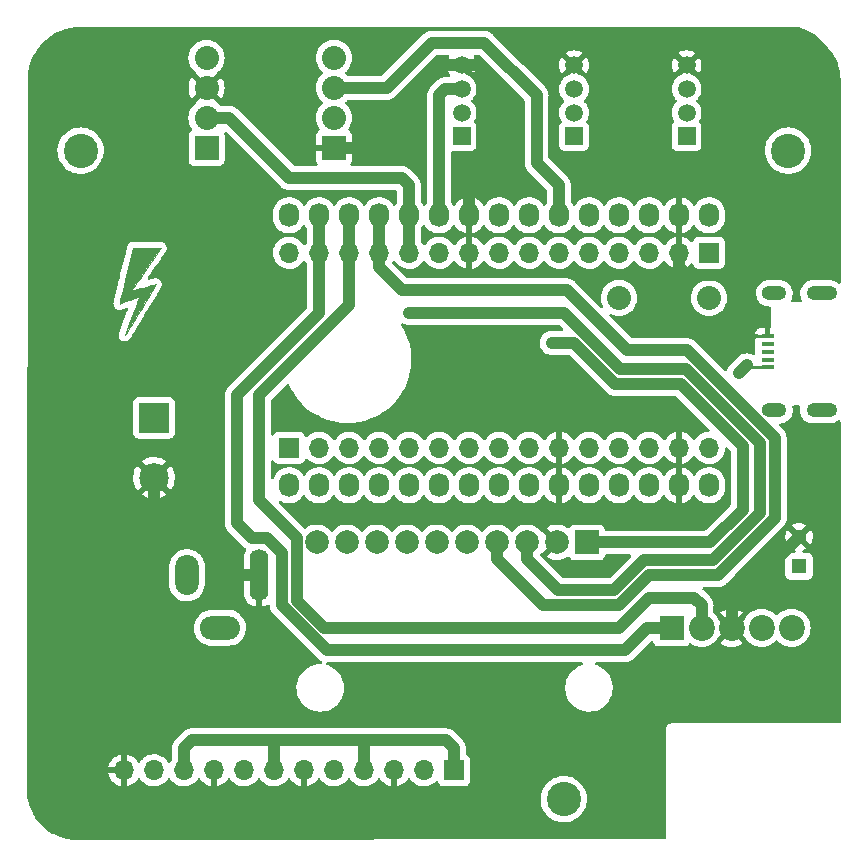
<source format=gbr>
G04 #@! TF.GenerationSoftware,KiCad,Pcbnew,(6.0.6)*
G04 #@! TF.CreationDate,2023-09-07T11:34:38+01:00*
G04 #@! TF.ProjectId,AirQualityPCB,41697251-7561-46c6-9974-795043422e6b,rev?*
G04 #@! TF.SameCoordinates,Original*
G04 #@! TF.FileFunction,Copper,L1,Top*
G04 #@! TF.FilePolarity,Positive*
%FSLAX46Y46*%
G04 Gerber Fmt 4.6, Leading zero omitted, Abs format (unit mm)*
G04 Created by KiCad (PCBNEW (6.0.6)) date 2023-09-07 11:34:38*
%MOMM*%
%LPD*%
G01*
G04 APERTURE LIST*
G04 #@! TA.AperFunction,EtchedComponent*
%ADD10C,0.010000*%
G04 #@! TD*
G04 #@! TA.AperFunction,ComponentPad*
%ADD11O,1.998980X3.401060*%
G04 #@! TD*
G04 #@! TA.AperFunction,ComponentPad*
%ADD12O,1.600200X4.399280*%
G04 #@! TD*
G04 #@! TA.AperFunction,ComponentPad*
%ADD13O,3.401060X1.998980*%
G04 #@! TD*
G04 #@! TA.AperFunction,ComponentPad*
%ADD14R,2.499360X2.499360*%
G04 #@! TD*
G04 #@! TA.AperFunction,ComponentPad*
%ADD15C,2.499360*%
G04 #@! TD*
G04 #@! TA.AperFunction,SMDPad,CuDef*
%ADD16R,1.100000X0.450000*%
G04 #@! TD*
G04 #@! TA.AperFunction,ComponentPad*
%ADD17O,2.600000X1.200000*%
G04 #@! TD*
G04 #@! TA.AperFunction,ComponentPad*
%ADD18O,2.100000X1.200000*%
G04 #@! TD*
G04 #@! TA.AperFunction,ComponentPad*
%ADD19C,2.032000*%
G04 #@! TD*
G04 #@! TA.AperFunction,ComponentPad*
%ADD20O,1.727200X2.032000*%
G04 #@! TD*
G04 #@! TA.AperFunction,ComponentPad*
%ADD21R,1.998980X1.998980*%
G04 #@! TD*
G04 #@! TA.AperFunction,ComponentPad*
%ADD22C,1.998980*%
G04 #@! TD*
G04 #@! TA.AperFunction,ComponentPad*
%ADD23R,1.700000X1.700000*%
G04 #@! TD*
G04 #@! TA.AperFunction,ComponentPad*
%ADD24O,1.700000X1.700000*%
G04 #@! TD*
G04 #@! TA.AperFunction,ComponentPad*
%ADD25R,2.032000X2.032000*%
G04 #@! TD*
G04 #@! TA.AperFunction,ComponentPad*
%ADD26R,1.500000X1.500000*%
G04 #@! TD*
G04 #@! TA.AperFunction,ComponentPad*
%ADD27C,1.500000*%
G04 #@! TD*
G04 #@! TA.AperFunction,ComponentPad*
%ADD28R,2.100580X2.100580*%
G04 #@! TD*
G04 #@! TA.AperFunction,ComponentPad*
%ADD29C,2.199640*%
G04 #@! TD*
G04 #@! TA.AperFunction,ComponentPad*
%ADD30R,1.300000X1.300000*%
G04 #@! TD*
G04 #@! TA.AperFunction,ComponentPad*
%ADD31C,1.300000*%
G04 #@! TD*
G04 #@! TA.AperFunction,ComponentPad*
%ADD32C,2.900000*%
G04 #@! TD*
G04 #@! TA.AperFunction,ViaPad*
%ADD33C,0.800000*%
G04 #@! TD*
G04 #@! TA.AperFunction,Conductor*
%ADD34C,1.000000*%
G04 #@! TD*
G04 #@! TA.AperFunction,Conductor*
%ADD35C,0.250000*%
G04 #@! TD*
G04 APERTURE END LIST*
G36*
X116256306Y-78951672D02*
G01*
X116557680Y-78952524D01*
X116828549Y-78954705D01*
X117058081Y-78958018D01*
X117235444Y-78962266D01*
X117349806Y-78967251D01*
X117390333Y-78972776D01*
X117387769Y-78977824D01*
X117349462Y-79036938D01*
X117268747Y-79156780D01*
X117150147Y-79330767D01*
X116998181Y-79552319D01*
X116817372Y-79814852D01*
X116612242Y-80111786D01*
X116387311Y-80436538D01*
X116147101Y-80782526D01*
X116065814Y-80899527D01*
X115830632Y-81238665D01*
X115612530Y-81554088D01*
X115415986Y-81839263D01*
X115245477Y-82087656D01*
X115105482Y-82292732D01*
X115000479Y-82447959D01*
X114934944Y-82546803D01*
X114913357Y-82582729D01*
X114938002Y-82578869D01*
X115033948Y-82555786D01*
X115191819Y-82514938D01*
X115400478Y-82459268D01*
X115648788Y-82391720D01*
X115925612Y-82315237D01*
X116134475Y-82257626D01*
X116394247Y-82187516D01*
X116618650Y-82128721D01*
X116796164Y-82084185D01*
X116915265Y-82056854D01*
X116964433Y-82049674D01*
X116965861Y-82052723D01*
X116955058Y-82084551D01*
X116920749Y-82153152D01*
X116861021Y-82261729D01*
X116773963Y-82413485D01*
X116657661Y-82611621D01*
X116510203Y-82859341D01*
X116329675Y-83159847D01*
X116114165Y-83516341D01*
X115861760Y-83932026D01*
X115570548Y-84410104D01*
X115238615Y-84953778D01*
X114864049Y-85566250D01*
X114799875Y-85670872D01*
X114663586Y-85891376D01*
X114545040Y-86080884D01*
X114450787Y-86229053D01*
X114387377Y-86325539D01*
X114361362Y-86360000D01*
X114359214Y-86337043D01*
X114381135Y-86264750D01*
X114429187Y-86140013D01*
X114628021Y-85622880D01*
X114813966Y-85137688D01*
X114985050Y-84689657D01*
X115139304Y-84284009D01*
X115274756Y-83925966D01*
X115389436Y-83620749D01*
X115481373Y-83373581D01*
X115548596Y-83189681D01*
X115589135Y-83074272D01*
X115601019Y-83032575D01*
X115596115Y-83032785D01*
X115533174Y-83053175D01*
X115407364Y-83100236D01*
X115230370Y-83169421D01*
X115013879Y-83256185D01*
X114769580Y-83355982D01*
X114695985Y-83386256D01*
X114456628Y-83483943D01*
X114247241Y-83568239D01*
X114079879Y-83634366D01*
X113966591Y-83677545D01*
X113919431Y-83693000D01*
X113921419Y-83665364D01*
X113941437Y-83562836D01*
X113979097Y-83391463D01*
X114032691Y-83158475D01*
X114100508Y-82871102D01*
X114180841Y-82536571D01*
X114271980Y-82162114D01*
X114372217Y-81754958D01*
X114479842Y-81322334D01*
X115072573Y-78951667D01*
X116231453Y-78951667D01*
X116256306Y-78951672D01*
G37*
D10*
X116256306Y-78951672D02*
X116557680Y-78952524D01*
X116828549Y-78954705D01*
X117058081Y-78958018D01*
X117235444Y-78962266D01*
X117349806Y-78967251D01*
X117390333Y-78972776D01*
X117387769Y-78977824D01*
X117349462Y-79036938D01*
X117268747Y-79156780D01*
X117150147Y-79330767D01*
X116998181Y-79552319D01*
X116817372Y-79814852D01*
X116612242Y-80111786D01*
X116387311Y-80436538D01*
X116147101Y-80782526D01*
X116065814Y-80899527D01*
X115830632Y-81238665D01*
X115612530Y-81554088D01*
X115415986Y-81839263D01*
X115245477Y-82087656D01*
X115105482Y-82292732D01*
X115000479Y-82447959D01*
X114934944Y-82546803D01*
X114913357Y-82582729D01*
X114938002Y-82578869D01*
X115033948Y-82555786D01*
X115191819Y-82514938D01*
X115400478Y-82459268D01*
X115648788Y-82391720D01*
X115925612Y-82315237D01*
X116134475Y-82257626D01*
X116394247Y-82187516D01*
X116618650Y-82128721D01*
X116796164Y-82084185D01*
X116915265Y-82056854D01*
X116964433Y-82049674D01*
X116965861Y-82052723D01*
X116955058Y-82084551D01*
X116920749Y-82153152D01*
X116861021Y-82261729D01*
X116773963Y-82413485D01*
X116657661Y-82611621D01*
X116510203Y-82859341D01*
X116329675Y-83159847D01*
X116114165Y-83516341D01*
X115861760Y-83932026D01*
X115570548Y-84410104D01*
X115238615Y-84953778D01*
X114864049Y-85566250D01*
X114799875Y-85670872D01*
X114663586Y-85891376D01*
X114545040Y-86080884D01*
X114450787Y-86229053D01*
X114387377Y-86325539D01*
X114361362Y-86360000D01*
X114359214Y-86337043D01*
X114381135Y-86264750D01*
X114429187Y-86140013D01*
X114628021Y-85622880D01*
X114813966Y-85137688D01*
X114985050Y-84689657D01*
X115139304Y-84284009D01*
X115274756Y-83925966D01*
X115389436Y-83620749D01*
X115481373Y-83373581D01*
X115548596Y-83189681D01*
X115589135Y-83074272D01*
X115601019Y-83032575D01*
X115596115Y-83032785D01*
X115533174Y-83053175D01*
X115407364Y-83100236D01*
X115230370Y-83169421D01*
X115013879Y-83256185D01*
X114769580Y-83355982D01*
X114695985Y-83386256D01*
X114456628Y-83483943D01*
X114247241Y-83568239D01*
X114079879Y-83634366D01*
X113966591Y-83677545D01*
X113919431Y-83693000D01*
X113921419Y-83665364D01*
X113941437Y-83562836D01*
X113979097Y-83391463D01*
X114032691Y-83158475D01*
X114100508Y-82871102D01*
X114180841Y-82536571D01*
X114271980Y-82162114D01*
X114372217Y-81754958D01*
X114479842Y-81322334D01*
X115072573Y-78951667D01*
X116231453Y-78951667D01*
X116256306Y-78951672D01*
D11*
X119634000Y-106680000D03*
D12*
X125730000Y-106680000D03*
D13*
X122428000Y-111125000D03*
D14*
X116840000Y-93345000D03*
D15*
X116840000Y-98425000D03*
D16*
X168805000Y-89060000D03*
X168805000Y-88410000D03*
X168805000Y-87760000D03*
X168805000Y-87110000D03*
X168805000Y-86460000D03*
D17*
X173355000Y-92710000D03*
D18*
X169355000Y-92710000D03*
D17*
X173355000Y-82810000D03*
D18*
X169355000Y-82810000D03*
D19*
X163830000Y-83185000D03*
X156210000Y-83185000D03*
D20*
X128270000Y-99060000D03*
X130810000Y-99060000D03*
X133350000Y-99060000D03*
X135890000Y-99060000D03*
X138430000Y-99060000D03*
X140970000Y-99060000D03*
X143510000Y-99060000D03*
X146050000Y-99060000D03*
X148590000Y-99060000D03*
X151130000Y-99060000D03*
X153670000Y-99060000D03*
X156210000Y-99060000D03*
X158750000Y-99060000D03*
X161290000Y-99060000D03*
X163830000Y-99060000D03*
X163830000Y-76200000D03*
X161290000Y-76200000D03*
X158750000Y-76200000D03*
X156210000Y-76200000D03*
X153670000Y-76200000D03*
X151130000Y-76200000D03*
X148590000Y-76200000D03*
X146050000Y-76200000D03*
X143510000Y-76200000D03*
X140970000Y-76200000D03*
X138430000Y-76200000D03*
X135890000Y-76200000D03*
X133350000Y-76200000D03*
X130810000Y-76200000D03*
X128270000Y-76200000D03*
D21*
X153485006Y-103894999D03*
D22*
X150945006Y-103894999D03*
X148405006Y-103894999D03*
X145865006Y-103894999D03*
X143325006Y-103894999D03*
X140785006Y-103894999D03*
X138245006Y-103894999D03*
X135705006Y-103894999D03*
X133165006Y-103894999D03*
X130625006Y-103894999D03*
D23*
X128270000Y-95885000D03*
D24*
X130810000Y-95885000D03*
X133350000Y-95885000D03*
X135890000Y-95885000D03*
X138430000Y-95885000D03*
X140970000Y-95885000D03*
X143510000Y-95885000D03*
X146050000Y-95885000D03*
X148590000Y-95885000D03*
X151130000Y-95885000D03*
X153670000Y-95885000D03*
X156210000Y-95885000D03*
X158750000Y-95885000D03*
X161290000Y-95885000D03*
X163830000Y-95885000D03*
D23*
X163830000Y-79375000D03*
D24*
X161290000Y-79375000D03*
X158750000Y-79375000D03*
X156210000Y-79375000D03*
X153670000Y-79375000D03*
X151130000Y-79375000D03*
X148590000Y-79375000D03*
X146050000Y-79375000D03*
X143510000Y-79375000D03*
X140970000Y-79375000D03*
X138430000Y-79375000D03*
X135890000Y-79375000D03*
X133350000Y-79375000D03*
X130810000Y-79375000D03*
X128270000Y-79375000D03*
D25*
X121285000Y-70485000D03*
D19*
X121285000Y-67945000D03*
X121285000Y-65405000D03*
X121285000Y-62865000D03*
D26*
X142875000Y-69500000D03*
D27*
X142875000Y-67500000D03*
X142875000Y-65500000D03*
X142875000Y-63500000D03*
D26*
X152400000Y-69500000D03*
D27*
X152400000Y-67500000D03*
X152400000Y-65500000D03*
X152400000Y-63500000D03*
D26*
X161925000Y-69500000D03*
D27*
X161925000Y-67500000D03*
X161925000Y-65500000D03*
X161925000Y-63500000D03*
D25*
X132080000Y-70485000D03*
D19*
X132080000Y-67945000D03*
X132080000Y-65405000D03*
X132080000Y-62865000D03*
D28*
X160655000Y-111125000D03*
D29*
X163195000Y-111125000D03*
X165735000Y-111125000D03*
X168275000Y-111125000D03*
X170815000Y-111125000D03*
D30*
X171450000Y-105918000D03*
D31*
X171450000Y-103418000D03*
D32*
X110624770Y-70723050D03*
X170524763Y-70723050D03*
X151524763Y-125623051D03*
D23*
X142240000Y-123190000D03*
D24*
X139700000Y-123190000D03*
X137160000Y-123190000D03*
X134620000Y-123190000D03*
X132080000Y-123190000D03*
X129540000Y-123190000D03*
X127000000Y-123190000D03*
X124460000Y-123190000D03*
X121920000Y-123190000D03*
X119380000Y-123190000D03*
X116840000Y-123190000D03*
X114300000Y-123190000D03*
D33*
X166370000Y-89535000D03*
X150495000Y-86995000D03*
X138430000Y-84455000D03*
D34*
X161992919Y-81280000D02*
X165227000Y-81280000D01*
X165735000Y-109133000D02*
X165735000Y-111125000D01*
X116840000Y-102235000D02*
X118057550Y-103452550D01*
X144145000Y-63500000D02*
X142875000Y-63500000D01*
X134096000Y-70485000D02*
X141081000Y-63500000D01*
X167005000Y-83058000D02*
X167005000Y-86360000D01*
X118057550Y-103452550D02*
X120702450Y-103452550D01*
X144780000Y-72914000D02*
X144780000Y-64135000D01*
X123929900Y-106680000D02*
X120702450Y-103452550D01*
D35*
X167105000Y-86460000D02*
X167005000Y-86360000D01*
D34*
X132080000Y-70485000D02*
X134096000Y-70485000D01*
D35*
X168805000Y-86460000D02*
X167105000Y-86460000D01*
D34*
X161290000Y-79375000D02*
X161290000Y-80577081D01*
X144780000Y-64135000D02*
X144145000Y-63500000D01*
X161290000Y-80577081D02*
X161992919Y-81280000D01*
X171450000Y-103418000D02*
X165735000Y-109133000D01*
X116840000Y-98425000D02*
X116840000Y-102235000D01*
X143510000Y-76200000D02*
X143510000Y-74184000D01*
X125730000Y-106680000D02*
X123929900Y-106680000D01*
X165227000Y-81280000D02*
X167005000Y-83058000D01*
X141081000Y-63500000D02*
X141814340Y-63500000D01*
X141814340Y-63500000D02*
X142875000Y-63500000D01*
X143510000Y-74184000D02*
X144780000Y-72914000D01*
D35*
X167005000Y-88900000D02*
X167165000Y-89060000D01*
X167165000Y-89060000D02*
X168805000Y-89060000D01*
D34*
X166370000Y-89535000D02*
X167005000Y-88900000D01*
X141510000Y-65500000D02*
X142875000Y-65500000D01*
X153485006Y-103894999D02*
X163948001Y-103894999D01*
X161449871Y-90487500D02*
X155892500Y-90487500D01*
X140970000Y-66040000D02*
X141510000Y-65500000D01*
X155892500Y-90487500D02*
X152400000Y-86995000D01*
X127000000Y-120650000D02*
X120015000Y-120650000D01*
X134620000Y-123190000D02*
X134620000Y-121987919D01*
X152400000Y-86995000D02*
X150495000Y-86995000D01*
X120015000Y-120650000D02*
X119380000Y-121285000D01*
X134620000Y-121987919D02*
X134620000Y-120650000D01*
X127000000Y-123190000D02*
X127000000Y-120650000D01*
X134620000Y-120650000D02*
X127000000Y-120650000D01*
X119380000Y-121285000D02*
X119380000Y-123190000D01*
X166672185Y-101170815D02*
X166672185Y-95709815D01*
X140970000Y-76200000D02*
X140970000Y-66040000D01*
X166672185Y-95709815D02*
X161449871Y-90487500D01*
X142240000Y-123190000D02*
X142240000Y-121340000D01*
X142240000Y-121340000D02*
X141550000Y-120650000D01*
X163948001Y-103894999D02*
X166672185Y-101170815D01*
X141550000Y-120650000D02*
X134620000Y-120650000D01*
X138430000Y-76200000D02*
X138430000Y-79375000D01*
X123190000Y-67945000D02*
X128270000Y-73025000D01*
X148405006Y-103894999D02*
X148405006Y-105308491D01*
X168155721Y-95496279D02*
X161876939Y-89217500D01*
X161876939Y-89217500D02*
X156319570Y-89217500D01*
X156319570Y-89217500D02*
X151557070Y-84455000D01*
X151046515Y-107950000D02*
X155782930Y-107950000D01*
X158322930Y-105410000D02*
X164130070Y-105410000D01*
X164130070Y-105410000D02*
X168155721Y-101384349D01*
X155782930Y-107950000D02*
X158322930Y-105410000D01*
X168155721Y-101384349D02*
X168155721Y-95496279D01*
X151557070Y-84455000D02*
X138430000Y-84455000D01*
X128270000Y-73025000D02*
X137795000Y-73025000D01*
X138430000Y-73660000D02*
X138430000Y-76200000D01*
X137795000Y-73025000D02*
X138430000Y-73660000D01*
X148405006Y-105308491D02*
X151046515Y-107950000D01*
X121285000Y-67945000D02*
X123190000Y-67945000D01*
X137862919Y-82550000D02*
X135890000Y-80577081D01*
X145865006Y-105308491D02*
X149776515Y-109220000D01*
X151765000Y-82550000D02*
X137862919Y-82550000D01*
X145865006Y-103894999D02*
X145865006Y-105308491D01*
X156210000Y-109220000D02*
X158750000Y-106680000D01*
X161986509Y-87630000D02*
X156845000Y-87630000D01*
X158750000Y-106680000D02*
X164557140Y-106680000D01*
X164557140Y-106680000D02*
X169385255Y-101851885D01*
X156845000Y-87630000D02*
X151765000Y-82550000D01*
X135890000Y-80577081D02*
X135890000Y-79375000D01*
X169385255Y-101851885D02*
X169385255Y-95028745D01*
X169385255Y-95028745D02*
X161986509Y-87630000D01*
X149776515Y-109220000D02*
X156210000Y-109220000D01*
X135890000Y-76200000D02*
X135890000Y-79375000D01*
X151130000Y-73660000D02*
X151130000Y-76200000D01*
X140335000Y-61595000D02*
X144780000Y-61595000D01*
X132080000Y-65405000D02*
X136525000Y-65405000D01*
X144780000Y-61595000D02*
X149225000Y-66040000D01*
X149225000Y-71755000D02*
X151130000Y-73660000D01*
X136525000Y-65405000D02*
X140335000Y-61595000D01*
X149225000Y-66040000D02*
X149225000Y-71755000D01*
X125730000Y-91440000D02*
X125730000Y-92710000D01*
X125730000Y-100330000D02*
X128925515Y-103525515D01*
X128925515Y-103525515D02*
X128925515Y-108813445D01*
X133350000Y-83820000D02*
X125730000Y-91440000D01*
X163195000Y-109220000D02*
X163195000Y-111125000D01*
X131237070Y-111125000D02*
X156210000Y-111125000D01*
X156210000Y-111125000D02*
X158750000Y-108585000D01*
X128925515Y-108813445D02*
X131237070Y-111125000D01*
X125730000Y-92710000D02*
X125730000Y-100330000D01*
X133350000Y-76200000D02*
X133350000Y-78740000D01*
X133350000Y-79375000D02*
X133350000Y-83820000D01*
X158750000Y-108585000D02*
X162560000Y-108585000D01*
X133350000Y-76200000D02*
X133350000Y-79375000D01*
X162560000Y-108585000D02*
X163195000Y-109220000D01*
X123825000Y-92710000D02*
X123825000Y-102235000D01*
X123825000Y-91440000D02*
X123825000Y-92710000D01*
X130810000Y-79375000D02*
X130810000Y-84455000D01*
X130810000Y-84455000D02*
X123825000Y-91440000D01*
X127635000Y-104775000D02*
X127635000Y-109220000D01*
X123825000Y-102235000D02*
X125095000Y-103505000D01*
X131445000Y-113030000D02*
X156699710Y-113030000D01*
X127635000Y-109220000D02*
X131445000Y-113030000D01*
X130810000Y-76200000D02*
X130810000Y-78740000D01*
X126365000Y-103505000D02*
X127635000Y-104775000D01*
X156699710Y-113030000D02*
X158604710Y-111125000D01*
X158604710Y-111125000D02*
X160655000Y-111125000D01*
X125095000Y-103505000D02*
X126365000Y-103505000D01*
X130810000Y-76200000D02*
X130810000Y-79375000D01*
G04 #@! TA.AperFunction,Conductor*
G36*
X171189464Y-60235343D02*
G01*
X171201195Y-60235890D01*
X171395257Y-60254037D01*
X171413789Y-60257178D01*
X171633401Y-60311515D01*
X171647090Y-60315741D01*
X171908788Y-60413145D01*
X171919657Y-60417783D01*
X172034674Y-60473374D01*
X172210214Y-60558219D01*
X172219406Y-60563141D01*
X172527312Y-60744795D01*
X172535008Y-60749721D01*
X172852496Y-60969557D01*
X172859463Y-60974748D01*
X173130413Y-61191586D01*
X173176761Y-61228678D01*
X173183495Y-61234469D01*
X173492650Y-61519844D01*
X173499156Y-61526303D01*
X173793499Y-61840701D01*
X173799564Y-61847678D01*
X173941459Y-62023541D01*
X174073194Y-62186813D01*
X174079249Y-62194969D01*
X174324629Y-62554983D01*
X174330431Y-62564351D01*
X174541588Y-62941157D01*
X174547033Y-62952083D01*
X174718349Y-63342126D01*
X174719087Y-63343807D01*
X174723787Y-63356257D01*
X174772586Y-63509580D01*
X174854573Y-63767174D01*
X174857439Y-63777748D01*
X174901578Y-63974059D01*
X174902981Y-63981279D01*
X174936926Y-64187996D01*
X174937990Y-64196131D01*
X174950032Y-64319369D01*
X174958266Y-64403639D01*
X174958796Y-64411769D01*
X174966041Y-64633070D01*
X174966108Y-64637193D01*
X174966108Y-81852594D01*
X174946106Y-81920715D01*
X174892450Y-81967208D01*
X174822176Y-81977312D01*
X174752976Y-81943610D01*
X174749485Y-81940268D01*
X174749480Y-81940264D01*
X174745150Y-81936119D01*
X174567452Y-81821380D01*
X174469201Y-81781784D01*
X174376832Y-81744558D01*
X174376829Y-81744557D01*
X174371263Y-81742314D01*
X174163663Y-81701772D01*
X174158101Y-81701500D01*
X172602154Y-81701500D01*
X172444434Y-81716548D01*
X172241466Y-81776092D01*
X172236139Y-81778836D01*
X172236138Y-81778836D01*
X172058751Y-81870196D01*
X172058748Y-81870198D01*
X172053420Y-81872942D01*
X171887080Y-82003604D01*
X171883148Y-82008135D01*
X171883145Y-82008138D01*
X171796972Y-82107444D01*
X171748448Y-82163363D01*
X171745448Y-82168549D01*
X171745445Y-82168553D01*
X171657043Y-82321363D01*
X171642527Y-82346454D01*
X171573139Y-82546271D01*
X171572278Y-82552206D01*
X171572278Y-82552208D01*
X171549003Y-82712736D01*
X171542787Y-82755604D01*
X171552567Y-82966899D01*
X171553971Y-82972724D01*
X171553971Y-82972725D01*
X171598229Y-83156366D01*
X171602125Y-83172534D01*
X171604607Y-83177992D01*
X171604608Y-83177996D01*
X171648053Y-83273546D01*
X171689674Y-83365087D01*
X171693141Y-83369974D01*
X171696133Y-83375178D01*
X171694947Y-83375860D01*
X171715816Y-83436509D01*
X171698954Y-83505474D01*
X171647483Y-83554375D01*
X171589948Y-83568278D01*
X170865424Y-83568278D01*
X170797303Y-83548276D01*
X170750810Y-83494620D01*
X170740706Y-83424346D01*
X170756359Y-83379186D01*
X170817473Y-83273546D01*
X170886861Y-83073729D01*
X170891524Y-83041570D01*
X170916352Y-82870336D01*
X170916352Y-82870333D01*
X170917213Y-82864396D01*
X170907433Y-82653101D01*
X170868307Y-82490751D01*
X170859281Y-82453299D01*
X170859280Y-82453297D01*
X170857875Y-82447466D01*
X170848535Y-82426922D01*
X170800090Y-82320376D01*
X170770326Y-82254913D01*
X170647946Y-82082389D01*
X170495150Y-81936119D01*
X170317452Y-81821380D01*
X170219201Y-81781784D01*
X170126832Y-81744558D01*
X170126829Y-81744557D01*
X170121263Y-81742314D01*
X169913663Y-81701772D01*
X169908101Y-81701500D01*
X168852154Y-81701500D01*
X168694434Y-81716548D01*
X168491466Y-81776092D01*
X168486139Y-81778836D01*
X168486138Y-81778836D01*
X168308751Y-81870196D01*
X168308748Y-81870198D01*
X168303420Y-81872942D01*
X168137080Y-82003604D01*
X168133148Y-82008135D01*
X168133145Y-82008138D01*
X168046972Y-82107444D01*
X167998448Y-82163363D01*
X167995448Y-82168549D01*
X167995445Y-82168553D01*
X167907043Y-82321363D01*
X167892527Y-82346454D01*
X167823139Y-82546271D01*
X167822278Y-82552206D01*
X167822278Y-82552208D01*
X167799003Y-82712736D01*
X167792787Y-82755604D01*
X167802567Y-82966899D01*
X167803971Y-82972724D01*
X167803971Y-82972725D01*
X167848229Y-83156366D01*
X167852125Y-83172534D01*
X167854607Y-83177992D01*
X167854608Y-83177996D01*
X167898053Y-83273546D01*
X167939674Y-83365087D01*
X168062054Y-83537611D01*
X168214850Y-83683881D01*
X168392548Y-83798620D01*
X168437805Y-83816859D01*
X168583168Y-83875442D01*
X168583171Y-83875443D01*
X168588737Y-83877686D01*
X168796337Y-83918228D01*
X168801899Y-83918500D01*
X168940210Y-83918500D01*
X169008331Y-83938502D01*
X169054824Y-83992158D01*
X169066210Y-84044500D01*
X169066210Y-84068155D01*
X169066208Y-84068925D01*
X169065780Y-84139051D01*
X169065734Y-84146499D01*
X169066118Y-84147843D01*
X169066210Y-84149188D01*
X169066210Y-85646009D01*
X169046208Y-85714130D01*
X169035435Y-85728521D01*
X169031671Y-85732864D01*
X169030000Y-85740548D01*
X169030000Y-86250500D01*
X169009998Y-86318621D01*
X168956342Y-86365114D01*
X168904000Y-86376500D01*
X168702628Y-86376500D01*
X168634507Y-86356498D01*
X168588014Y-86302842D01*
X168577910Y-86232568D01*
X168579508Y-86223715D01*
X168580000Y-86221453D01*
X168580000Y-85745116D01*
X168575525Y-85729877D01*
X168574135Y-85728672D01*
X168566452Y-85727001D01*
X168210331Y-85727001D01*
X168203510Y-85727371D01*
X168152648Y-85732895D01*
X168137396Y-85736521D01*
X168016946Y-85781676D01*
X168001351Y-85790214D01*
X167899276Y-85866715D01*
X167886715Y-85879276D01*
X167810214Y-85981351D01*
X167801676Y-85996946D01*
X167756522Y-86117394D01*
X167752895Y-86132649D01*
X167747369Y-86183514D01*
X167747000Y-86190328D01*
X167747000Y-86216885D01*
X167751475Y-86232124D01*
X167752865Y-86233329D01*
X167760548Y-86235000D01*
X167896116Y-86235000D01*
X167964237Y-86255002D01*
X168010730Y-86308658D01*
X168020834Y-86378932D01*
X167991340Y-86443512D01*
X167971683Y-86461825D01*
X167891739Y-86521739D01*
X167804385Y-86638295D01*
X167804096Y-86638079D01*
X167757935Y-86684139D01*
X167752582Y-86686353D01*
X167748672Y-86690865D01*
X167747001Y-86698548D01*
X167747001Y-86729670D01*
X167747370Y-86736488D01*
X167750909Y-86769067D01*
X167750909Y-86796280D01*
X167746500Y-86836866D01*
X167746500Y-87383134D01*
X167746869Y-87386529D01*
X167746869Y-87386533D01*
X167750656Y-87421393D01*
X167750656Y-87448606D01*
X167746500Y-87486866D01*
X167746500Y-87943365D01*
X167726498Y-88011486D01*
X167672842Y-88057979D01*
X167602568Y-88068083D01*
X167560184Y-88053990D01*
X167406373Y-87970128D01*
X167406362Y-87970123D01*
X167400960Y-87967178D01*
X167212232Y-87908035D01*
X167206109Y-87907370D01*
X167206105Y-87907369D01*
X167021737Y-87887340D01*
X167021733Y-87887340D01*
X167015612Y-87886675D01*
X166818587Y-87903913D01*
X166628664Y-87959091D01*
X166453074Y-88050108D01*
X166448255Y-88053955D01*
X166389778Y-88100637D01*
X166332028Y-88146738D01*
X165621691Y-88857075D01*
X165527897Y-88971261D01*
X165434438Y-89145563D01*
X165432636Y-89151458D01*
X165377239Y-89332650D01*
X165338194Y-89391946D01*
X165273290Y-89420720D01*
X165203133Y-89409836D01*
X165167650Y-89384906D01*
X162743364Y-86960621D01*
X162734262Y-86950478D01*
X162714406Y-86925782D01*
X162710541Y-86920975D01*
X162672087Y-86888708D01*
X162668440Y-86885528D01*
X162666628Y-86883885D01*
X162664434Y-86881691D01*
X162631160Y-86854358D01*
X162630362Y-86853696D01*
X162559035Y-86793846D01*
X162554365Y-86791278D01*
X162550248Y-86787897D01*
X162477882Y-86749095D01*
X162468423Y-86744023D01*
X162467264Y-86743394D01*
X162391128Y-86701538D01*
X162391120Y-86701535D01*
X162385722Y-86698567D01*
X162380640Y-86696955D01*
X162375946Y-86694438D01*
X162286978Y-86667238D01*
X162285950Y-86666918D01*
X162197203Y-86638765D01*
X162191907Y-86638171D01*
X162186811Y-86636613D01*
X162094252Y-86627210D01*
X162093116Y-86627089D01*
X162059501Y-86623319D01*
X162046779Y-86621892D01*
X162046775Y-86621892D01*
X162043282Y-86621500D01*
X162039755Y-86621500D01*
X162038770Y-86621445D01*
X162033090Y-86620998D01*
X162003684Y-86618011D01*
X161996172Y-86617248D01*
X161996170Y-86617248D01*
X161990047Y-86616626D01*
X161947768Y-86620623D01*
X161944400Y-86620941D01*
X161932542Y-86621500D01*
X157314925Y-86621500D01*
X157246804Y-86601498D01*
X157225830Y-86584595D01*
X155405480Y-84764245D01*
X155371454Y-84701933D01*
X155376519Y-84631118D01*
X155419066Y-84574282D01*
X155485586Y-84549471D01*
X155542793Y-84558741D01*
X155737447Y-84639369D01*
X155785065Y-84650801D01*
X155965965Y-84694232D01*
X155965971Y-84694233D01*
X155970778Y-84695387D01*
X156210000Y-84714214D01*
X156449222Y-84695387D01*
X156454029Y-84694233D01*
X156454035Y-84694232D01*
X156634935Y-84650801D01*
X156682553Y-84639369D01*
X156813141Y-84585278D01*
X156899677Y-84549434D01*
X156899679Y-84549433D01*
X156904249Y-84547540D01*
X157108849Y-84422160D01*
X157291318Y-84266318D01*
X157355108Y-84191629D01*
X157443942Y-84087617D01*
X157443943Y-84087616D01*
X157447160Y-84083849D01*
X157572540Y-83879249D01*
X157574941Y-83873454D01*
X157662475Y-83662126D01*
X157662476Y-83662124D01*
X157664369Y-83657553D01*
X157699041Y-83513136D01*
X157719232Y-83429035D01*
X157719233Y-83429029D01*
X157720387Y-83424222D01*
X157739214Y-83185000D01*
X162300786Y-83185000D01*
X162319613Y-83424222D01*
X162320767Y-83429029D01*
X162320768Y-83429035D01*
X162340959Y-83513136D01*
X162375631Y-83657553D01*
X162377524Y-83662124D01*
X162377525Y-83662126D01*
X162465060Y-83873454D01*
X162467460Y-83879249D01*
X162592840Y-84083849D01*
X162596057Y-84087616D01*
X162596058Y-84087617D01*
X162684892Y-84191629D01*
X162748682Y-84266318D01*
X162931151Y-84422160D01*
X163135751Y-84547540D01*
X163140321Y-84549433D01*
X163140323Y-84549434D01*
X163226859Y-84585278D01*
X163357447Y-84639369D01*
X163405065Y-84650801D01*
X163585965Y-84694232D01*
X163585971Y-84694233D01*
X163590778Y-84695387D01*
X163830000Y-84714214D01*
X164069222Y-84695387D01*
X164074029Y-84694233D01*
X164074035Y-84694232D01*
X164254935Y-84650801D01*
X164302553Y-84639369D01*
X164433141Y-84585278D01*
X164519677Y-84549434D01*
X164519679Y-84549433D01*
X164524249Y-84547540D01*
X164728849Y-84422160D01*
X164911318Y-84266318D01*
X164975108Y-84191629D01*
X165063942Y-84087617D01*
X165063943Y-84087616D01*
X165067160Y-84083849D01*
X165192540Y-83879249D01*
X165194941Y-83873454D01*
X165282475Y-83662126D01*
X165282476Y-83662124D01*
X165284369Y-83657553D01*
X165319041Y-83513136D01*
X165339232Y-83429035D01*
X165339233Y-83429029D01*
X165340387Y-83424222D01*
X165359214Y-83185000D01*
X165340387Y-82945778D01*
X165339233Y-82940971D01*
X165339232Y-82940965D01*
X165294730Y-82755604D01*
X165284369Y-82712447D01*
X165282158Y-82707109D01*
X165194434Y-82495323D01*
X165194433Y-82495321D01*
X165192540Y-82490751D01*
X165067160Y-82286151D01*
X165045140Y-82260368D01*
X164914531Y-82107444D01*
X164911318Y-82103682D01*
X164808113Y-82015537D01*
X164732617Y-81951058D01*
X164732616Y-81951057D01*
X164728849Y-81947840D01*
X164524249Y-81822460D01*
X164519679Y-81820567D01*
X164519677Y-81820566D01*
X164307126Y-81732525D01*
X164307124Y-81732524D01*
X164302553Y-81730631D01*
X164210071Y-81708428D01*
X164074035Y-81675768D01*
X164074029Y-81675767D01*
X164069222Y-81674613D01*
X163830000Y-81655786D01*
X163590778Y-81674613D01*
X163585971Y-81675767D01*
X163585965Y-81675768D01*
X163449929Y-81708428D01*
X163357447Y-81730631D01*
X163352876Y-81732524D01*
X163352874Y-81732525D01*
X163140323Y-81820566D01*
X163140321Y-81820567D01*
X163135751Y-81822460D01*
X162931151Y-81947840D01*
X162927384Y-81951057D01*
X162927383Y-81951058D01*
X162851887Y-82015537D01*
X162748682Y-82103682D01*
X162745469Y-82107444D01*
X162614861Y-82260368D01*
X162592840Y-82286151D01*
X162467460Y-82490751D01*
X162465567Y-82495321D01*
X162465566Y-82495323D01*
X162377842Y-82707109D01*
X162375631Y-82712447D01*
X162365270Y-82755604D01*
X162320768Y-82940965D01*
X162320767Y-82940971D01*
X162319613Y-82945778D01*
X162300786Y-83185000D01*
X157739214Y-83185000D01*
X157720387Y-82945778D01*
X157719233Y-82940971D01*
X157719232Y-82940965D01*
X157674730Y-82755604D01*
X157664369Y-82712447D01*
X157662158Y-82707109D01*
X157574434Y-82495323D01*
X157574433Y-82495321D01*
X157572540Y-82490751D01*
X157447160Y-82286151D01*
X157425140Y-82260368D01*
X157294531Y-82107444D01*
X157291318Y-82103682D01*
X157188113Y-82015537D01*
X157112617Y-81951058D01*
X157112616Y-81951057D01*
X157108849Y-81947840D01*
X156904249Y-81822460D01*
X156899679Y-81820567D01*
X156899677Y-81820566D01*
X156687126Y-81732525D01*
X156687124Y-81732524D01*
X156682553Y-81730631D01*
X156590071Y-81708428D01*
X156454035Y-81675768D01*
X156454029Y-81675767D01*
X156449222Y-81674613D01*
X156210000Y-81655786D01*
X155970778Y-81674613D01*
X155965971Y-81675767D01*
X155965965Y-81675768D01*
X155829929Y-81708428D01*
X155737447Y-81730631D01*
X155732876Y-81732524D01*
X155732874Y-81732525D01*
X155520323Y-81820566D01*
X155520321Y-81820567D01*
X155515751Y-81822460D01*
X155311151Y-81947840D01*
X155307384Y-81951057D01*
X155307383Y-81951058D01*
X155231887Y-82015537D01*
X155128682Y-82103682D01*
X155125469Y-82107444D01*
X154994861Y-82260368D01*
X154972840Y-82286151D01*
X154847460Y-82490751D01*
X154845567Y-82495321D01*
X154845566Y-82495323D01*
X154757842Y-82707109D01*
X154755631Y-82712447D01*
X154745270Y-82755604D01*
X154700768Y-82940965D01*
X154700767Y-82940971D01*
X154699613Y-82945778D01*
X154680786Y-83185000D01*
X154699613Y-83424222D01*
X154700767Y-83429029D01*
X154700768Y-83429035D01*
X154720959Y-83513136D01*
X154755631Y-83657553D01*
X154757524Y-83662124D01*
X154757525Y-83662126D01*
X154836259Y-83852208D01*
X154843848Y-83922798D01*
X154812068Y-83986285D01*
X154751010Y-84022512D01*
X154680059Y-84019978D01*
X154630755Y-83989521D01*
X152521855Y-81880621D01*
X152512753Y-81870478D01*
X152492897Y-81845782D01*
X152489032Y-81840975D01*
X152450578Y-81808708D01*
X152446931Y-81805528D01*
X152445119Y-81803885D01*
X152442925Y-81801691D01*
X152409651Y-81774358D01*
X152408853Y-81773696D01*
X152337526Y-81713846D01*
X152332856Y-81711278D01*
X152328739Y-81707897D01*
X152251916Y-81666705D01*
X152246914Y-81664023D01*
X152245755Y-81663394D01*
X152169619Y-81621538D01*
X152169611Y-81621535D01*
X152164213Y-81618567D01*
X152159131Y-81616955D01*
X152154437Y-81614438D01*
X152065469Y-81587238D01*
X152064441Y-81586918D01*
X151975694Y-81558765D01*
X151970398Y-81558171D01*
X151965302Y-81556613D01*
X151872743Y-81547210D01*
X151871607Y-81547089D01*
X151837992Y-81543319D01*
X151825270Y-81541892D01*
X151825266Y-81541892D01*
X151821773Y-81541500D01*
X151818246Y-81541500D01*
X151817261Y-81541445D01*
X151811581Y-81540998D01*
X151782175Y-81538011D01*
X151774663Y-81537248D01*
X151774661Y-81537248D01*
X151768538Y-81536626D01*
X151729133Y-81540351D01*
X151722891Y-81540941D01*
X151711033Y-81541500D01*
X138332843Y-81541500D01*
X138264722Y-81521498D01*
X138243748Y-81504595D01*
X137032867Y-80293714D01*
X136998841Y-80231402D01*
X137003906Y-80160587D01*
X137019639Y-80131093D01*
X137058453Y-80077077D01*
X137059776Y-80078028D01*
X137106645Y-80034857D01*
X137176580Y-80022625D01*
X137242026Y-80050144D01*
X137269875Y-80081994D01*
X137329987Y-80180088D01*
X137476250Y-80348938D01*
X137648126Y-80491632D01*
X137841000Y-80604338D01*
X138049692Y-80684030D01*
X138054760Y-80685061D01*
X138054763Y-80685062D01*
X138126574Y-80699672D01*
X138268597Y-80728567D01*
X138273772Y-80728757D01*
X138273774Y-80728757D01*
X138486673Y-80736564D01*
X138486677Y-80736564D01*
X138491837Y-80736753D01*
X138496957Y-80736097D01*
X138496959Y-80736097D01*
X138708288Y-80709025D01*
X138708289Y-80709025D01*
X138713416Y-80708368D01*
X138718366Y-80706883D01*
X138922429Y-80645661D01*
X138922434Y-80645659D01*
X138927384Y-80644174D01*
X139127994Y-80545896D01*
X139309860Y-80416173D01*
X139468096Y-80258489D01*
X139527594Y-80175689D01*
X139598453Y-80077077D01*
X139599776Y-80078028D01*
X139646645Y-80034857D01*
X139716580Y-80022625D01*
X139782026Y-80050144D01*
X139809875Y-80081994D01*
X139869987Y-80180088D01*
X140016250Y-80348938D01*
X140188126Y-80491632D01*
X140381000Y-80604338D01*
X140589692Y-80684030D01*
X140594760Y-80685061D01*
X140594763Y-80685062D01*
X140666574Y-80699672D01*
X140808597Y-80728567D01*
X140813772Y-80728757D01*
X140813774Y-80728757D01*
X141026673Y-80736564D01*
X141026677Y-80736564D01*
X141031837Y-80736753D01*
X141036957Y-80736097D01*
X141036959Y-80736097D01*
X141248288Y-80709025D01*
X141248289Y-80709025D01*
X141253416Y-80708368D01*
X141258366Y-80706883D01*
X141462429Y-80645661D01*
X141462434Y-80645659D01*
X141467384Y-80644174D01*
X141667994Y-80545896D01*
X141849860Y-80416173D01*
X142008096Y-80258489D01*
X142067594Y-80175689D01*
X142138453Y-80077077D01*
X142139640Y-80077930D01*
X142186960Y-80034362D01*
X142256897Y-80022145D01*
X142322338Y-80049678D01*
X142350166Y-80081511D01*
X142407694Y-80175388D01*
X142413777Y-80183699D01*
X142553213Y-80344667D01*
X142560580Y-80351883D01*
X142724434Y-80487916D01*
X142732881Y-80493831D01*
X142916756Y-80601279D01*
X142926042Y-80605729D01*
X143125001Y-80681703D01*
X143134899Y-80684579D01*
X143238250Y-80705606D01*
X143252299Y-80704410D01*
X143256000Y-80694065D01*
X143256000Y-80693517D01*
X143764000Y-80693517D01*
X143768064Y-80707359D01*
X143781478Y-80709393D01*
X143788184Y-80708534D01*
X143798262Y-80706392D01*
X144002255Y-80645191D01*
X144011842Y-80641433D01*
X144203095Y-80547739D01*
X144211945Y-80542464D01*
X144385328Y-80418792D01*
X144393200Y-80412139D01*
X144544052Y-80261812D01*
X144550730Y-80253965D01*
X144678022Y-80076819D01*
X144679279Y-80077722D01*
X144726373Y-80034362D01*
X144796311Y-80022145D01*
X144861751Y-80049678D01*
X144889579Y-80081511D01*
X144949987Y-80180088D01*
X145096250Y-80348938D01*
X145268126Y-80491632D01*
X145461000Y-80604338D01*
X145669692Y-80684030D01*
X145674760Y-80685061D01*
X145674763Y-80685062D01*
X145746574Y-80699672D01*
X145888597Y-80728567D01*
X145893772Y-80728757D01*
X145893774Y-80728757D01*
X146106673Y-80736564D01*
X146106677Y-80736564D01*
X146111837Y-80736753D01*
X146116957Y-80736097D01*
X146116959Y-80736097D01*
X146328288Y-80709025D01*
X146328289Y-80709025D01*
X146333416Y-80708368D01*
X146338366Y-80706883D01*
X146542429Y-80645661D01*
X146542434Y-80645659D01*
X146547384Y-80644174D01*
X146747994Y-80545896D01*
X146929860Y-80416173D01*
X147088096Y-80258489D01*
X147147594Y-80175689D01*
X147218453Y-80077077D01*
X147219776Y-80078028D01*
X147266645Y-80034857D01*
X147336580Y-80022625D01*
X147402026Y-80050144D01*
X147429875Y-80081994D01*
X147489987Y-80180088D01*
X147636250Y-80348938D01*
X147808126Y-80491632D01*
X148001000Y-80604338D01*
X148209692Y-80684030D01*
X148214760Y-80685061D01*
X148214763Y-80685062D01*
X148286574Y-80699672D01*
X148428597Y-80728567D01*
X148433772Y-80728757D01*
X148433774Y-80728757D01*
X148646673Y-80736564D01*
X148646677Y-80736564D01*
X148651837Y-80736753D01*
X148656957Y-80736097D01*
X148656959Y-80736097D01*
X148868288Y-80709025D01*
X148868289Y-80709025D01*
X148873416Y-80708368D01*
X148878366Y-80706883D01*
X149082429Y-80645661D01*
X149082434Y-80645659D01*
X149087384Y-80644174D01*
X149287994Y-80545896D01*
X149469860Y-80416173D01*
X149628096Y-80258489D01*
X149687594Y-80175689D01*
X149758453Y-80077077D01*
X149759776Y-80078028D01*
X149806645Y-80034857D01*
X149876580Y-80022625D01*
X149942026Y-80050144D01*
X149969875Y-80081994D01*
X150029987Y-80180088D01*
X150176250Y-80348938D01*
X150348126Y-80491632D01*
X150541000Y-80604338D01*
X150749692Y-80684030D01*
X150754760Y-80685061D01*
X150754763Y-80685062D01*
X150826574Y-80699672D01*
X150968597Y-80728567D01*
X150973772Y-80728757D01*
X150973774Y-80728757D01*
X151186673Y-80736564D01*
X151186677Y-80736564D01*
X151191837Y-80736753D01*
X151196957Y-80736097D01*
X151196959Y-80736097D01*
X151408288Y-80709025D01*
X151408289Y-80709025D01*
X151413416Y-80708368D01*
X151418366Y-80706883D01*
X151622429Y-80645661D01*
X151622434Y-80645659D01*
X151627384Y-80644174D01*
X151827994Y-80545896D01*
X152009860Y-80416173D01*
X152168096Y-80258489D01*
X152227594Y-80175689D01*
X152298453Y-80077077D01*
X152299776Y-80078028D01*
X152346645Y-80034857D01*
X152416580Y-80022625D01*
X152482026Y-80050144D01*
X152509875Y-80081994D01*
X152569987Y-80180088D01*
X152716250Y-80348938D01*
X152888126Y-80491632D01*
X153081000Y-80604338D01*
X153289692Y-80684030D01*
X153294760Y-80685061D01*
X153294763Y-80685062D01*
X153366574Y-80699672D01*
X153508597Y-80728567D01*
X153513772Y-80728757D01*
X153513774Y-80728757D01*
X153726673Y-80736564D01*
X153726677Y-80736564D01*
X153731837Y-80736753D01*
X153736957Y-80736097D01*
X153736959Y-80736097D01*
X153948288Y-80709025D01*
X153948289Y-80709025D01*
X153953416Y-80708368D01*
X153958366Y-80706883D01*
X154162429Y-80645661D01*
X154162434Y-80645659D01*
X154167384Y-80644174D01*
X154367994Y-80545896D01*
X154549860Y-80416173D01*
X154708096Y-80258489D01*
X154767594Y-80175689D01*
X154838453Y-80077077D01*
X154839776Y-80078028D01*
X154886645Y-80034857D01*
X154956580Y-80022625D01*
X155022026Y-80050144D01*
X155049875Y-80081994D01*
X155109987Y-80180088D01*
X155256250Y-80348938D01*
X155428126Y-80491632D01*
X155621000Y-80604338D01*
X155829692Y-80684030D01*
X155834760Y-80685061D01*
X155834763Y-80685062D01*
X155906574Y-80699672D01*
X156048597Y-80728567D01*
X156053772Y-80728757D01*
X156053774Y-80728757D01*
X156266673Y-80736564D01*
X156266677Y-80736564D01*
X156271837Y-80736753D01*
X156276957Y-80736097D01*
X156276959Y-80736097D01*
X156488288Y-80709025D01*
X156488289Y-80709025D01*
X156493416Y-80708368D01*
X156498366Y-80706883D01*
X156702429Y-80645661D01*
X156702434Y-80645659D01*
X156707384Y-80644174D01*
X156907994Y-80545896D01*
X157089860Y-80416173D01*
X157248096Y-80258489D01*
X157307594Y-80175689D01*
X157378453Y-80077077D01*
X157379776Y-80078028D01*
X157426645Y-80034857D01*
X157496580Y-80022625D01*
X157562026Y-80050144D01*
X157589875Y-80081994D01*
X157649987Y-80180088D01*
X157796250Y-80348938D01*
X157968126Y-80491632D01*
X158161000Y-80604338D01*
X158369692Y-80684030D01*
X158374760Y-80685061D01*
X158374763Y-80685062D01*
X158446574Y-80699672D01*
X158588597Y-80728567D01*
X158593772Y-80728757D01*
X158593774Y-80728757D01*
X158806673Y-80736564D01*
X158806677Y-80736564D01*
X158811837Y-80736753D01*
X158816957Y-80736097D01*
X158816959Y-80736097D01*
X159028288Y-80709025D01*
X159028289Y-80709025D01*
X159033416Y-80708368D01*
X159038366Y-80706883D01*
X159242429Y-80645661D01*
X159242434Y-80645659D01*
X159247384Y-80644174D01*
X159447994Y-80545896D01*
X159629860Y-80416173D01*
X159788096Y-80258489D01*
X159847594Y-80175689D01*
X159918453Y-80077077D01*
X159919640Y-80077930D01*
X159966960Y-80034362D01*
X160036897Y-80022145D01*
X160102338Y-80049678D01*
X160130166Y-80081511D01*
X160187694Y-80175388D01*
X160193777Y-80183699D01*
X160333213Y-80344667D01*
X160340580Y-80351883D01*
X160504434Y-80487916D01*
X160512881Y-80493831D01*
X160696756Y-80601279D01*
X160706042Y-80605729D01*
X160905001Y-80681703D01*
X160914899Y-80684579D01*
X161018250Y-80705606D01*
X161032299Y-80704410D01*
X161036000Y-80694065D01*
X161036000Y-80693517D01*
X161544000Y-80693517D01*
X161548064Y-80707359D01*
X161561478Y-80709393D01*
X161568184Y-80708534D01*
X161578262Y-80706392D01*
X161782255Y-80645191D01*
X161791842Y-80641433D01*
X161983095Y-80547739D01*
X161991945Y-80542464D01*
X162165328Y-80418792D01*
X162173193Y-80412145D01*
X162277897Y-80307805D01*
X162340268Y-80273889D01*
X162411075Y-80279077D01*
X162467837Y-80321723D01*
X162484819Y-80352826D01*
X162529385Y-80471705D01*
X162616739Y-80588261D01*
X162733295Y-80675615D01*
X162869684Y-80726745D01*
X162931866Y-80733500D01*
X164728134Y-80733500D01*
X164790316Y-80726745D01*
X164926705Y-80675615D01*
X165043261Y-80588261D01*
X165130615Y-80471705D01*
X165181745Y-80335316D01*
X165188500Y-80273134D01*
X165188500Y-78476866D01*
X165188129Y-78473446D01*
X165186047Y-78454287D01*
X165181745Y-78414684D01*
X165130615Y-78278295D01*
X165043261Y-78161739D01*
X164926705Y-78074385D01*
X164790316Y-78023255D01*
X164728134Y-78016500D01*
X162931866Y-78016500D01*
X162869684Y-78023255D01*
X162733295Y-78074385D01*
X162616739Y-78161739D01*
X162529385Y-78278295D01*
X162526233Y-78286703D01*
X162526232Y-78286705D01*
X162484722Y-78397433D01*
X162442081Y-78454198D01*
X162375519Y-78478898D01*
X162306170Y-78463691D01*
X162273546Y-78438004D01*
X162222799Y-78382234D01*
X162215273Y-78375215D01*
X162048139Y-78243222D01*
X162039552Y-78237517D01*
X161853117Y-78134599D01*
X161843705Y-78130369D01*
X161642959Y-78059280D01*
X161632988Y-78056646D01*
X161561837Y-78043972D01*
X161548540Y-78045432D01*
X161544000Y-78059989D01*
X161544000Y-80693517D01*
X161036000Y-80693517D01*
X161036000Y-78058102D01*
X161032082Y-78044758D01*
X161017806Y-78042771D01*
X160979324Y-78048660D01*
X160969288Y-78051051D01*
X160766868Y-78117212D01*
X160757359Y-78121209D01*
X160568463Y-78219542D01*
X160559738Y-78225036D01*
X160389433Y-78352905D01*
X160381726Y-78359748D01*
X160234590Y-78513717D01*
X160228109Y-78521722D01*
X160123498Y-78675074D01*
X160068587Y-78720076D01*
X159998062Y-78728247D01*
X159934315Y-78696993D01*
X159913618Y-78672509D01*
X159832822Y-78547617D01*
X159832820Y-78547614D01*
X159830014Y-78543277D01*
X159679670Y-78378051D01*
X159675619Y-78374852D01*
X159675615Y-78374848D01*
X159508414Y-78242800D01*
X159508410Y-78242798D01*
X159504359Y-78239598D01*
X159468028Y-78219542D01*
X159452136Y-78210769D01*
X159308789Y-78131638D01*
X159303920Y-78129914D01*
X159303916Y-78129912D01*
X159103087Y-78058795D01*
X159103083Y-78058794D01*
X159098212Y-78057069D01*
X159093119Y-78056162D01*
X159093116Y-78056161D01*
X158883373Y-78018800D01*
X158883367Y-78018799D01*
X158878284Y-78017894D01*
X158804452Y-78016992D01*
X158660081Y-78015228D01*
X158660079Y-78015228D01*
X158654911Y-78015165D01*
X158434091Y-78048955D01*
X158221756Y-78118357D01*
X158023607Y-78221507D01*
X158019474Y-78224610D01*
X158019471Y-78224612D01*
X157936771Y-78286705D01*
X157844965Y-78355635D01*
X157841393Y-78359373D01*
X157699854Y-78507485D01*
X157690629Y-78517138D01*
X157583201Y-78674621D01*
X157528293Y-78719621D01*
X157457768Y-78727792D01*
X157394021Y-78696538D01*
X157373324Y-78672054D01*
X157292822Y-78547617D01*
X157292820Y-78547614D01*
X157290014Y-78543277D01*
X157139670Y-78378051D01*
X157135619Y-78374852D01*
X157135615Y-78374848D01*
X156968414Y-78242800D01*
X156968410Y-78242798D01*
X156964359Y-78239598D01*
X156928028Y-78219542D01*
X156912136Y-78210769D01*
X156768789Y-78131638D01*
X156763920Y-78129914D01*
X156763916Y-78129912D01*
X156563087Y-78058795D01*
X156563083Y-78058794D01*
X156558212Y-78057069D01*
X156553119Y-78056162D01*
X156553116Y-78056161D01*
X156343373Y-78018800D01*
X156343367Y-78018799D01*
X156338284Y-78017894D01*
X156264452Y-78016992D01*
X156120081Y-78015228D01*
X156120079Y-78015228D01*
X156114911Y-78015165D01*
X155894091Y-78048955D01*
X155681756Y-78118357D01*
X155483607Y-78221507D01*
X155479474Y-78224610D01*
X155479471Y-78224612D01*
X155396771Y-78286705D01*
X155304965Y-78355635D01*
X155301393Y-78359373D01*
X155159854Y-78507485D01*
X155150629Y-78517138D01*
X155043201Y-78674621D01*
X154988293Y-78719621D01*
X154917768Y-78727792D01*
X154854021Y-78696538D01*
X154833324Y-78672054D01*
X154752822Y-78547617D01*
X154752820Y-78547614D01*
X154750014Y-78543277D01*
X154599670Y-78378051D01*
X154595619Y-78374852D01*
X154595615Y-78374848D01*
X154428414Y-78242800D01*
X154428410Y-78242798D01*
X154424359Y-78239598D01*
X154388028Y-78219542D01*
X154372136Y-78210769D01*
X154228789Y-78131638D01*
X154223920Y-78129914D01*
X154223916Y-78129912D01*
X154023087Y-78058795D01*
X154023083Y-78058794D01*
X154018212Y-78057069D01*
X154013119Y-78056162D01*
X154013116Y-78056161D01*
X153803373Y-78018800D01*
X153803367Y-78018799D01*
X153798284Y-78017894D01*
X153724452Y-78016992D01*
X153580081Y-78015228D01*
X153580079Y-78015228D01*
X153574911Y-78015165D01*
X153354091Y-78048955D01*
X153141756Y-78118357D01*
X152943607Y-78221507D01*
X152939474Y-78224610D01*
X152939471Y-78224612D01*
X152856771Y-78286705D01*
X152764965Y-78355635D01*
X152761393Y-78359373D01*
X152619854Y-78507485D01*
X152610629Y-78517138D01*
X152503201Y-78674621D01*
X152448293Y-78719621D01*
X152377768Y-78727792D01*
X152314021Y-78696538D01*
X152293324Y-78672054D01*
X152212822Y-78547617D01*
X152212820Y-78547614D01*
X152210014Y-78543277D01*
X152059670Y-78378051D01*
X152055619Y-78374852D01*
X152055615Y-78374848D01*
X151888414Y-78242800D01*
X151888410Y-78242798D01*
X151884359Y-78239598D01*
X151848028Y-78219542D01*
X151832136Y-78210769D01*
X151688789Y-78131638D01*
X151683920Y-78129914D01*
X151683916Y-78129912D01*
X151483087Y-78058795D01*
X151483083Y-78058794D01*
X151478212Y-78057069D01*
X151473119Y-78056162D01*
X151473116Y-78056161D01*
X151263373Y-78018800D01*
X151263367Y-78018799D01*
X151258284Y-78017894D01*
X151184452Y-78016992D01*
X151040081Y-78015228D01*
X151040079Y-78015228D01*
X151034911Y-78015165D01*
X150814091Y-78048955D01*
X150601756Y-78118357D01*
X150403607Y-78221507D01*
X150399474Y-78224610D01*
X150399471Y-78224612D01*
X150316771Y-78286705D01*
X150224965Y-78355635D01*
X150221393Y-78359373D01*
X150079854Y-78507485D01*
X150070629Y-78517138D01*
X149963201Y-78674621D01*
X149908293Y-78719621D01*
X149837768Y-78727792D01*
X149774021Y-78696538D01*
X149753324Y-78672054D01*
X149672822Y-78547617D01*
X149672820Y-78547614D01*
X149670014Y-78543277D01*
X149519670Y-78378051D01*
X149515619Y-78374852D01*
X149515615Y-78374848D01*
X149348414Y-78242800D01*
X149348410Y-78242798D01*
X149344359Y-78239598D01*
X149308028Y-78219542D01*
X149292136Y-78210769D01*
X149148789Y-78131638D01*
X149143920Y-78129914D01*
X149143916Y-78129912D01*
X148943087Y-78058795D01*
X148943083Y-78058794D01*
X148938212Y-78057069D01*
X148933119Y-78056162D01*
X148933116Y-78056161D01*
X148723373Y-78018800D01*
X148723367Y-78018799D01*
X148718284Y-78017894D01*
X148644452Y-78016992D01*
X148500081Y-78015228D01*
X148500079Y-78015228D01*
X148494911Y-78015165D01*
X148274091Y-78048955D01*
X148061756Y-78118357D01*
X147863607Y-78221507D01*
X147859474Y-78224610D01*
X147859471Y-78224612D01*
X147776771Y-78286705D01*
X147684965Y-78355635D01*
X147681393Y-78359373D01*
X147539854Y-78507485D01*
X147530629Y-78517138D01*
X147423201Y-78674621D01*
X147368293Y-78719621D01*
X147297768Y-78727792D01*
X147234021Y-78696538D01*
X147213324Y-78672054D01*
X147132822Y-78547617D01*
X147132820Y-78547614D01*
X147130014Y-78543277D01*
X146979670Y-78378051D01*
X146975619Y-78374852D01*
X146975615Y-78374848D01*
X146808414Y-78242800D01*
X146808410Y-78242798D01*
X146804359Y-78239598D01*
X146768028Y-78219542D01*
X146752136Y-78210769D01*
X146608789Y-78131638D01*
X146603920Y-78129914D01*
X146603916Y-78129912D01*
X146403087Y-78058795D01*
X146403083Y-78058794D01*
X146398212Y-78057069D01*
X146393119Y-78056162D01*
X146393116Y-78056161D01*
X146183373Y-78018800D01*
X146183367Y-78018799D01*
X146178284Y-78017894D01*
X146104452Y-78016992D01*
X145960081Y-78015228D01*
X145960079Y-78015228D01*
X145954911Y-78015165D01*
X145734091Y-78048955D01*
X145521756Y-78118357D01*
X145323607Y-78221507D01*
X145319474Y-78224610D01*
X145319471Y-78224612D01*
X145236771Y-78286705D01*
X145144965Y-78355635D01*
X145141393Y-78359373D01*
X144999854Y-78507485D01*
X144990629Y-78517138D01*
X144987720Y-78521403D01*
X144987714Y-78521411D01*
X144961661Y-78559603D01*
X144883204Y-78674618D01*
X144882898Y-78675066D01*
X144827987Y-78720069D01*
X144757462Y-78728240D01*
X144693715Y-78696986D01*
X144673018Y-78672502D01*
X144592426Y-78547926D01*
X144586136Y-78539757D01*
X144442806Y-78382240D01*
X144435273Y-78375215D01*
X144268139Y-78243222D01*
X144259552Y-78237517D01*
X144073117Y-78134599D01*
X144063705Y-78130369D01*
X143862959Y-78059280D01*
X143852988Y-78056646D01*
X143781837Y-78043972D01*
X143768540Y-78045432D01*
X143764000Y-78059989D01*
X143764000Y-80693517D01*
X143256000Y-80693517D01*
X143256000Y-78058102D01*
X143252082Y-78044758D01*
X143237806Y-78042771D01*
X143199324Y-78048660D01*
X143189288Y-78051051D01*
X142986868Y-78117212D01*
X142977359Y-78121209D01*
X142788463Y-78219542D01*
X142779738Y-78225036D01*
X142609433Y-78352905D01*
X142601726Y-78359748D01*
X142454590Y-78513717D01*
X142448109Y-78521722D01*
X142343498Y-78675074D01*
X142288587Y-78720076D01*
X142218062Y-78728247D01*
X142154315Y-78696993D01*
X142133618Y-78672509D01*
X142052822Y-78547617D01*
X142052820Y-78547614D01*
X142050014Y-78543277D01*
X141899670Y-78378051D01*
X141895619Y-78374852D01*
X141895615Y-78374848D01*
X141728414Y-78242800D01*
X141728410Y-78242798D01*
X141724359Y-78239598D01*
X141688028Y-78219542D01*
X141672136Y-78210769D01*
X141528789Y-78131638D01*
X141523920Y-78129914D01*
X141523916Y-78129912D01*
X141323087Y-78058795D01*
X141323083Y-78058794D01*
X141318212Y-78057069D01*
X141313119Y-78056162D01*
X141313116Y-78056161D01*
X141103373Y-78018800D01*
X141103367Y-78018799D01*
X141098284Y-78017894D01*
X141024452Y-78016992D01*
X140880081Y-78015228D01*
X140880079Y-78015228D01*
X140874911Y-78015165D01*
X140654091Y-78048955D01*
X140441756Y-78118357D01*
X140243607Y-78221507D01*
X140239474Y-78224610D01*
X140239471Y-78224612D01*
X140156771Y-78286705D01*
X140064965Y-78355635D01*
X140061393Y-78359373D01*
X139919854Y-78507485D01*
X139910629Y-78517138D01*
X139803201Y-78674621D01*
X139748293Y-78719621D01*
X139677768Y-78727792D01*
X139614021Y-78696538D01*
X139593324Y-78672054D01*
X139512825Y-78547621D01*
X139512820Y-78547615D01*
X139510014Y-78543277D01*
X139492975Y-78524551D01*
X139471306Y-78500737D01*
X139440254Y-78436891D01*
X139438500Y-78415938D01*
X139438500Y-77331550D01*
X139458502Y-77263429D01*
X139467066Y-77251659D01*
X139561488Y-77136504D01*
X139561492Y-77136498D01*
X139564872Y-77132376D01*
X139590845Y-77086748D01*
X139641927Y-77037442D01*
X139711558Y-77023580D01*
X139777629Y-77049563D01*
X139804867Y-77078713D01*
X139896804Y-77215272D01*
X139900483Y-77219129D01*
X139900485Y-77219131D01*
X139961500Y-77283091D01*
X140057532Y-77383758D01*
X140244350Y-77522754D01*
X140249102Y-77525170D01*
X140446244Y-77625402D01*
X140451916Y-77628286D01*
X140563106Y-77662811D01*
X140669193Y-77695753D01*
X140669199Y-77695754D01*
X140674296Y-77697337D01*
X140798660Y-77713820D01*
X140899848Y-77727232D01*
X140899852Y-77727232D01*
X140905132Y-77727932D01*
X140910462Y-77727732D01*
X140910463Y-77727732D01*
X141021477Y-77723565D01*
X141137822Y-77719197D01*
X141302713Y-77684599D01*
X141360486Y-77672477D01*
X141360489Y-77672476D01*
X141365713Y-77671380D01*
X141582290Y-77585850D01*
X141781359Y-77465051D01*
X141879492Y-77379896D01*
X141953197Y-77315939D01*
X141953199Y-77315937D01*
X141957230Y-77312439D01*
X141960613Y-77308313D01*
X141960617Y-77308309D01*
X142101487Y-77136504D01*
X142104872Y-77132376D01*
X142131122Y-77086261D01*
X142182202Y-77036956D01*
X142251832Y-77023094D01*
X142317904Y-77049077D01*
X142345143Y-77078227D01*
X142434215Y-77210530D01*
X142440876Y-77218816D01*
X142594180Y-77379520D01*
X142602148Y-77386569D01*
X142780336Y-77519144D01*
X142789366Y-77524743D01*
X142987347Y-77625402D01*
X142997208Y-77629405D01*
X143209301Y-77695263D01*
X143219696Y-77697548D01*
X143238041Y-77699980D01*
X143252208Y-77697783D01*
X143256000Y-77684599D01*
X143256000Y-74717512D01*
X143252027Y-74703981D01*
X143241420Y-74702456D01*
X143119657Y-74728004D01*
X143109461Y-74731064D01*
X142902903Y-74812637D01*
X142893366Y-74817371D01*
X142703497Y-74932586D01*
X142694907Y-74938850D01*
X142527163Y-75084411D01*
X142519743Y-75092041D01*
X142378927Y-75263780D01*
X142372898Y-75272551D01*
X142349467Y-75313715D01*
X142298385Y-75363022D01*
X142228755Y-75376884D01*
X142162684Y-75350901D01*
X142135445Y-75321751D01*
X142096417Y-75263780D01*
X142043196Y-75184728D01*
X142039515Y-75180869D01*
X142039510Y-75180863D01*
X142013330Y-75153419D01*
X141980783Y-75090322D01*
X141978500Y-75066448D01*
X141978500Y-70884500D01*
X141998502Y-70816379D01*
X142052158Y-70769886D01*
X142104500Y-70758500D01*
X143673134Y-70758500D01*
X143735316Y-70751745D01*
X143871705Y-70700615D01*
X143988261Y-70613261D01*
X144075615Y-70496705D01*
X144126745Y-70360316D01*
X144133500Y-70298134D01*
X144133500Y-68701866D01*
X144126745Y-68639684D01*
X144075615Y-68503295D01*
X143988261Y-68386739D01*
X143956147Y-68362671D01*
X143913632Y-68305812D01*
X143908606Y-68234994D01*
X143928499Y-68189574D01*
X143969056Y-68131653D01*
X143971379Y-68126671D01*
X143971382Y-68126666D01*
X144018585Y-68025438D01*
X144062120Y-67932076D01*
X144119115Y-67719371D01*
X144138307Y-67500000D01*
X144119115Y-67280629D01*
X144062120Y-67067924D01*
X144008054Y-66951979D01*
X143971382Y-66873334D01*
X143971379Y-66873329D01*
X143969056Y-66868347D01*
X143963540Y-66860469D01*
X143845908Y-66692473D01*
X143845906Y-66692470D01*
X143842749Y-66687962D01*
X143743882Y-66589095D01*
X143709856Y-66526783D01*
X143714921Y-66455968D01*
X143743882Y-66410905D01*
X143842749Y-66312038D01*
X143851442Y-66299624D01*
X143965899Y-66136162D01*
X143965900Y-66136160D01*
X143969056Y-66131653D01*
X143971379Y-66126671D01*
X143971382Y-66126666D01*
X144030163Y-66000609D01*
X144062120Y-65932076D01*
X144119115Y-65719371D01*
X144138307Y-65500000D01*
X144119115Y-65280629D01*
X144062120Y-65067924D01*
X144018585Y-64974562D01*
X143971382Y-64873334D01*
X143971379Y-64873329D01*
X143969056Y-64868347D01*
X143911175Y-64785684D01*
X143845908Y-64692473D01*
X143845906Y-64692470D01*
X143842749Y-64687962D01*
X143687038Y-64532251D01*
X143682527Y-64529092D01*
X143511158Y-64409097D01*
X143511152Y-64409093D01*
X143506654Y-64405944D01*
X143367671Y-64341136D01*
X143331827Y-64316037D01*
X142604885Y-63589095D01*
X142570859Y-63526783D01*
X142575924Y-63455968D01*
X142604885Y-63410905D01*
X142785905Y-63229885D01*
X142848217Y-63195859D01*
X142919032Y-63200924D01*
X142964095Y-63229884D01*
X143913389Y-64179178D01*
X143925162Y-64185606D01*
X143937176Y-64176311D01*
X143965466Y-64135907D01*
X143970946Y-64126417D01*
X144059326Y-63936887D01*
X144063072Y-63926595D01*
X144117196Y-63724599D01*
X144119099Y-63713804D01*
X144137326Y-63505475D01*
X144137326Y-63494525D01*
X144119099Y-63286196D01*
X144117196Y-63275401D01*
X144063072Y-63073405D01*
X144059326Y-63063113D01*
X143970944Y-62873579D01*
X143965466Y-62864093D01*
X143921828Y-62801770D01*
X143899140Y-62734496D01*
X143916425Y-62665636D01*
X143968195Y-62617052D01*
X144025041Y-62603500D01*
X144310075Y-62603500D01*
X144378196Y-62623502D01*
X144399170Y-62640405D01*
X148179595Y-66420829D01*
X148213621Y-66483141D01*
X148216500Y-66509924D01*
X148216500Y-71693157D01*
X148215763Y-71706764D01*
X148211676Y-71744388D01*
X148212213Y-71750523D01*
X148216050Y-71794388D01*
X148216379Y-71799214D01*
X148216500Y-71801686D01*
X148216500Y-71804769D01*
X148216801Y-71807837D01*
X148220690Y-71847506D01*
X148220812Y-71848819D01*
X148223591Y-71880576D01*
X148228913Y-71941413D01*
X148230400Y-71946532D01*
X148230920Y-71951833D01*
X148257791Y-72040834D01*
X148258126Y-72041967D01*
X148273118Y-72093567D01*
X148284091Y-72131336D01*
X148286544Y-72136068D01*
X148288084Y-72141169D01*
X148290978Y-72146612D01*
X148331731Y-72223260D01*
X148332343Y-72224426D01*
X148361354Y-72280392D01*
X148375108Y-72306926D01*
X148378431Y-72311089D01*
X148380934Y-72315796D01*
X148384830Y-72320573D01*
X148389393Y-72326168D01*
X148439755Y-72387918D01*
X148440446Y-72388774D01*
X148471738Y-72427973D01*
X148474242Y-72430477D01*
X148474884Y-72431195D01*
X148478585Y-72435528D01*
X148505935Y-72469062D01*
X148510682Y-72472989D01*
X148510684Y-72472991D01*
X148541262Y-72498287D01*
X148550042Y-72506277D01*
X149333352Y-73289586D01*
X150084595Y-74040829D01*
X150118620Y-74103141D01*
X150121500Y-74129924D01*
X150121500Y-75068450D01*
X150101498Y-75136571D01*
X150092934Y-75148341D01*
X149998512Y-75263496D01*
X149998508Y-75263502D01*
X149995128Y-75267624D01*
X149992490Y-75272259D01*
X149992487Y-75272263D01*
X149969155Y-75313252D01*
X149918073Y-75362558D01*
X149848442Y-75376420D01*
X149782371Y-75350437D01*
X149755133Y-75321287D01*
X149666176Y-75189155D01*
X149663196Y-75184728D01*
X149628485Y-75148341D01*
X149506152Y-75020104D01*
X149502468Y-75016242D01*
X149315650Y-74877246D01*
X149188574Y-74812637D01*
X149112842Y-74774133D01*
X149112841Y-74774133D01*
X149108084Y-74771714D01*
X148969299Y-74728620D01*
X148890807Y-74704247D01*
X148890801Y-74704246D01*
X148885704Y-74702663D01*
X148761340Y-74686180D01*
X148660152Y-74672768D01*
X148660148Y-74672768D01*
X148654868Y-74672068D01*
X148649538Y-74672268D01*
X148649537Y-74672268D01*
X148538523Y-74676436D01*
X148422178Y-74680803D01*
X148339474Y-74698156D01*
X148199514Y-74727523D01*
X148199511Y-74727524D01*
X148194287Y-74728620D01*
X147977710Y-74814150D01*
X147778641Y-74934949D01*
X147774611Y-74938446D01*
X147624794Y-75068450D01*
X147602770Y-75087561D01*
X147599387Y-75091687D01*
X147599383Y-75091691D01*
X147548770Y-75153419D01*
X147455128Y-75267624D01*
X147452490Y-75272259D01*
X147452487Y-75272263D01*
X147429155Y-75313252D01*
X147378073Y-75362558D01*
X147308442Y-75376420D01*
X147242371Y-75350437D01*
X147215133Y-75321287D01*
X147126176Y-75189155D01*
X147123196Y-75184728D01*
X147088485Y-75148341D01*
X146966152Y-75020104D01*
X146962468Y-75016242D01*
X146775650Y-74877246D01*
X146648574Y-74812637D01*
X146572842Y-74774133D01*
X146572841Y-74774133D01*
X146568084Y-74771714D01*
X146429299Y-74728620D01*
X146350807Y-74704247D01*
X146350801Y-74704246D01*
X146345704Y-74702663D01*
X146221340Y-74686180D01*
X146120152Y-74672768D01*
X146120148Y-74672768D01*
X146114868Y-74672068D01*
X146109538Y-74672268D01*
X146109537Y-74672268D01*
X145998523Y-74676436D01*
X145882178Y-74680803D01*
X145799474Y-74698156D01*
X145659514Y-74727523D01*
X145659511Y-74727524D01*
X145654287Y-74728620D01*
X145437710Y-74814150D01*
X145238641Y-74934949D01*
X145234611Y-74938446D01*
X145084794Y-75068450D01*
X145062770Y-75087561D01*
X145059387Y-75091687D01*
X145059383Y-75091691D01*
X145008770Y-75153419D01*
X144915128Y-75267624D01*
X144888878Y-75313739D01*
X144837798Y-75363044D01*
X144768168Y-75376906D01*
X144702096Y-75350923D01*
X144674857Y-75321773D01*
X144585785Y-75189470D01*
X144579124Y-75181184D01*
X144425820Y-75020480D01*
X144417852Y-75013431D01*
X144239664Y-74880856D01*
X144230634Y-74875257D01*
X144032653Y-74774598D01*
X144022792Y-74770595D01*
X143810699Y-74704737D01*
X143800304Y-74702452D01*
X143781959Y-74700020D01*
X143767792Y-74702217D01*
X143764000Y-74715401D01*
X143764000Y-77682488D01*
X143767973Y-77696019D01*
X143778580Y-77697544D01*
X143900343Y-77671996D01*
X143910539Y-77668936D01*
X144117097Y-77587363D01*
X144126634Y-77582629D01*
X144316503Y-77467414D01*
X144325093Y-77461150D01*
X144492837Y-77315589D01*
X144500257Y-77307959D01*
X144641073Y-77136220D01*
X144647102Y-77127449D01*
X144670533Y-77086285D01*
X144721615Y-77036978D01*
X144791245Y-77023116D01*
X144857316Y-77049099D01*
X144884555Y-77078249D01*
X144976804Y-77215272D01*
X144980483Y-77219129D01*
X144980485Y-77219131D01*
X145041500Y-77283091D01*
X145137532Y-77383758D01*
X145324350Y-77522754D01*
X145329102Y-77525170D01*
X145526244Y-77625402D01*
X145531916Y-77628286D01*
X145643106Y-77662811D01*
X145749193Y-77695753D01*
X145749199Y-77695754D01*
X145754296Y-77697337D01*
X145878660Y-77713820D01*
X145979848Y-77727232D01*
X145979852Y-77727232D01*
X145985132Y-77727932D01*
X145990462Y-77727732D01*
X145990463Y-77727732D01*
X146101477Y-77723565D01*
X146217822Y-77719197D01*
X146382713Y-77684599D01*
X146440486Y-77672477D01*
X146440489Y-77672476D01*
X146445713Y-77671380D01*
X146662290Y-77585850D01*
X146861359Y-77465051D01*
X146959492Y-77379896D01*
X147033197Y-77315939D01*
X147033199Y-77315937D01*
X147037230Y-77312439D01*
X147040613Y-77308313D01*
X147040617Y-77308309D01*
X147181487Y-77136504D01*
X147184872Y-77132376D01*
X147210845Y-77086748D01*
X147261927Y-77037442D01*
X147331558Y-77023580D01*
X147397629Y-77049563D01*
X147424867Y-77078713D01*
X147516804Y-77215272D01*
X147520483Y-77219129D01*
X147520485Y-77219131D01*
X147581500Y-77283091D01*
X147677532Y-77383758D01*
X147864350Y-77522754D01*
X147869102Y-77525170D01*
X148066244Y-77625402D01*
X148071916Y-77628286D01*
X148183106Y-77662811D01*
X148289193Y-77695753D01*
X148289199Y-77695754D01*
X148294296Y-77697337D01*
X148418660Y-77713820D01*
X148519848Y-77727232D01*
X148519852Y-77727232D01*
X148525132Y-77727932D01*
X148530462Y-77727732D01*
X148530463Y-77727732D01*
X148641477Y-77723565D01*
X148757822Y-77719197D01*
X148922713Y-77684599D01*
X148980486Y-77672477D01*
X148980489Y-77672476D01*
X148985713Y-77671380D01*
X149202290Y-77585850D01*
X149401359Y-77465051D01*
X149499492Y-77379896D01*
X149573197Y-77315939D01*
X149573199Y-77315937D01*
X149577230Y-77312439D01*
X149580613Y-77308313D01*
X149580617Y-77308309D01*
X149721487Y-77136504D01*
X149724872Y-77132376D01*
X149750845Y-77086748D01*
X149801927Y-77037442D01*
X149871558Y-77023580D01*
X149937629Y-77049563D01*
X149964867Y-77078713D01*
X150056804Y-77215272D01*
X150060483Y-77219129D01*
X150060485Y-77219131D01*
X150121500Y-77283091D01*
X150217532Y-77383758D01*
X150404350Y-77522754D01*
X150409102Y-77525170D01*
X150606244Y-77625402D01*
X150611916Y-77628286D01*
X150723106Y-77662811D01*
X150829193Y-77695753D01*
X150829199Y-77695754D01*
X150834296Y-77697337D01*
X150958660Y-77713820D01*
X151059848Y-77727232D01*
X151059852Y-77727232D01*
X151065132Y-77727932D01*
X151070462Y-77727732D01*
X151070463Y-77727732D01*
X151181477Y-77723565D01*
X151297822Y-77719197D01*
X151462713Y-77684599D01*
X151520486Y-77672477D01*
X151520489Y-77672476D01*
X151525713Y-77671380D01*
X151742290Y-77585850D01*
X151941359Y-77465051D01*
X152039492Y-77379896D01*
X152113197Y-77315939D01*
X152113199Y-77315937D01*
X152117230Y-77312439D01*
X152120613Y-77308313D01*
X152120617Y-77308309D01*
X152261487Y-77136504D01*
X152264872Y-77132376D01*
X152290845Y-77086748D01*
X152341927Y-77037442D01*
X152411558Y-77023580D01*
X152477629Y-77049563D01*
X152504867Y-77078713D01*
X152596804Y-77215272D01*
X152600483Y-77219129D01*
X152600485Y-77219131D01*
X152661500Y-77283091D01*
X152757532Y-77383758D01*
X152944350Y-77522754D01*
X152949102Y-77525170D01*
X153146244Y-77625402D01*
X153151916Y-77628286D01*
X153263106Y-77662811D01*
X153369193Y-77695753D01*
X153369199Y-77695754D01*
X153374296Y-77697337D01*
X153498660Y-77713820D01*
X153599848Y-77727232D01*
X153599852Y-77727232D01*
X153605132Y-77727932D01*
X153610462Y-77727732D01*
X153610463Y-77727732D01*
X153721477Y-77723565D01*
X153837822Y-77719197D01*
X154002713Y-77684599D01*
X154060486Y-77672477D01*
X154060489Y-77672476D01*
X154065713Y-77671380D01*
X154282290Y-77585850D01*
X154481359Y-77465051D01*
X154579492Y-77379896D01*
X154653197Y-77315939D01*
X154653199Y-77315937D01*
X154657230Y-77312439D01*
X154660613Y-77308313D01*
X154660617Y-77308309D01*
X154801487Y-77136504D01*
X154804872Y-77132376D01*
X154830845Y-77086748D01*
X154881927Y-77037442D01*
X154951558Y-77023580D01*
X155017629Y-77049563D01*
X155044867Y-77078713D01*
X155136804Y-77215272D01*
X155140483Y-77219129D01*
X155140485Y-77219131D01*
X155201500Y-77283091D01*
X155297532Y-77383758D01*
X155484350Y-77522754D01*
X155489102Y-77525170D01*
X155686244Y-77625402D01*
X155691916Y-77628286D01*
X155803106Y-77662811D01*
X155909193Y-77695753D01*
X155909199Y-77695754D01*
X155914296Y-77697337D01*
X156038660Y-77713820D01*
X156139848Y-77727232D01*
X156139852Y-77727232D01*
X156145132Y-77727932D01*
X156150462Y-77727732D01*
X156150463Y-77727732D01*
X156261477Y-77723565D01*
X156377822Y-77719197D01*
X156542713Y-77684599D01*
X156600486Y-77672477D01*
X156600489Y-77672476D01*
X156605713Y-77671380D01*
X156822290Y-77585850D01*
X157021359Y-77465051D01*
X157119492Y-77379896D01*
X157193197Y-77315939D01*
X157193199Y-77315937D01*
X157197230Y-77312439D01*
X157200613Y-77308313D01*
X157200617Y-77308309D01*
X157341487Y-77136504D01*
X157344872Y-77132376D01*
X157370845Y-77086748D01*
X157421927Y-77037442D01*
X157491558Y-77023580D01*
X157557629Y-77049563D01*
X157584867Y-77078713D01*
X157676804Y-77215272D01*
X157680483Y-77219129D01*
X157680485Y-77219131D01*
X157741500Y-77283091D01*
X157837532Y-77383758D01*
X158024350Y-77522754D01*
X158029102Y-77525170D01*
X158226244Y-77625402D01*
X158231916Y-77628286D01*
X158343106Y-77662811D01*
X158449193Y-77695753D01*
X158449199Y-77695754D01*
X158454296Y-77697337D01*
X158578660Y-77713820D01*
X158679848Y-77727232D01*
X158679852Y-77727232D01*
X158685132Y-77727932D01*
X158690462Y-77727732D01*
X158690463Y-77727732D01*
X158801477Y-77723565D01*
X158917822Y-77719197D01*
X159082713Y-77684599D01*
X159140486Y-77672477D01*
X159140489Y-77672476D01*
X159145713Y-77671380D01*
X159362290Y-77585850D01*
X159561359Y-77465051D01*
X159659492Y-77379896D01*
X159733197Y-77315939D01*
X159733199Y-77315937D01*
X159737230Y-77312439D01*
X159740613Y-77308313D01*
X159740617Y-77308309D01*
X159881487Y-77136504D01*
X159884872Y-77132376D01*
X159911122Y-77086261D01*
X159962202Y-77036956D01*
X160031832Y-77023094D01*
X160097904Y-77049077D01*
X160125143Y-77078227D01*
X160214215Y-77210530D01*
X160220876Y-77218816D01*
X160374180Y-77379520D01*
X160382148Y-77386569D01*
X160560336Y-77519144D01*
X160569366Y-77524743D01*
X160767347Y-77625402D01*
X160777208Y-77629405D01*
X160989301Y-77695263D01*
X160999696Y-77697548D01*
X161018041Y-77699980D01*
X161032208Y-77697783D01*
X161036000Y-77684599D01*
X161036000Y-77682488D01*
X161544000Y-77682488D01*
X161547973Y-77696019D01*
X161558580Y-77697544D01*
X161680343Y-77671996D01*
X161690539Y-77668936D01*
X161897097Y-77587363D01*
X161906634Y-77582629D01*
X162096503Y-77467414D01*
X162105093Y-77461150D01*
X162272837Y-77315589D01*
X162280257Y-77307959D01*
X162421073Y-77136220D01*
X162427102Y-77127449D01*
X162450533Y-77086285D01*
X162501615Y-77036978D01*
X162571245Y-77023116D01*
X162637316Y-77049099D01*
X162664555Y-77078249D01*
X162756804Y-77215272D01*
X162760483Y-77219129D01*
X162760485Y-77219131D01*
X162821500Y-77283091D01*
X162917532Y-77383758D01*
X163104350Y-77522754D01*
X163109102Y-77525170D01*
X163306244Y-77625402D01*
X163311916Y-77628286D01*
X163423106Y-77662811D01*
X163529193Y-77695753D01*
X163529199Y-77695754D01*
X163534296Y-77697337D01*
X163658660Y-77713820D01*
X163759848Y-77727232D01*
X163759852Y-77727232D01*
X163765132Y-77727932D01*
X163770462Y-77727732D01*
X163770463Y-77727732D01*
X163881477Y-77723565D01*
X163997822Y-77719197D01*
X164162713Y-77684599D01*
X164220486Y-77672477D01*
X164220489Y-77672476D01*
X164225713Y-77671380D01*
X164442290Y-77585850D01*
X164641359Y-77465051D01*
X164739492Y-77379896D01*
X164813197Y-77315939D01*
X164813199Y-77315937D01*
X164817230Y-77312439D01*
X164820613Y-77308313D01*
X164820617Y-77308309D01*
X164961487Y-77136504D01*
X164964872Y-77132376D01*
X164995696Y-77078227D01*
X165077422Y-76934654D01*
X165080065Y-76930011D01*
X165100239Y-76874435D01*
X165157695Y-76716146D01*
X165157696Y-76716142D01*
X165159515Y-76711131D01*
X165200950Y-76481993D01*
X165202100Y-76457606D01*
X165202100Y-75989132D01*
X165187374Y-75815580D01*
X165186035Y-75810420D01*
X165130217Y-75595363D01*
X165130216Y-75595359D01*
X165128875Y-75590194D01*
X165033238Y-75377887D01*
X164903196Y-75184728D01*
X164868485Y-75148341D01*
X164746152Y-75020104D01*
X164742468Y-75016242D01*
X164555650Y-74877246D01*
X164428574Y-74812637D01*
X164352842Y-74774133D01*
X164352841Y-74774133D01*
X164348084Y-74771714D01*
X164209299Y-74728620D01*
X164130807Y-74704247D01*
X164130801Y-74704246D01*
X164125704Y-74702663D01*
X164001340Y-74686180D01*
X163900152Y-74672768D01*
X163900148Y-74672768D01*
X163894868Y-74672068D01*
X163889538Y-74672268D01*
X163889537Y-74672268D01*
X163778523Y-74676436D01*
X163662178Y-74680803D01*
X163579474Y-74698156D01*
X163439514Y-74727523D01*
X163439511Y-74727524D01*
X163434287Y-74728620D01*
X163217710Y-74814150D01*
X163018641Y-74934949D01*
X163014611Y-74938446D01*
X162864794Y-75068450D01*
X162842770Y-75087561D01*
X162839387Y-75091687D01*
X162839383Y-75091691D01*
X162788770Y-75153419D01*
X162695128Y-75267624D01*
X162668878Y-75313739D01*
X162617798Y-75363044D01*
X162548168Y-75376906D01*
X162482096Y-75350923D01*
X162454857Y-75321773D01*
X162365785Y-75189470D01*
X162359124Y-75181184D01*
X162205820Y-75020480D01*
X162197852Y-75013431D01*
X162019664Y-74880856D01*
X162010634Y-74875257D01*
X161812653Y-74774598D01*
X161802792Y-74770595D01*
X161590699Y-74704737D01*
X161580304Y-74702452D01*
X161561959Y-74700020D01*
X161547792Y-74702217D01*
X161544000Y-74715401D01*
X161544000Y-77682488D01*
X161036000Y-77682488D01*
X161036000Y-74717512D01*
X161032027Y-74703981D01*
X161021420Y-74702456D01*
X160899657Y-74728004D01*
X160889461Y-74731064D01*
X160682903Y-74812637D01*
X160673366Y-74817371D01*
X160483497Y-74932586D01*
X160474907Y-74938850D01*
X160307163Y-75084411D01*
X160299743Y-75092041D01*
X160158927Y-75263780D01*
X160152898Y-75272551D01*
X160129467Y-75313715D01*
X160078385Y-75363022D01*
X160008755Y-75376884D01*
X159942684Y-75350901D01*
X159915445Y-75321751D01*
X159876417Y-75263780D01*
X159823196Y-75184728D01*
X159788485Y-75148341D01*
X159666152Y-75020104D01*
X159662468Y-75016242D01*
X159475650Y-74877246D01*
X159348574Y-74812637D01*
X159272842Y-74774133D01*
X159272841Y-74774133D01*
X159268084Y-74771714D01*
X159129299Y-74728620D01*
X159050807Y-74704247D01*
X159050801Y-74704246D01*
X159045704Y-74702663D01*
X158921340Y-74686180D01*
X158820152Y-74672768D01*
X158820148Y-74672768D01*
X158814868Y-74672068D01*
X158809538Y-74672268D01*
X158809537Y-74672268D01*
X158698523Y-74676436D01*
X158582178Y-74680803D01*
X158499474Y-74698156D01*
X158359514Y-74727523D01*
X158359511Y-74727524D01*
X158354287Y-74728620D01*
X158137710Y-74814150D01*
X157938641Y-74934949D01*
X157934611Y-74938446D01*
X157784794Y-75068450D01*
X157762770Y-75087561D01*
X157759387Y-75091687D01*
X157759383Y-75091691D01*
X157708770Y-75153419D01*
X157615128Y-75267624D01*
X157612490Y-75272259D01*
X157612487Y-75272263D01*
X157589155Y-75313252D01*
X157538073Y-75362558D01*
X157468442Y-75376420D01*
X157402371Y-75350437D01*
X157375133Y-75321287D01*
X157286176Y-75189155D01*
X157283196Y-75184728D01*
X157248485Y-75148341D01*
X157126152Y-75020104D01*
X157122468Y-75016242D01*
X156935650Y-74877246D01*
X156808574Y-74812637D01*
X156732842Y-74774133D01*
X156732841Y-74774133D01*
X156728084Y-74771714D01*
X156589299Y-74728620D01*
X156510807Y-74704247D01*
X156510801Y-74704246D01*
X156505704Y-74702663D01*
X156381340Y-74686180D01*
X156280152Y-74672768D01*
X156280148Y-74672768D01*
X156274868Y-74672068D01*
X156269538Y-74672268D01*
X156269537Y-74672268D01*
X156158523Y-74676436D01*
X156042178Y-74680803D01*
X155959474Y-74698156D01*
X155819514Y-74727523D01*
X155819511Y-74727524D01*
X155814287Y-74728620D01*
X155597710Y-74814150D01*
X155398641Y-74934949D01*
X155394611Y-74938446D01*
X155244794Y-75068450D01*
X155222770Y-75087561D01*
X155219387Y-75091687D01*
X155219383Y-75091691D01*
X155168770Y-75153419D01*
X155075128Y-75267624D01*
X155072490Y-75272259D01*
X155072487Y-75272263D01*
X155049155Y-75313252D01*
X154998073Y-75362558D01*
X154928442Y-75376420D01*
X154862371Y-75350437D01*
X154835133Y-75321287D01*
X154746176Y-75189155D01*
X154743196Y-75184728D01*
X154708485Y-75148341D01*
X154586152Y-75020104D01*
X154582468Y-75016242D01*
X154395650Y-74877246D01*
X154268574Y-74812637D01*
X154192842Y-74774133D01*
X154192841Y-74774133D01*
X154188084Y-74771714D01*
X154049299Y-74728620D01*
X153970807Y-74704247D01*
X153970801Y-74704246D01*
X153965704Y-74702663D01*
X153841340Y-74686180D01*
X153740152Y-74672768D01*
X153740148Y-74672768D01*
X153734868Y-74672068D01*
X153729538Y-74672268D01*
X153729537Y-74672268D01*
X153618523Y-74676436D01*
X153502178Y-74680803D01*
X153419474Y-74698156D01*
X153279514Y-74727523D01*
X153279511Y-74727524D01*
X153274287Y-74728620D01*
X153057710Y-74814150D01*
X152858641Y-74934949D01*
X152854611Y-74938446D01*
X152704794Y-75068450D01*
X152682770Y-75087561D01*
X152679387Y-75091687D01*
X152679383Y-75091691D01*
X152628770Y-75153419D01*
X152535128Y-75267624D01*
X152532490Y-75272259D01*
X152532487Y-75272263D01*
X152509155Y-75313252D01*
X152458073Y-75362558D01*
X152388442Y-75376420D01*
X152322371Y-75350437D01*
X152295133Y-75321287D01*
X152206176Y-75189155D01*
X152203196Y-75184728D01*
X152199515Y-75180869D01*
X152199510Y-75180863D01*
X152173330Y-75153419D01*
X152140783Y-75090322D01*
X152138500Y-75066448D01*
X152138500Y-73721843D01*
X152139237Y-73708236D01*
X152142659Y-73676738D01*
X152142659Y-73676733D01*
X152143324Y-73670612D01*
X152141027Y-73644362D01*
X152138950Y-73620612D01*
X152138621Y-73615786D01*
X152138500Y-73613314D01*
X152138500Y-73610231D01*
X152134313Y-73567529D01*
X152134310Y-73567494D01*
X152134188Y-73566181D01*
X152126623Y-73479718D01*
X152126087Y-73473587D01*
X152124600Y-73468468D01*
X152124080Y-73463167D01*
X152097209Y-73374166D01*
X152096874Y-73373033D01*
X152072630Y-73289586D01*
X152072628Y-73289582D01*
X152070909Y-73283664D01*
X152068456Y-73278932D01*
X152066916Y-73273831D01*
X152023269Y-73191740D01*
X152022657Y-73190574D01*
X151982729Y-73113547D01*
X151979892Y-73108074D01*
X151976569Y-73103911D01*
X151974066Y-73099204D01*
X151915261Y-73027102D01*
X151914433Y-73026075D01*
X151885469Y-72989792D01*
X151885464Y-72989787D01*
X151883262Y-72987028D01*
X151880761Y-72984527D01*
X151880119Y-72983809D01*
X151876406Y-72979461D01*
X151868642Y-72969941D01*
X151849065Y-72945938D01*
X151844323Y-72942015D01*
X151844321Y-72942013D01*
X151813727Y-72916703D01*
X151804947Y-72908713D01*
X150270405Y-71374171D01*
X150236379Y-71311859D01*
X150233500Y-71285076D01*
X150233500Y-67500000D01*
X151136693Y-67500000D01*
X151155885Y-67719371D01*
X151212880Y-67932076D01*
X151256415Y-68025438D01*
X151303618Y-68126666D01*
X151303621Y-68126671D01*
X151305944Y-68131653D01*
X151346501Y-68189574D01*
X151369189Y-68256848D01*
X151351904Y-68325708D01*
X151318853Y-68362671D01*
X151286739Y-68386739D01*
X151199385Y-68503295D01*
X151148255Y-68639684D01*
X151141500Y-68701866D01*
X151141500Y-70298134D01*
X151148255Y-70360316D01*
X151199385Y-70496705D01*
X151286739Y-70613261D01*
X151403295Y-70700615D01*
X151539684Y-70751745D01*
X151601866Y-70758500D01*
X153198134Y-70758500D01*
X153260316Y-70751745D01*
X153396705Y-70700615D01*
X153513261Y-70613261D01*
X153600615Y-70496705D01*
X153651745Y-70360316D01*
X153658500Y-70298134D01*
X153658500Y-68701866D01*
X153651745Y-68639684D01*
X153600615Y-68503295D01*
X153513261Y-68386739D01*
X153481147Y-68362671D01*
X153438632Y-68305812D01*
X153433606Y-68234994D01*
X153453499Y-68189574D01*
X153494056Y-68131653D01*
X153496379Y-68126671D01*
X153496382Y-68126666D01*
X153543585Y-68025438D01*
X153587120Y-67932076D01*
X153644115Y-67719371D01*
X153663307Y-67500000D01*
X160661693Y-67500000D01*
X160680885Y-67719371D01*
X160737880Y-67932076D01*
X160781415Y-68025438D01*
X160828618Y-68126666D01*
X160828621Y-68126671D01*
X160830944Y-68131653D01*
X160871501Y-68189574D01*
X160894189Y-68256848D01*
X160876904Y-68325708D01*
X160843853Y-68362671D01*
X160811739Y-68386739D01*
X160724385Y-68503295D01*
X160673255Y-68639684D01*
X160666500Y-68701866D01*
X160666500Y-70298134D01*
X160673255Y-70360316D01*
X160724385Y-70496705D01*
X160811739Y-70613261D01*
X160928295Y-70700615D01*
X161064684Y-70751745D01*
X161126866Y-70758500D01*
X162723134Y-70758500D01*
X162785316Y-70751745D01*
X162921705Y-70700615D01*
X162974063Y-70661375D01*
X168562229Y-70661375D01*
X168573118Y-70938514D01*
X168622947Y-71211353D01*
X168710723Y-71474450D01*
X168712715Y-71478437D01*
X168712716Y-71478439D01*
X168794359Y-71641832D01*
X168834693Y-71722554D01*
X168992386Y-71950716D01*
X169033105Y-71994766D01*
X169177637Y-72151120D01*
X169177642Y-72151125D01*
X169180653Y-72154382D01*
X169395738Y-72329489D01*
X169399556Y-72331788D01*
X169399558Y-72331789D01*
X169554740Y-72425216D01*
X169633351Y-72472544D01*
X169637446Y-72474278D01*
X169637448Y-72474279D01*
X169884649Y-72578955D01*
X169884656Y-72578957D01*
X169888750Y-72580691D01*
X169987523Y-72606880D01*
X170152542Y-72650635D01*
X170152547Y-72650636D01*
X170156839Y-72651774D01*
X170161248Y-72652296D01*
X170161254Y-72652297D01*
X170341426Y-72673621D01*
X170432269Y-72684373D01*
X170709545Y-72677839D01*
X170795781Y-72663485D01*
X170978744Y-72633032D01*
X170978748Y-72633031D01*
X170983134Y-72632301D01*
X170987375Y-72630960D01*
X170987378Y-72630959D01*
X171243331Y-72550012D01*
X171243333Y-72550011D01*
X171247577Y-72548669D01*
X171251588Y-72546743D01*
X171251593Y-72546741D01*
X171493579Y-72430541D01*
X171493580Y-72430540D01*
X171497598Y-72428611D01*
X171659288Y-72320573D01*
X171724500Y-72277000D01*
X171724504Y-72276997D01*
X171728208Y-72274522D01*
X171883494Y-72135436D01*
X171931488Y-72092449D01*
X171931489Y-72092448D01*
X171934806Y-72089477D01*
X172113270Y-71877168D01*
X172260039Y-71641832D01*
X172372185Y-71388163D01*
X172386540Y-71337266D01*
X172401259Y-71285076D01*
X172447470Y-71121223D01*
X172472608Y-70934065D01*
X172483964Y-70849521D01*
X172483965Y-70849513D01*
X172484391Y-70846339D01*
X172487152Y-70758500D01*
X172488165Y-70726272D01*
X172488165Y-70726267D01*
X172488266Y-70723050D01*
X172486678Y-70700615D01*
X172472748Y-70503891D01*
X172468677Y-70446390D01*
X172422306Y-70231000D01*
X172411239Y-70179597D01*
X172411238Y-70179595D01*
X172410303Y-70175250D01*
X172314306Y-69915040D01*
X172286422Y-69863361D01*
X172184716Y-69674868D01*
X172182603Y-69670952D01*
X172017822Y-69447857D01*
X172014703Y-69444688D01*
X172014699Y-69444684D01*
X171876021Y-69303811D01*
X171823251Y-69250205D01*
X171798016Y-69230946D01*
X171606316Y-69084645D01*
X171606312Y-69084642D01*
X171602771Y-69081940D01*
X171360782Y-68946419D01*
X171356633Y-68944814D01*
X171356629Y-68944812D01*
X171201427Y-68884770D01*
X171102112Y-68846348D01*
X171097787Y-68845345D01*
X171097782Y-68845344D01*
X170989492Y-68820244D01*
X170831923Y-68783721D01*
X170555604Y-68759789D01*
X170551169Y-68760033D01*
X170551165Y-68760033D01*
X170283114Y-68774785D01*
X170283107Y-68774786D01*
X170278671Y-68775030D01*
X170143680Y-68801881D01*
X170011019Y-68828269D01*
X170011014Y-68828270D01*
X170006647Y-68829139D01*
X170002444Y-68830615D01*
X169749170Y-68919558D01*
X169749167Y-68919559D01*
X169744962Y-68921036D01*
X169741009Y-68923089D01*
X169741003Y-68923092D01*
X169665675Y-68962222D01*
X169498836Y-69048888D01*
X169495221Y-69051471D01*
X169495215Y-69051475D01*
X169409233Y-69112919D01*
X169273179Y-69210145D01*
X169267722Y-69215351D01*
X169109121Y-69366649D01*
X169072495Y-69401588D01*
X168900788Y-69619398D01*
X168898556Y-69623240D01*
X168898553Y-69623245D01*
X168763721Y-69855374D01*
X168763718Y-69855380D01*
X168761483Y-69859228D01*
X168759809Y-69863361D01*
X168659034Y-70112162D01*
X168659031Y-70112170D01*
X168657361Y-70116294D01*
X168629582Y-70228124D01*
X168594908Y-70367715D01*
X168590498Y-70385467D01*
X168562229Y-70661375D01*
X162974063Y-70661375D01*
X163038261Y-70613261D01*
X163125615Y-70496705D01*
X163176745Y-70360316D01*
X163183500Y-70298134D01*
X163183500Y-68701866D01*
X163176745Y-68639684D01*
X163125615Y-68503295D01*
X163038261Y-68386739D01*
X163006147Y-68362671D01*
X162963632Y-68305812D01*
X162958606Y-68234994D01*
X162978499Y-68189574D01*
X163019056Y-68131653D01*
X163021379Y-68126671D01*
X163021382Y-68126666D01*
X163068585Y-68025438D01*
X163112120Y-67932076D01*
X163169115Y-67719371D01*
X163188307Y-67500000D01*
X163169115Y-67280629D01*
X163112120Y-67067924D01*
X163058054Y-66951979D01*
X163021382Y-66873334D01*
X163021379Y-66873329D01*
X163019056Y-66868347D01*
X163013540Y-66860469D01*
X162895908Y-66692473D01*
X162895906Y-66692470D01*
X162892749Y-66687962D01*
X162793882Y-66589095D01*
X162759856Y-66526783D01*
X162764921Y-66455968D01*
X162793882Y-66410905D01*
X162892749Y-66312038D01*
X162901442Y-66299624D01*
X163015899Y-66136162D01*
X163015900Y-66136160D01*
X163019056Y-66131653D01*
X163021379Y-66126671D01*
X163021382Y-66126666D01*
X163080163Y-66000609D01*
X163112120Y-65932076D01*
X163169115Y-65719371D01*
X163188307Y-65500000D01*
X163169115Y-65280629D01*
X163112120Y-65067924D01*
X163068585Y-64974562D01*
X163021382Y-64873334D01*
X163021379Y-64873329D01*
X163019056Y-64868347D01*
X162961175Y-64785684D01*
X162895908Y-64692473D01*
X162895906Y-64692470D01*
X162892749Y-64687962D01*
X162737038Y-64532251D01*
X162732527Y-64529092D01*
X162561158Y-64409097D01*
X162561152Y-64409093D01*
X162556654Y-64405944D01*
X162417671Y-64341136D01*
X162381826Y-64316037D01*
X161937811Y-63872021D01*
X161923868Y-63864408D01*
X161922034Y-63864539D01*
X161915420Y-63868790D01*
X161468175Y-64316036D01*
X161432330Y-64341135D01*
X161431458Y-64341542D01*
X161298334Y-64403618D01*
X161298331Y-64403620D01*
X161293347Y-64405944D01*
X161288840Y-64409100D01*
X161288838Y-64409101D01*
X161117473Y-64529092D01*
X161117470Y-64529094D01*
X161112962Y-64532251D01*
X160957251Y-64687962D01*
X160954094Y-64692470D01*
X160954092Y-64692473D01*
X160888825Y-64785684D01*
X160830944Y-64868347D01*
X160828621Y-64873329D01*
X160828618Y-64873334D01*
X160781415Y-64974562D01*
X160737880Y-65067924D01*
X160680885Y-65280629D01*
X160661693Y-65500000D01*
X160680885Y-65719371D01*
X160737880Y-65932076D01*
X160769837Y-66000609D01*
X160828618Y-66126666D01*
X160828621Y-66126671D01*
X160830944Y-66131653D01*
X160834100Y-66136160D01*
X160834101Y-66136162D01*
X160948559Y-66299624D01*
X160957251Y-66312038D01*
X161056118Y-66410905D01*
X161090144Y-66473217D01*
X161085079Y-66544032D01*
X161056118Y-66589095D01*
X160957251Y-66687962D01*
X160954094Y-66692470D01*
X160954092Y-66692473D01*
X160836460Y-66860469D01*
X160830944Y-66868347D01*
X160828621Y-66873329D01*
X160828618Y-66873334D01*
X160791946Y-66951979D01*
X160737880Y-67067924D01*
X160680885Y-67280629D01*
X160661693Y-67500000D01*
X153663307Y-67500000D01*
X153644115Y-67280629D01*
X153587120Y-67067924D01*
X153533054Y-66951979D01*
X153496382Y-66873334D01*
X153496379Y-66873329D01*
X153494056Y-66868347D01*
X153488540Y-66860469D01*
X153370908Y-66692473D01*
X153370906Y-66692470D01*
X153367749Y-66687962D01*
X153268882Y-66589095D01*
X153234856Y-66526783D01*
X153239921Y-66455968D01*
X153268882Y-66410905D01*
X153367749Y-66312038D01*
X153376442Y-66299624D01*
X153490899Y-66136162D01*
X153490900Y-66136160D01*
X153494056Y-66131653D01*
X153496379Y-66126671D01*
X153496382Y-66126666D01*
X153555163Y-66000609D01*
X153587120Y-65932076D01*
X153644115Y-65719371D01*
X153663307Y-65500000D01*
X153644115Y-65280629D01*
X153587120Y-65067924D01*
X153543585Y-64974562D01*
X153496382Y-64873334D01*
X153496379Y-64873329D01*
X153494056Y-64868347D01*
X153436175Y-64785684D01*
X153370908Y-64692473D01*
X153370906Y-64692470D01*
X153367749Y-64687962D01*
X153212038Y-64532251D01*
X153207527Y-64529092D01*
X153036158Y-64409097D01*
X153036152Y-64409093D01*
X153031654Y-64405944D01*
X152892671Y-64341136D01*
X152856826Y-64316037D01*
X152412811Y-63872021D01*
X152398868Y-63864408D01*
X152397034Y-63864539D01*
X152390420Y-63868790D01*
X151943175Y-64316036D01*
X151907330Y-64341135D01*
X151906458Y-64341542D01*
X151773334Y-64403618D01*
X151773331Y-64403620D01*
X151768347Y-64405944D01*
X151763840Y-64409100D01*
X151763838Y-64409101D01*
X151592473Y-64529092D01*
X151592470Y-64529094D01*
X151587962Y-64532251D01*
X151432251Y-64687962D01*
X151429094Y-64692470D01*
X151429092Y-64692473D01*
X151363825Y-64785684D01*
X151305944Y-64868347D01*
X151303621Y-64873329D01*
X151303618Y-64873334D01*
X151256415Y-64974562D01*
X151212880Y-65067924D01*
X151155885Y-65280629D01*
X151136693Y-65500000D01*
X151155885Y-65719371D01*
X151212880Y-65932076D01*
X151244837Y-66000609D01*
X151303618Y-66126666D01*
X151303621Y-66126671D01*
X151305944Y-66131653D01*
X151309100Y-66136160D01*
X151309101Y-66136162D01*
X151423559Y-66299624D01*
X151432251Y-66312038D01*
X151531118Y-66410905D01*
X151565144Y-66473217D01*
X151560079Y-66544032D01*
X151531118Y-66589095D01*
X151432251Y-66687962D01*
X151429094Y-66692470D01*
X151429092Y-66692473D01*
X151311460Y-66860469D01*
X151305944Y-66868347D01*
X151303621Y-66873329D01*
X151303618Y-66873334D01*
X151266946Y-66951979D01*
X151212880Y-67067924D01*
X151155885Y-67280629D01*
X151136693Y-67500000D01*
X150233500Y-67500000D01*
X150233500Y-66101842D01*
X150234237Y-66088235D01*
X150237659Y-66056737D01*
X150237659Y-66056732D01*
X150238324Y-66050611D01*
X150233950Y-66000609D01*
X150233621Y-65995784D01*
X150233500Y-65993313D01*
X150233500Y-65990231D01*
X150229309Y-65947489D01*
X150229187Y-65946174D01*
X150226364Y-65913913D01*
X150221087Y-65853587D01*
X150219600Y-65848468D01*
X150219080Y-65843167D01*
X150192218Y-65754194D01*
X150191862Y-65752994D01*
X150165909Y-65663663D01*
X150163455Y-65658929D01*
X150161916Y-65653831D01*
X150155148Y-65641102D01*
X150118316Y-65571831D01*
X150117702Y-65570663D01*
X150077726Y-65493541D01*
X150077725Y-65493540D01*
X150074892Y-65488074D01*
X150071569Y-65483911D01*
X150069066Y-65479204D01*
X150063775Y-65472716D01*
X150055651Y-65462756D01*
X150010245Y-65407082D01*
X150009554Y-65406226D01*
X149978262Y-65367027D01*
X149975758Y-65364523D01*
X149975116Y-65363805D01*
X149971415Y-65359472D01*
X149944065Y-65325938D01*
X149932014Y-65315968D01*
X149908738Y-65296713D01*
X149899958Y-65288723D01*
X148116710Y-63505475D01*
X151137674Y-63505475D01*
X151155901Y-63713804D01*
X151157804Y-63724599D01*
X151211928Y-63926595D01*
X151215674Y-63936887D01*
X151304054Y-64126417D01*
X151309534Y-64135907D01*
X151338411Y-64177149D01*
X151348887Y-64185523D01*
X151362334Y-64178455D01*
X152027979Y-63512811D01*
X152034356Y-63501132D01*
X152764408Y-63501132D01*
X152764539Y-63502966D01*
X152768790Y-63509580D01*
X153438391Y-64179180D01*
X153450161Y-64185607D01*
X153462176Y-64176311D01*
X153490466Y-64135907D01*
X153495946Y-64126417D01*
X153584326Y-63936887D01*
X153588072Y-63926595D01*
X153642196Y-63724599D01*
X153644099Y-63713804D01*
X153662326Y-63505475D01*
X160662674Y-63505475D01*
X160680901Y-63713804D01*
X160682804Y-63724599D01*
X160736928Y-63926595D01*
X160740674Y-63936887D01*
X160829054Y-64126417D01*
X160834534Y-64135907D01*
X160863411Y-64177149D01*
X160873887Y-64185523D01*
X160887334Y-64178455D01*
X161552979Y-63512811D01*
X161559356Y-63501132D01*
X162289408Y-63501132D01*
X162289539Y-63502966D01*
X162293790Y-63509580D01*
X162963391Y-64179180D01*
X162975161Y-64185607D01*
X162987176Y-64176311D01*
X163015466Y-64135907D01*
X163020946Y-64126417D01*
X163109326Y-63936887D01*
X163113072Y-63926595D01*
X163167196Y-63724599D01*
X163169099Y-63713804D01*
X163187326Y-63505475D01*
X163187326Y-63494525D01*
X163169099Y-63286196D01*
X163167196Y-63275401D01*
X163113072Y-63073405D01*
X163109326Y-63063113D01*
X163020946Y-62873583D01*
X163015466Y-62864093D01*
X162986589Y-62822851D01*
X162976113Y-62814477D01*
X162962666Y-62821545D01*
X162297021Y-63487189D01*
X162289408Y-63501132D01*
X161559356Y-63501132D01*
X161560592Y-63498868D01*
X161560461Y-63497034D01*
X161556210Y-63490420D01*
X160886609Y-62820820D01*
X160874839Y-62814393D01*
X160862824Y-62823689D01*
X160834534Y-62864093D01*
X160829054Y-62873583D01*
X160740674Y-63063113D01*
X160736928Y-63073405D01*
X160682804Y-63275401D01*
X160680901Y-63286196D01*
X160662674Y-63494525D01*
X160662674Y-63505475D01*
X153662326Y-63505475D01*
X153662326Y-63494525D01*
X153644099Y-63286196D01*
X153642196Y-63275401D01*
X153588072Y-63073405D01*
X153584326Y-63063113D01*
X153495946Y-62873583D01*
X153490466Y-62864093D01*
X153461589Y-62822851D01*
X153451113Y-62814477D01*
X153437666Y-62821545D01*
X152772021Y-63487189D01*
X152764408Y-63501132D01*
X152034356Y-63501132D01*
X152035592Y-63498868D01*
X152035461Y-63497034D01*
X152031210Y-63490420D01*
X151361609Y-62820820D01*
X151349839Y-62814393D01*
X151337824Y-62823689D01*
X151309534Y-62864093D01*
X151304054Y-62873583D01*
X151215674Y-63063113D01*
X151211928Y-63073405D01*
X151157804Y-63275401D01*
X151155901Y-63286196D01*
X151137674Y-63494525D01*
X151137674Y-63505475D01*
X148116710Y-63505475D01*
X147060122Y-62448887D01*
X151714477Y-62448887D01*
X151721545Y-62462334D01*
X152387189Y-63127979D01*
X152401132Y-63135592D01*
X152402966Y-63135461D01*
X152409580Y-63131210D01*
X153079180Y-62461609D01*
X153085607Y-62449839D01*
X153084871Y-62448887D01*
X161239477Y-62448887D01*
X161246545Y-62462334D01*
X161912189Y-63127979D01*
X161926132Y-63135592D01*
X161927966Y-63135461D01*
X161934580Y-63131210D01*
X162604180Y-62461609D01*
X162610607Y-62449839D01*
X162601313Y-62437825D01*
X162560912Y-62409536D01*
X162551416Y-62404053D01*
X162361887Y-62315674D01*
X162351595Y-62311928D01*
X162149599Y-62257804D01*
X162138804Y-62255901D01*
X161930475Y-62237674D01*
X161919525Y-62237674D01*
X161711196Y-62255901D01*
X161700401Y-62257804D01*
X161498405Y-62311928D01*
X161488113Y-62315674D01*
X161298583Y-62404054D01*
X161289093Y-62409534D01*
X161247851Y-62438411D01*
X161239477Y-62448887D01*
X153084871Y-62448887D01*
X153076313Y-62437825D01*
X153035912Y-62409536D01*
X153026416Y-62404053D01*
X152836887Y-62315674D01*
X152826595Y-62311928D01*
X152624599Y-62257804D01*
X152613804Y-62255901D01*
X152405475Y-62237674D01*
X152394525Y-62237674D01*
X152186196Y-62255901D01*
X152175401Y-62257804D01*
X151973405Y-62311928D01*
X151963113Y-62315674D01*
X151773583Y-62404054D01*
X151764093Y-62409534D01*
X151722851Y-62438411D01*
X151714477Y-62448887D01*
X147060122Y-62448887D01*
X145536855Y-60925621D01*
X145527753Y-60915478D01*
X145507897Y-60890782D01*
X145504032Y-60885975D01*
X145465578Y-60853708D01*
X145461931Y-60850528D01*
X145460119Y-60848885D01*
X145457925Y-60846691D01*
X145424651Y-60819358D01*
X145423853Y-60818696D01*
X145352526Y-60758846D01*
X145347856Y-60756278D01*
X145343739Y-60752897D01*
X145261914Y-60709023D01*
X145260755Y-60708394D01*
X145184619Y-60666538D01*
X145184611Y-60666535D01*
X145179213Y-60663567D01*
X145174131Y-60661955D01*
X145169437Y-60659438D01*
X145080469Y-60632238D01*
X145079441Y-60631918D01*
X144990694Y-60603765D01*
X144985398Y-60603171D01*
X144980302Y-60601613D01*
X144887743Y-60592210D01*
X144886607Y-60592089D01*
X144852992Y-60588319D01*
X144840270Y-60586892D01*
X144840266Y-60586892D01*
X144836773Y-60586500D01*
X144833246Y-60586500D01*
X144832261Y-60586445D01*
X144826581Y-60585998D01*
X144797175Y-60583011D01*
X144789663Y-60582248D01*
X144789661Y-60582248D01*
X144783538Y-60581626D01*
X144741259Y-60585623D01*
X144737891Y-60585941D01*
X144726033Y-60586500D01*
X140396850Y-60586500D01*
X140383242Y-60585763D01*
X140382662Y-60585700D01*
X140345612Y-60581675D01*
X140295570Y-60586053D01*
X140290788Y-60586379D01*
X140288310Y-60586500D01*
X140285231Y-60586500D01*
X140282177Y-60586799D01*
X140282166Y-60586800D01*
X140242529Y-60590687D01*
X140241215Y-60590809D01*
X140205688Y-60593917D01*
X140148587Y-60598913D01*
X140143468Y-60600400D01*
X140138167Y-60600920D01*
X140049166Y-60627791D01*
X140048033Y-60628126D01*
X139964586Y-60652370D01*
X139964582Y-60652372D01*
X139958664Y-60654091D01*
X139953932Y-60656544D01*
X139948831Y-60658084D01*
X139943388Y-60660978D01*
X139866740Y-60701731D01*
X139865574Y-60702343D01*
X139788547Y-60742271D01*
X139783074Y-60745108D01*
X139778911Y-60748431D01*
X139774204Y-60750934D01*
X139769429Y-60754828D01*
X139769428Y-60754829D01*
X139702102Y-60809739D01*
X139701075Y-60810567D01*
X139664792Y-60839531D01*
X139664787Y-60839536D01*
X139662028Y-60841738D01*
X139659527Y-60844239D01*
X139658809Y-60844881D01*
X139654461Y-60848594D01*
X139620938Y-60875935D01*
X139617015Y-60880677D01*
X139617013Y-60880679D01*
X139591703Y-60911273D01*
X139583713Y-60920053D01*
X136144171Y-64359595D01*
X136081859Y-64393621D01*
X136055076Y-64396500D01*
X133281597Y-64396500D01*
X133213476Y-64376498D01*
X133185786Y-64352331D01*
X133161318Y-64323682D01*
X133052577Y-64230809D01*
X133013770Y-64171361D01*
X133013262Y-64100366D01*
X133052577Y-64039191D01*
X133161318Y-63946318D01*
X133266870Y-63822732D01*
X133313942Y-63767617D01*
X133313943Y-63767616D01*
X133317160Y-63763849D01*
X133442540Y-63559249D01*
X133463114Y-63509580D01*
X133532475Y-63342126D01*
X133532476Y-63342124D01*
X133534369Y-63337553D01*
X133582856Y-63135592D01*
X133589232Y-63109035D01*
X133589233Y-63109029D01*
X133590387Y-63104222D01*
X133609214Y-62865000D01*
X133590387Y-62625778D01*
X133589233Y-62620971D01*
X133589232Y-62620965D01*
X133545263Y-62437825D01*
X133534369Y-62392447D01*
X133501017Y-62311928D01*
X133444434Y-62175323D01*
X133444433Y-62175321D01*
X133442540Y-62170751D01*
X133317160Y-61966151D01*
X133161318Y-61783682D01*
X132978849Y-61627840D01*
X132774249Y-61502460D01*
X132769679Y-61500567D01*
X132769677Y-61500566D01*
X132557126Y-61412525D01*
X132557124Y-61412524D01*
X132552553Y-61410631D01*
X132470963Y-61391043D01*
X132324035Y-61355768D01*
X132324029Y-61355767D01*
X132319222Y-61354613D01*
X132080000Y-61335786D01*
X131840778Y-61354613D01*
X131835971Y-61355767D01*
X131835965Y-61355768D01*
X131689037Y-61391043D01*
X131607447Y-61410631D01*
X131602876Y-61412524D01*
X131602874Y-61412525D01*
X131390323Y-61500566D01*
X131390321Y-61500567D01*
X131385751Y-61502460D01*
X131181151Y-61627840D01*
X130998682Y-61783682D01*
X130842840Y-61966151D01*
X130717460Y-62170751D01*
X130715567Y-62175321D01*
X130715566Y-62175323D01*
X130658983Y-62311928D01*
X130625631Y-62392447D01*
X130614737Y-62437825D01*
X130570768Y-62620965D01*
X130570767Y-62620971D01*
X130569613Y-62625778D01*
X130550786Y-62865000D01*
X130569613Y-63104222D01*
X130570767Y-63109029D01*
X130570768Y-63109035D01*
X130577144Y-63135592D01*
X130625631Y-63337553D01*
X130627524Y-63342124D01*
X130627525Y-63342126D01*
X130696887Y-63509580D01*
X130717460Y-63559249D01*
X130842840Y-63763849D01*
X130846057Y-63767616D01*
X130846058Y-63767617D01*
X130893130Y-63822732D01*
X130998682Y-63946318D01*
X131107423Y-64039191D01*
X131146230Y-64098639D01*
X131146738Y-64169634D01*
X131107423Y-64230809D01*
X130998682Y-64323682D01*
X130995469Y-64327444D01*
X130851774Y-64495691D01*
X130842840Y-64506151D01*
X130717460Y-64710751D01*
X130715567Y-64715321D01*
X130715566Y-64715323D01*
X130652182Y-64868347D01*
X130625631Y-64932447D01*
X130624476Y-64937259D01*
X130570768Y-65160965D01*
X130570767Y-65160971D01*
X130569613Y-65165778D01*
X130550786Y-65405000D01*
X130569613Y-65644222D01*
X130570767Y-65649029D01*
X130570768Y-65649035D01*
X130606043Y-65795963D01*
X130625631Y-65877553D01*
X130627524Y-65882124D01*
X130627525Y-65882126D01*
X130712810Y-66088022D01*
X130717460Y-66099249D01*
X130842840Y-66303849D01*
X130846057Y-66307616D01*
X130846058Y-66307617D01*
X130938442Y-66415786D01*
X130998682Y-66486318D01*
X131107423Y-66579191D01*
X131146230Y-66638639D01*
X131146738Y-66709634D01*
X131107423Y-66770809D01*
X130998682Y-66863682D01*
X130995469Y-66867444D01*
X130870275Y-67014029D01*
X130842840Y-67046151D01*
X130717460Y-67250751D01*
X130715567Y-67255321D01*
X130715566Y-67255323D01*
X130627525Y-67467874D01*
X130625631Y-67472447D01*
X130624476Y-67477259D01*
X130570768Y-67700965D01*
X130570767Y-67700971D01*
X130569613Y-67705778D01*
X130550786Y-67945000D01*
X130569613Y-68184222D01*
X130570767Y-68189029D01*
X130570768Y-68189035D01*
X130581802Y-68234994D01*
X130625631Y-68417553D01*
X130717460Y-68639249D01*
X130842840Y-68843849D01*
X130843885Y-68845072D01*
X130867430Y-68911064D01*
X130851348Y-68980215D01*
X130817200Y-69019081D01*
X130708276Y-69100715D01*
X130695715Y-69113276D01*
X130619214Y-69215351D01*
X130610676Y-69230946D01*
X130565522Y-69351394D01*
X130561895Y-69366649D01*
X130556369Y-69417514D01*
X130556000Y-69424328D01*
X130556000Y-70212885D01*
X130560475Y-70228124D01*
X130561865Y-70229329D01*
X130569548Y-70231000D01*
X133585884Y-70231000D01*
X133601123Y-70226525D01*
X133602328Y-70225135D01*
X133603999Y-70217452D01*
X133603999Y-69424331D01*
X133603629Y-69417510D01*
X133598105Y-69366648D01*
X133594479Y-69351396D01*
X133549324Y-69230946D01*
X133540786Y-69215351D01*
X133464285Y-69113276D01*
X133451724Y-69100715D01*
X133342800Y-69019081D01*
X133300285Y-68962222D01*
X133295259Y-68891403D01*
X133315946Y-68845270D01*
X133317160Y-68843849D01*
X133442540Y-68639249D01*
X133534369Y-68417553D01*
X133578198Y-68234994D01*
X133589232Y-68189035D01*
X133589233Y-68189029D01*
X133590387Y-68184222D01*
X133609214Y-67945000D01*
X133590387Y-67705778D01*
X133589233Y-67700971D01*
X133589232Y-67700965D01*
X133535524Y-67477259D01*
X133534369Y-67472447D01*
X133532475Y-67467874D01*
X133444434Y-67255323D01*
X133444433Y-67255321D01*
X133442540Y-67250751D01*
X133317160Y-67046151D01*
X133289726Y-67014029D01*
X133164531Y-66867444D01*
X133161318Y-66863682D01*
X133052577Y-66770809D01*
X133013770Y-66711361D01*
X133013262Y-66640366D01*
X133052577Y-66579191D01*
X133161318Y-66486318D01*
X133185787Y-66457668D01*
X133245237Y-66418860D01*
X133281597Y-66413500D01*
X136463157Y-66413500D01*
X136476764Y-66414237D01*
X136508262Y-66417659D01*
X136508267Y-66417659D01*
X136514388Y-66418324D01*
X136540638Y-66416027D01*
X136564388Y-66413950D01*
X136569214Y-66413621D01*
X136571686Y-66413500D01*
X136574769Y-66413500D01*
X136586738Y-66412326D01*
X136617506Y-66409310D01*
X136618819Y-66409188D01*
X136663084Y-66405315D01*
X136711413Y-66401087D01*
X136716532Y-66399600D01*
X136721833Y-66399080D01*
X136810834Y-66372209D01*
X136811967Y-66371874D01*
X136895414Y-66347630D01*
X136895418Y-66347628D01*
X136901336Y-66345909D01*
X136906068Y-66343456D01*
X136911169Y-66341916D01*
X136916612Y-66339022D01*
X136993260Y-66298269D01*
X136994426Y-66297657D01*
X137071453Y-66257729D01*
X137076926Y-66254892D01*
X137081089Y-66251569D01*
X137085796Y-66249066D01*
X137157918Y-66190245D01*
X137158774Y-66189554D01*
X137197973Y-66158262D01*
X137200477Y-66155758D01*
X137201195Y-66155116D01*
X137205528Y-66151415D01*
X137239062Y-66124065D01*
X137257447Y-66101842D01*
X137268287Y-66088738D01*
X137276277Y-66079958D01*
X138995732Y-64360503D01*
X140715829Y-62640405D01*
X140778141Y-62606379D01*
X140804924Y-62603500D01*
X141724959Y-62603500D01*
X141793080Y-62623502D01*
X141839573Y-62677158D01*
X141849677Y-62747432D01*
X141828172Y-62801770D01*
X141784534Y-62864093D01*
X141779056Y-62873579D01*
X141690674Y-63063113D01*
X141686928Y-63073405D01*
X141632804Y-63275401D01*
X141630901Y-63286196D01*
X141612674Y-63494525D01*
X141612674Y-63505475D01*
X141630901Y-63713804D01*
X141632804Y-63724599D01*
X141686928Y-63926595D01*
X141690674Y-63936887D01*
X141779056Y-64126421D01*
X141784530Y-64135902D01*
X141894692Y-64293229D01*
X141917380Y-64360503D01*
X141900095Y-64429364D01*
X141848325Y-64477948D01*
X141791479Y-64491500D01*
X141571842Y-64491500D01*
X141558235Y-64490763D01*
X141526737Y-64487341D01*
X141526732Y-64487341D01*
X141520611Y-64486676D01*
X141502611Y-64488251D01*
X141470609Y-64491050D01*
X141465784Y-64491379D01*
X141463313Y-64491500D01*
X141460231Y-64491500D01*
X141437763Y-64493703D01*
X141417489Y-64495691D01*
X141416174Y-64495813D01*
X141383913Y-64498636D01*
X141323587Y-64503913D01*
X141318468Y-64505400D01*
X141313167Y-64505920D01*
X141224194Y-64532782D01*
X141223054Y-64533120D01*
X141133663Y-64559091D01*
X141128929Y-64561545D01*
X141123831Y-64563084D01*
X141118387Y-64565978D01*
X141118386Y-64565979D01*
X141041831Y-64606684D01*
X141040663Y-64607298D01*
X140982990Y-64637193D01*
X140958074Y-64650108D01*
X140953911Y-64653431D01*
X140949204Y-64655934D01*
X140877082Y-64714755D01*
X140876226Y-64715446D01*
X140837027Y-64746738D01*
X140834523Y-64749242D01*
X140833805Y-64749884D01*
X140829472Y-64753585D01*
X140795938Y-64780935D01*
X140767593Y-64815199D01*
X140766712Y-64816264D01*
X140758721Y-64825045D01*
X140300621Y-65283145D01*
X140290478Y-65292247D01*
X140260975Y-65315968D01*
X140257008Y-65320696D01*
X140228709Y-65354421D01*
X140225528Y-65358069D01*
X140223885Y-65359881D01*
X140221691Y-65362075D01*
X140194358Y-65395349D01*
X140193696Y-65396147D01*
X140133846Y-65467474D01*
X140131278Y-65472144D01*
X140127897Y-65476261D01*
X140112233Y-65505475D01*
X140084023Y-65558086D01*
X140083394Y-65559245D01*
X140041538Y-65635381D01*
X140041535Y-65635389D01*
X140038567Y-65640787D01*
X140036955Y-65645869D01*
X140034438Y-65650563D01*
X140007238Y-65739531D01*
X140006918Y-65740559D01*
X139978765Y-65829306D01*
X139978171Y-65834602D01*
X139976613Y-65839698D01*
X139967769Y-65926765D01*
X139967218Y-65932187D01*
X139967089Y-65933393D01*
X139961500Y-65983227D01*
X139961500Y-65986754D01*
X139961445Y-65987739D01*
X139960998Y-65993419D01*
X139956626Y-66036462D01*
X139957964Y-66050611D01*
X139960941Y-66082109D01*
X139961500Y-66093967D01*
X139961500Y-75068450D01*
X139941498Y-75136571D01*
X139932934Y-75148341D01*
X139838512Y-75263496D01*
X139838508Y-75263502D01*
X139835128Y-75267624D01*
X139832490Y-75272259D01*
X139832487Y-75272263D01*
X139809155Y-75313252D01*
X139758073Y-75362558D01*
X139688442Y-75376420D01*
X139622371Y-75350437D01*
X139595133Y-75321287D01*
X139506176Y-75189155D01*
X139503196Y-75184728D01*
X139499515Y-75180869D01*
X139499510Y-75180863D01*
X139473330Y-75153419D01*
X139440783Y-75090322D01*
X139438500Y-75066448D01*
X139438500Y-73721850D01*
X139439237Y-73708242D01*
X139442659Y-73676739D01*
X139442659Y-73676738D01*
X139443325Y-73670612D01*
X139438947Y-73620570D01*
X139438621Y-73615788D01*
X139438500Y-73613310D01*
X139438500Y-73610231D01*
X139438201Y-73607177D01*
X139438200Y-73607166D01*
X139434313Y-73567529D01*
X139434191Y-73566215D01*
X139426623Y-73479718D01*
X139426087Y-73473587D01*
X139424600Y-73468468D01*
X139424080Y-73463167D01*
X139397209Y-73374166D01*
X139396874Y-73373033D01*
X139372630Y-73289586D01*
X139372628Y-73289582D01*
X139370909Y-73283664D01*
X139368456Y-73278932D01*
X139366916Y-73273831D01*
X139323269Y-73191740D01*
X139322657Y-73190574D01*
X139282729Y-73113547D01*
X139279892Y-73108074D01*
X139276569Y-73103911D01*
X139274066Y-73099204D01*
X139215261Y-73027102D01*
X139214433Y-73026075D01*
X139185469Y-72989792D01*
X139185464Y-72989787D01*
X139183262Y-72987028D01*
X139180761Y-72984527D01*
X139180119Y-72983809D01*
X139176406Y-72979461D01*
X139168642Y-72969941D01*
X139149065Y-72945938D01*
X139144323Y-72942015D01*
X139144321Y-72942013D01*
X139113727Y-72916703D01*
X139104947Y-72908713D01*
X138551855Y-72355621D01*
X138542753Y-72345478D01*
X138522897Y-72320782D01*
X138519032Y-72315975D01*
X138480578Y-72283708D01*
X138476931Y-72280528D01*
X138475119Y-72278885D01*
X138472925Y-72276691D01*
X138439651Y-72249358D01*
X138438853Y-72248696D01*
X138367526Y-72188846D01*
X138362856Y-72186278D01*
X138358739Y-72182897D01*
X138291067Y-72146612D01*
X138276914Y-72139023D01*
X138275755Y-72138394D01*
X138199619Y-72096538D01*
X138199611Y-72096535D01*
X138194213Y-72093567D01*
X138189131Y-72091955D01*
X138184437Y-72089438D01*
X138095469Y-72062238D01*
X138094441Y-72061918D01*
X138005694Y-72033765D01*
X138000398Y-72033171D01*
X137995302Y-72031613D01*
X137902743Y-72022210D01*
X137901607Y-72022089D01*
X137867992Y-72018319D01*
X137855270Y-72016892D01*
X137855266Y-72016892D01*
X137851773Y-72016500D01*
X137848246Y-72016500D01*
X137847261Y-72016445D01*
X137841581Y-72015998D01*
X137812175Y-72013011D01*
X137804663Y-72012248D01*
X137804661Y-72012248D01*
X137798538Y-72011626D01*
X137756259Y-72015623D01*
X137752891Y-72015941D01*
X137741033Y-72016500D01*
X133596430Y-72016500D01*
X133528309Y-71996498D01*
X133481816Y-71942842D01*
X133471712Y-71872568D01*
X133495604Y-71814935D01*
X133540786Y-71754649D01*
X133549324Y-71739054D01*
X133594478Y-71618606D01*
X133598105Y-71603351D01*
X133603631Y-71552486D01*
X133604000Y-71545672D01*
X133604000Y-70757115D01*
X133599525Y-70741876D01*
X133598135Y-70740671D01*
X133590452Y-70739000D01*
X130574116Y-70739000D01*
X130558877Y-70743475D01*
X130557672Y-70744865D01*
X130556001Y-70752548D01*
X130556001Y-71545669D01*
X130556371Y-71552490D01*
X130561895Y-71603352D01*
X130565521Y-71618604D01*
X130610676Y-71739054D01*
X130619214Y-71754649D01*
X130664396Y-71814935D01*
X130689244Y-71881442D01*
X130674191Y-71950824D01*
X130624017Y-72001054D01*
X130563570Y-72016500D01*
X128739925Y-72016500D01*
X128671804Y-71996498D01*
X128650830Y-71979595D01*
X123946855Y-67275621D01*
X123937753Y-67265478D01*
X123917897Y-67240782D01*
X123914032Y-67235975D01*
X123875578Y-67203708D01*
X123871931Y-67200528D01*
X123870119Y-67198885D01*
X123867925Y-67196691D01*
X123834651Y-67169358D01*
X123833853Y-67168696D01*
X123762526Y-67108846D01*
X123757856Y-67106278D01*
X123753739Y-67102897D01*
X123671914Y-67059023D01*
X123670755Y-67058394D01*
X123594619Y-67016538D01*
X123594611Y-67016535D01*
X123589213Y-67013567D01*
X123584131Y-67011955D01*
X123579437Y-67009438D01*
X123490469Y-66982238D01*
X123489441Y-66981918D01*
X123400694Y-66953765D01*
X123395398Y-66953171D01*
X123390302Y-66951613D01*
X123297743Y-66942210D01*
X123296607Y-66942089D01*
X123262992Y-66938319D01*
X123250270Y-66936892D01*
X123250266Y-66936892D01*
X123246773Y-66936500D01*
X123243246Y-66936500D01*
X123242261Y-66936445D01*
X123236581Y-66935998D01*
X123207175Y-66933011D01*
X123199663Y-66932248D01*
X123199661Y-66932248D01*
X123193538Y-66931626D01*
X123151259Y-66935623D01*
X123147891Y-66935941D01*
X123136033Y-66936500D01*
X122486597Y-66936500D01*
X122418476Y-66916498D01*
X122390786Y-66892331D01*
X122366318Y-66863682D01*
X122349285Y-66849135D01*
X122213321Y-66733011D01*
X122181193Y-66683796D01*
X122179892Y-66684357D01*
X122176651Y-66676837D01*
X122174512Y-66673561D01*
X122174384Y-66671579D01*
X122160759Y-66639969D01*
X121297812Y-65777022D01*
X121283868Y-65769408D01*
X121282035Y-65769539D01*
X121275420Y-65773790D01*
X120412284Y-66636926D01*
X120392809Y-66672591D01*
X120387814Y-66695554D01*
X120359055Y-66730982D01*
X120203682Y-66863682D01*
X120200469Y-66867444D01*
X120075275Y-67014029D01*
X120047840Y-67046151D01*
X119922460Y-67250751D01*
X119920567Y-67255321D01*
X119920566Y-67255323D01*
X119832525Y-67467874D01*
X119830631Y-67472447D01*
X119829476Y-67477259D01*
X119775768Y-67700965D01*
X119775767Y-67700971D01*
X119774613Y-67705778D01*
X119755786Y-67945000D01*
X119774613Y-68184222D01*
X119775767Y-68189029D01*
X119775768Y-68189035D01*
X119786802Y-68234994D01*
X119830631Y-68417553D01*
X119922460Y-68639249D01*
X120047840Y-68843849D01*
X120048630Y-68844774D01*
X120072136Y-68910665D01*
X120056052Y-68979815D01*
X120021907Y-69018676D01*
X119905739Y-69105739D01*
X119818385Y-69222295D01*
X119767255Y-69358684D01*
X119760500Y-69420866D01*
X119760500Y-71549134D01*
X119767255Y-71611316D01*
X119818385Y-71747705D01*
X119905739Y-71864261D01*
X120022295Y-71951615D01*
X120158684Y-72002745D01*
X120220866Y-72009500D01*
X122349134Y-72009500D01*
X122411316Y-72002745D01*
X122547705Y-71951615D01*
X122664261Y-71864261D01*
X122751615Y-71747705D01*
X122802745Y-71611316D01*
X122809500Y-71549134D01*
X122809500Y-69420866D01*
X122802745Y-69358684D01*
X122782174Y-69303811D01*
X122776991Y-69233003D01*
X122810912Y-69170634D01*
X122873167Y-69136505D01*
X122943991Y-69141452D01*
X122989251Y-69170486D01*
X127513145Y-73694379D01*
X127522247Y-73704522D01*
X127545968Y-73734025D01*
X127550696Y-73737992D01*
X127584421Y-73766291D01*
X127588069Y-73769472D01*
X127589881Y-73771115D01*
X127592075Y-73773309D01*
X127625349Y-73800642D01*
X127626147Y-73801304D01*
X127697474Y-73861154D01*
X127702144Y-73863722D01*
X127706261Y-73867103D01*
X127764145Y-73898140D01*
X127788086Y-73910977D01*
X127789245Y-73911606D01*
X127865381Y-73953462D01*
X127865389Y-73953465D01*
X127870787Y-73956433D01*
X127875869Y-73958045D01*
X127880563Y-73960562D01*
X127886454Y-73962363D01*
X127969477Y-73987747D01*
X127970735Y-73988139D01*
X128059306Y-74016235D01*
X128064597Y-74016829D01*
X128069698Y-74018388D01*
X128162263Y-74027790D01*
X128163450Y-74027916D01*
X128192838Y-74031213D01*
X128209730Y-74033108D01*
X128209735Y-74033108D01*
X128213227Y-74033500D01*
X128216752Y-74033500D01*
X128217737Y-74033555D01*
X128223432Y-74034003D01*
X128235342Y-74035213D01*
X128260334Y-74037752D01*
X128260339Y-74037752D01*
X128266462Y-74038374D01*
X128312108Y-74034059D01*
X128323967Y-74033500D01*
X137295500Y-74033500D01*
X137363621Y-74053502D01*
X137410114Y-74107158D01*
X137421500Y-74159500D01*
X137421500Y-75068450D01*
X137401498Y-75136571D01*
X137392934Y-75148341D01*
X137298512Y-75263496D01*
X137298508Y-75263502D01*
X137295128Y-75267624D01*
X137292490Y-75272259D01*
X137292487Y-75272263D01*
X137269155Y-75313252D01*
X137218073Y-75362558D01*
X137148442Y-75376420D01*
X137082371Y-75350437D01*
X137055133Y-75321287D01*
X136966176Y-75189155D01*
X136963196Y-75184728D01*
X136928485Y-75148341D01*
X136806152Y-75020104D01*
X136802468Y-75016242D01*
X136615650Y-74877246D01*
X136488574Y-74812637D01*
X136412842Y-74774133D01*
X136412841Y-74774133D01*
X136408084Y-74771714D01*
X136269299Y-74728620D01*
X136190807Y-74704247D01*
X136190801Y-74704246D01*
X136185704Y-74702663D01*
X136061340Y-74686180D01*
X135960152Y-74672768D01*
X135960148Y-74672768D01*
X135954868Y-74672068D01*
X135949538Y-74672268D01*
X135949537Y-74672268D01*
X135838523Y-74676436D01*
X135722178Y-74680803D01*
X135639474Y-74698156D01*
X135499514Y-74727523D01*
X135499511Y-74727524D01*
X135494287Y-74728620D01*
X135277710Y-74814150D01*
X135078641Y-74934949D01*
X135074611Y-74938446D01*
X134924794Y-75068450D01*
X134902770Y-75087561D01*
X134899387Y-75091687D01*
X134899383Y-75091691D01*
X134848770Y-75153419D01*
X134755128Y-75267624D01*
X134752490Y-75272259D01*
X134752487Y-75272263D01*
X134729155Y-75313252D01*
X134678073Y-75362558D01*
X134608442Y-75376420D01*
X134542371Y-75350437D01*
X134515133Y-75321287D01*
X134426176Y-75189155D01*
X134423196Y-75184728D01*
X134388485Y-75148341D01*
X134266152Y-75020104D01*
X134262468Y-75016242D01*
X134075650Y-74877246D01*
X133948574Y-74812637D01*
X133872842Y-74774133D01*
X133872841Y-74774133D01*
X133868084Y-74771714D01*
X133729299Y-74728620D01*
X133650807Y-74704247D01*
X133650801Y-74704246D01*
X133645704Y-74702663D01*
X133521340Y-74686180D01*
X133420152Y-74672768D01*
X133420148Y-74672768D01*
X133414868Y-74672068D01*
X133409538Y-74672268D01*
X133409537Y-74672268D01*
X133298523Y-74676436D01*
X133182178Y-74680803D01*
X133099474Y-74698156D01*
X132959514Y-74727523D01*
X132959511Y-74727524D01*
X132954287Y-74728620D01*
X132737710Y-74814150D01*
X132538641Y-74934949D01*
X132534611Y-74938446D01*
X132384794Y-75068450D01*
X132362770Y-75087561D01*
X132359387Y-75091687D01*
X132359383Y-75091691D01*
X132308770Y-75153419D01*
X132215128Y-75267624D01*
X132212490Y-75272259D01*
X132212487Y-75272263D01*
X132189155Y-75313252D01*
X132138073Y-75362558D01*
X132068442Y-75376420D01*
X132002371Y-75350437D01*
X131975133Y-75321287D01*
X131886176Y-75189155D01*
X131883196Y-75184728D01*
X131848485Y-75148341D01*
X131726152Y-75020104D01*
X131722468Y-75016242D01*
X131535650Y-74877246D01*
X131408574Y-74812637D01*
X131332842Y-74774133D01*
X131332841Y-74774133D01*
X131328084Y-74771714D01*
X131189299Y-74728620D01*
X131110807Y-74704247D01*
X131110801Y-74704246D01*
X131105704Y-74702663D01*
X130981340Y-74686180D01*
X130880152Y-74672768D01*
X130880148Y-74672768D01*
X130874868Y-74672068D01*
X130869538Y-74672268D01*
X130869537Y-74672268D01*
X130758523Y-74676436D01*
X130642178Y-74680803D01*
X130559474Y-74698156D01*
X130419514Y-74727523D01*
X130419511Y-74727524D01*
X130414287Y-74728620D01*
X130197710Y-74814150D01*
X129998641Y-74934949D01*
X129994611Y-74938446D01*
X129844794Y-75068450D01*
X129822770Y-75087561D01*
X129819387Y-75091687D01*
X129819383Y-75091691D01*
X129768770Y-75153419D01*
X129675128Y-75267624D01*
X129672490Y-75272259D01*
X129672487Y-75272263D01*
X129649155Y-75313252D01*
X129598073Y-75362558D01*
X129528442Y-75376420D01*
X129462371Y-75350437D01*
X129435133Y-75321287D01*
X129346176Y-75189155D01*
X129343196Y-75184728D01*
X129308485Y-75148341D01*
X129186152Y-75020104D01*
X129182468Y-75016242D01*
X128995650Y-74877246D01*
X128868574Y-74812637D01*
X128792842Y-74774133D01*
X128792841Y-74774133D01*
X128788084Y-74771714D01*
X128649299Y-74728620D01*
X128570807Y-74704247D01*
X128570801Y-74704246D01*
X128565704Y-74702663D01*
X128441340Y-74686180D01*
X128340152Y-74672768D01*
X128340148Y-74672768D01*
X128334868Y-74672068D01*
X128329538Y-74672268D01*
X128329537Y-74672268D01*
X128218523Y-74676436D01*
X128102178Y-74680803D01*
X128019474Y-74698156D01*
X127879514Y-74727523D01*
X127879511Y-74727524D01*
X127874287Y-74728620D01*
X127657710Y-74814150D01*
X127458641Y-74934949D01*
X127454611Y-74938446D01*
X127304794Y-75068450D01*
X127282770Y-75087561D01*
X127279387Y-75091687D01*
X127279383Y-75091691D01*
X127228770Y-75153419D01*
X127135128Y-75267624D01*
X127132490Y-75272259D01*
X127132487Y-75272263D01*
X127069589Y-75382760D01*
X127019935Y-75469989D01*
X127018114Y-75475005D01*
X127018112Y-75475010D01*
X126976302Y-75590194D01*
X126940485Y-75688869D01*
X126899050Y-75918007D01*
X126897900Y-75942394D01*
X126897900Y-76410868D01*
X126912626Y-76584420D01*
X126913964Y-76589577D01*
X126913965Y-76589580D01*
X126946816Y-76716146D01*
X126971125Y-76809806D01*
X127066762Y-77022113D01*
X127196804Y-77215272D01*
X127200483Y-77219129D01*
X127200485Y-77219131D01*
X127261500Y-77283091D01*
X127357532Y-77383758D01*
X127544350Y-77522754D01*
X127549102Y-77525170D01*
X127746244Y-77625402D01*
X127751916Y-77628286D01*
X127863106Y-77662811D01*
X127969193Y-77695753D01*
X127969199Y-77695754D01*
X127974296Y-77697337D01*
X128098660Y-77713820D01*
X128199848Y-77727232D01*
X128199852Y-77727232D01*
X128205132Y-77727932D01*
X128210462Y-77727732D01*
X128210463Y-77727732D01*
X128321477Y-77723565D01*
X128437822Y-77719197D01*
X128602713Y-77684599D01*
X128660486Y-77672477D01*
X128660489Y-77672476D01*
X128665713Y-77671380D01*
X128882290Y-77585850D01*
X129081359Y-77465051D01*
X129179492Y-77379896D01*
X129253197Y-77315939D01*
X129253199Y-77315937D01*
X129257230Y-77312439D01*
X129260613Y-77308313D01*
X129260617Y-77308309D01*
X129401487Y-77136504D01*
X129404872Y-77132376D01*
X129430845Y-77086748D01*
X129481927Y-77037442D01*
X129551558Y-77023580D01*
X129617629Y-77049563D01*
X129644867Y-77078713D01*
X129736804Y-77215272D01*
X129740485Y-77219130D01*
X129740490Y-77219137D01*
X129766670Y-77246581D01*
X129799217Y-77309678D01*
X129801500Y-77333552D01*
X129801500Y-78413381D01*
X129781498Y-78481502D01*
X129766594Y-78500432D01*
X129750629Y-78517138D01*
X129643201Y-78674621D01*
X129588293Y-78719621D01*
X129517768Y-78727792D01*
X129454021Y-78696538D01*
X129433324Y-78672054D01*
X129352822Y-78547617D01*
X129352820Y-78547614D01*
X129350014Y-78543277D01*
X129199670Y-78378051D01*
X129195619Y-78374852D01*
X129195615Y-78374848D01*
X129028414Y-78242800D01*
X129028410Y-78242798D01*
X129024359Y-78239598D01*
X128988028Y-78219542D01*
X128972136Y-78210769D01*
X128828789Y-78131638D01*
X128823920Y-78129914D01*
X128823916Y-78129912D01*
X128623087Y-78058795D01*
X128623083Y-78058794D01*
X128618212Y-78057069D01*
X128613119Y-78056162D01*
X128613116Y-78056161D01*
X128403373Y-78018800D01*
X128403367Y-78018799D01*
X128398284Y-78017894D01*
X128324452Y-78016992D01*
X128180081Y-78015228D01*
X128180079Y-78015228D01*
X128174911Y-78015165D01*
X127954091Y-78048955D01*
X127741756Y-78118357D01*
X127543607Y-78221507D01*
X127539474Y-78224610D01*
X127539471Y-78224612D01*
X127456771Y-78286705D01*
X127364965Y-78355635D01*
X127361393Y-78359373D01*
X127219854Y-78507485D01*
X127210629Y-78517138D01*
X127207720Y-78521403D01*
X127207714Y-78521411D01*
X127181661Y-78559603D01*
X127084743Y-78701680D01*
X127044964Y-78787377D01*
X126993889Y-78897410D01*
X126990688Y-78904305D01*
X126930989Y-79119570D01*
X126907251Y-79341695D01*
X126907548Y-79346848D01*
X126907548Y-79346851D01*
X126915103Y-79477874D01*
X126920110Y-79564715D01*
X126921247Y-79569761D01*
X126921248Y-79569767D01*
X126942275Y-79663069D01*
X126969222Y-79782639D01*
X127053266Y-79989616D01*
X127104942Y-80073944D01*
X127167291Y-80175688D01*
X127169987Y-80180088D01*
X127316250Y-80348938D01*
X127488126Y-80491632D01*
X127681000Y-80604338D01*
X127889692Y-80684030D01*
X127894760Y-80685061D01*
X127894763Y-80685062D01*
X127966574Y-80699672D01*
X128108597Y-80728567D01*
X128113772Y-80728757D01*
X128113774Y-80728757D01*
X128326673Y-80736564D01*
X128326677Y-80736564D01*
X128331837Y-80736753D01*
X128336957Y-80736097D01*
X128336959Y-80736097D01*
X128548288Y-80709025D01*
X128548289Y-80709025D01*
X128553416Y-80708368D01*
X128558366Y-80706883D01*
X128762429Y-80645661D01*
X128762434Y-80645659D01*
X128767384Y-80644174D01*
X128967994Y-80545896D01*
X129149860Y-80416173D01*
X129308096Y-80258489D01*
X129367594Y-80175689D01*
X129438453Y-80077077D01*
X129439776Y-80078028D01*
X129486645Y-80034857D01*
X129556580Y-80022625D01*
X129622026Y-80050144D01*
X129649875Y-80081994D01*
X129709987Y-80180088D01*
X129713367Y-80183990D01*
X129770737Y-80250219D01*
X129800220Y-80314804D01*
X129801500Y-80332717D01*
X129801500Y-83985076D01*
X129781498Y-84053197D01*
X129764595Y-84074171D01*
X123155621Y-90683145D01*
X123145478Y-90692247D01*
X123115975Y-90715968D01*
X123083709Y-90754421D01*
X123080528Y-90758069D01*
X123078885Y-90759881D01*
X123076691Y-90762075D01*
X123049358Y-90795349D01*
X123048696Y-90796147D01*
X122988846Y-90867474D01*
X122986278Y-90872144D01*
X122982897Y-90876261D01*
X122975287Y-90890454D01*
X122939023Y-90958086D01*
X122938394Y-90959245D01*
X122896538Y-91035381D01*
X122896535Y-91035389D01*
X122893567Y-91040787D01*
X122891955Y-91045869D01*
X122889438Y-91050563D01*
X122862238Y-91139531D01*
X122861918Y-91140559D01*
X122833765Y-91229306D01*
X122833171Y-91234602D01*
X122831613Y-91239698D01*
X122823085Y-91323654D01*
X122822218Y-91332187D01*
X122822089Y-91333393D01*
X122818319Y-91367008D01*
X122817594Y-91373477D01*
X122816500Y-91383227D01*
X122816500Y-91386754D01*
X122816445Y-91387739D01*
X122815998Y-91393419D01*
X122811626Y-91436462D01*
X122812929Y-91450247D01*
X122815941Y-91482109D01*
X122816500Y-91493967D01*
X122816500Y-102173157D01*
X122815763Y-102186764D01*
X122811676Y-102224388D01*
X122813510Y-102245356D01*
X122816050Y-102274388D01*
X122816379Y-102279214D01*
X122816500Y-102281686D01*
X122816500Y-102284769D01*
X122817667Y-102296667D01*
X122820690Y-102327506D01*
X122820812Y-102328819D01*
X122824094Y-102366331D01*
X122828913Y-102421413D01*
X122830400Y-102426532D01*
X122830920Y-102431833D01*
X122857791Y-102520834D01*
X122858126Y-102521967D01*
X122873801Y-102575917D01*
X122884091Y-102611336D01*
X122886544Y-102616068D01*
X122888084Y-102621169D01*
X122890978Y-102626612D01*
X122931731Y-102703260D01*
X122932343Y-102704426D01*
X122942411Y-102723848D01*
X122975108Y-102786926D01*
X122978431Y-102791089D01*
X122980934Y-102795796D01*
X123039755Y-102867918D01*
X123040446Y-102868774D01*
X123071738Y-102907973D01*
X123074242Y-102910477D01*
X123074884Y-102911195D01*
X123078585Y-102915528D01*
X123105935Y-102949062D01*
X123110682Y-102952989D01*
X123110684Y-102952991D01*
X123141262Y-102978287D01*
X123150042Y-102986277D01*
X124338145Y-104174379D01*
X124347247Y-104184522D01*
X124370968Y-104214025D01*
X124409456Y-104246320D01*
X124413075Y-104249478D01*
X124414890Y-104251124D01*
X124417075Y-104253309D01*
X124419455Y-104255264D01*
X124419465Y-104255273D01*
X124450236Y-104280549D01*
X124451251Y-104281391D01*
X124522474Y-104341154D01*
X124527148Y-104343723D01*
X124531261Y-104347102D01*
X124536696Y-104350016D01*
X124591866Y-104379598D01*
X124642449Y-104429417D01*
X124658068Y-104498674D01*
X124635537Y-104562913D01*
X124595982Y-104619403D01*
X124590499Y-104628900D01*
X124498415Y-104826372D01*
X124494669Y-104836664D01*
X124438276Y-105047128D01*
X124436373Y-105057923D01*
X124422138Y-105220620D01*
X124421900Y-105226084D01*
X124421900Y-106407885D01*
X124426375Y-106423124D01*
X124427765Y-106424329D01*
X124435448Y-106426000D01*
X125858000Y-106426000D01*
X125926121Y-106446002D01*
X125972614Y-106499658D01*
X125984000Y-106552000D01*
X125984000Y-109347611D01*
X125987973Y-109361142D01*
X125996522Y-109362371D01*
X126173796Y-109314871D01*
X126184088Y-109311125D01*
X126381567Y-109219038D01*
X126391046Y-109213565D01*
X126429589Y-109186577D01*
X126496864Y-109163890D01*
X126565724Y-109181176D01*
X126614307Y-109232946D01*
X126627258Y-109277498D01*
X126630690Y-109312508D01*
X126630812Y-109313819D01*
X126638913Y-109406413D01*
X126640400Y-109411532D01*
X126640920Y-109416833D01*
X126667791Y-109505834D01*
X126668126Y-109506967D01*
X126675610Y-109532724D01*
X126694091Y-109596336D01*
X126696544Y-109601068D01*
X126698084Y-109606169D01*
X126700978Y-109611612D01*
X126741731Y-109688260D01*
X126742343Y-109689426D01*
X126753759Y-109711449D01*
X126785108Y-109771926D01*
X126788431Y-109776089D01*
X126790934Y-109780796D01*
X126794830Y-109785573D01*
X126799393Y-109791168D01*
X126849755Y-109852918D01*
X126850446Y-109853774D01*
X126881738Y-109892973D01*
X126884242Y-109895477D01*
X126884884Y-109896195D01*
X126888585Y-109900528D01*
X126915935Y-109934062D01*
X126920682Y-109937989D01*
X126920684Y-109937991D01*
X126951262Y-109963287D01*
X126960042Y-109971277D01*
X130688145Y-113699379D01*
X130697247Y-113709522D01*
X130720968Y-113739025D01*
X130725696Y-113742992D01*
X130759421Y-113771291D01*
X130763069Y-113774472D01*
X130764881Y-113776115D01*
X130767075Y-113778309D01*
X130800349Y-113805642D01*
X130801147Y-113806304D01*
X130872474Y-113866154D01*
X130877144Y-113868722D01*
X130881261Y-113872103D01*
X130963120Y-113915995D01*
X130964280Y-113916624D01*
X131043335Y-113960085D01*
X131093394Y-114010431D01*
X131108287Y-114079848D01*
X131083286Y-114146297D01*
X131026329Y-114188681D01*
X130982634Y-114196500D01*
X130839856Y-114196500D01*
X130837670Y-114196653D01*
X130837666Y-114196653D01*
X130634175Y-114210882D01*
X130634170Y-114210883D01*
X130629790Y-114211189D01*
X130355032Y-114269591D01*
X130350903Y-114271094D01*
X130350899Y-114271095D01*
X130095221Y-114364154D01*
X130095217Y-114364156D01*
X130091076Y-114365663D01*
X129843060Y-114497536D01*
X129839501Y-114500122D01*
X129839499Y-114500123D01*
X129734897Y-114576121D01*
X129615810Y-114662642D01*
X129413750Y-114857769D01*
X129240814Y-115079118D01*
X129238618Y-115082922D01*
X129238613Y-115082929D01*
X129124796Y-115280067D01*
X129100366Y-115322381D01*
X128995140Y-115582824D01*
X128994075Y-115587097D01*
X128994074Y-115587099D01*
X128960381Y-115722236D01*
X128927185Y-115855376D01*
X128897824Y-116134733D01*
X128907627Y-116415458D01*
X128908389Y-116419781D01*
X128908390Y-116419788D01*
X128932166Y-116554624D01*
X128956404Y-116692087D01*
X129043205Y-116959235D01*
X129166342Y-117211702D01*
X129168797Y-117215341D01*
X129168800Y-117215347D01*
X129241892Y-117323710D01*
X129323417Y-117444576D01*
X129511373Y-117653322D01*
X129726552Y-117833879D01*
X129964766Y-117982731D01*
X130221377Y-118096982D01*
X130491392Y-118174407D01*
X130495742Y-118175018D01*
X130495745Y-118175019D01*
X130598692Y-118189487D01*
X130769554Y-118213500D01*
X130980148Y-118213500D01*
X130982334Y-118213347D01*
X130982338Y-118213347D01*
X131185829Y-118199118D01*
X131185834Y-118199117D01*
X131190214Y-118198811D01*
X131464972Y-118140409D01*
X131469101Y-118138906D01*
X131469105Y-118138905D01*
X131724783Y-118045846D01*
X131724787Y-118045844D01*
X131728928Y-118044337D01*
X131976944Y-117912464D01*
X132081898Y-117836211D01*
X132200631Y-117749947D01*
X132200634Y-117749944D01*
X132204194Y-117747358D01*
X132406254Y-117552231D01*
X132579190Y-117330882D01*
X132581386Y-117327078D01*
X132581391Y-117327071D01*
X132717437Y-117091431D01*
X132719638Y-117087619D01*
X132824864Y-116827176D01*
X132858546Y-116692087D01*
X132891755Y-116558893D01*
X132891756Y-116558888D01*
X132892819Y-116554624D01*
X132922180Y-116275267D01*
X132912377Y-115994542D01*
X132888610Y-115859749D01*
X132864362Y-115722236D01*
X132863600Y-115717913D01*
X132776799Y-115450765D01*
X132653662Y-115198298D01*
X132651207Y-115194659D01*
X132651204Y-115194653D01*
X132570937Y-115075653D01*
X132496587Y-114965424D01*
X132308631Y-114756678D01*
X132093452Y-114576121D01*
X131855238Y-114427269D01*
X131598627Y-114313018D01*
X131503075Y-114285619D01*
X131443106Y-114247615D01*
X131413204Y-114183223D01*
X131422861Y-114112886D01*
X131469013Y-114058937D01*
X131537805Y-114038500D01*
X153035367Y-114038500D01*
X153103488Y-114058502D01*
X153149981Y-114112158D01*
X153160085Y-114182432D01*
X153130591Y-114247012D01*
X153078461Y-114282901D01*
X152855219Y-114364154D01*
X152855215Y-114364156D01*
X152851074Y-114365663D01*
X152603058Y-114497536D01*
X152599499Y-114500122D01*
X152599497Y-114500123D01*
X152494895Y-114576121D01*
X152375808Y-114662642D01*
X152173748Y-114857769D01*
X152000812Y-115079118D01*
X151998616Y-115082922D01*
X151998611Y-115082929D01*
X151884794Y-115280067D01*
X151860364Y-115322381D01*
X151755138Y-115582824D01*
X151754073Y-115587097D01*
X151754072Y-115587099D01*
X151720379Y-115722236D01*
X151687183Y-115855376D01*
X151657822Y-116134733D01*
X151667625Y-116415458D01*
X151668387Y-116419781D01*
X151668388Y-116419788D01*
X151692164Y-116554624D01*
X151716402Y-116692087D01*
X151803203Y-116959235D01*
X151926340Y-117211702D01*
X151928795Y-117215341D01*
X151928798Y-117215347D01*
X152001890Y-117323710D01*
X152083415Y-117444576D01*
X152271371Y-117653322D01*
X152486550Y-117833879D01*
X152724764Y-117982731D01*
X152981375Y-118096982D01*
X153251390Y-118174407D01*
X153255740Y-118175018D01*
X153255743Y-118175019D01*
X153358690Y-118189487D01*
X153529552Y-118213500D01*
X153740146Y-118213500D01*
X153742332Y-118213347D01*
X153742336Y-118213347D01*
X153945827Y-118199118D01*
X153945832Y-118199117D01*
X153950212Y-118198811D01*
X154224970Y-118140409D01*
X154229099Y-118138906D01*
X154229103Y-118138905D01*
X154484781Y-118045846D01*
X154484785Y-118045844D01*
X154488926Y-118044337D01*
X154736942Y-117912464D01*
X154841896Y-117836211D01*
X154960629Y-117749947D01*
X154960632Y-117749944D01*
X154964192Y-117747358D01*
X155166252Y-117552231D01*
X155339188Y-117330882D01*
X155341384Y-117327078D01*
X155341389Y-117327071D01*
X155477435Y-117091431D01*
X155479636Y-117087619D01*
X155584862Y-116827176D01*
X155618544Y-116692087D01*
X155651753Y-116558893D01*
X155651754Y-116558888D01*
X155652817Y-116554624D01*
X155682178Y-116275267D01*
X155672375Y-115994542D01*
X155648608Y-115859749D01*
X155624360Y-115722236D01*
X155623598Y-115717913D01*
X155536797Y-115450765D01*
X155413660Y-115198298D01*
X155411205Y-115194659D01*
X155411202Y-115194653D01*
X155330935Y-115075653D01*
X155256585Y-114965424D01*
X155068629Y-114756678D01*
X154853450Y-114576121D01*
X154615236Y-114427269D01*
X154358625Y-114313018D01*
X154263073Y-114285619D01*
X154203104Y-114247615D01*
X154173202Y-114183223D01*
X154182859Y-114112886D01*
X154229011Y-114058937D01*
X154297803Y-114038500D01*
X156637867Y-114038500D01*
X156651474Y-114039237D01*
X156682972Y-114042659D01*
X156682977Y-114042659D01*
X156689098Y-114043324D01*
X156715348Y-114041027D01*
X156739098Y-114038950D01*
X156743924Y-114038621D01*
X156746396Y-114038500D01*
X156749479Y-114038500D01*
X156761448Y-114037326D01*
X156792216Y-114034310D01*
X156793529Y-114034188D01*
X156837794Y-114030315D01*
X156886123Y-114026087D01*
X156891242Y-114024600D01*
X156896543Y-114024080D01*
X156985544Y-113997209D01*
X156986677Y-113996874D01*
X157070124Y-113972630D01*
X157070128Y-113972628D01*
X157076046Y-113970909D01*
X157080778Y-113968456D01*
X157085879Y-113966916D01*
X157098727Y-113960085D01*
X157167970Y-113923269D01*
X157169136Y-113922657D01*
X157246163Y-113882729D01*
X157251636Y-113879892D01*
X157255799Y-113876569D01*
X157260506Y-113874066D01*
X157332628Y-113815245D01*
X157333484Y-113814554D01*
X157372683Y-113783262D01*
X157375187Y-113780758D01*
X157375905Y-113780116D01*
X157380238Y-113776415D01*
X157413772Y-113749065D01*
X157442998Y-113713737D01*
X157450987Y-113704958D01*
X158901155Y-112254790D01*
X158963467Y-112220764D01*
X159034282Y-112225829D01*
X159091118Y-112268376D01*
X159108232Y-112299656D01*
X159144609Y-112396690D01*
X159154095Y-112421995D01*
X159241449Y-112538551D01*
X159358005Y-112625905D01*
X159494394Y-112677035D01*
X159556576Y-112683790D01*
X161753424Y-112683790D01*
X161815606Y-112677035D01*
X161951995Y-112625905D01*
X162068551Y-112538551D01*
X162111468Y-112481287D01*
X162168327Y-112438774D01*
X162239145Y-112433749D01*
X162278129Y-112449422D01*
X162462580Y-112562455D01*
X162467150Y-112564348D01*
X162467152Y-112564349D01*
X162691892Y-112657439D01*
X162696465Y-112659333D01*
X162770199Y-112677035D01*
X162937812Y-112717276D01*
X162937818Y-112717277D01*
X162942625Y-112718431D01*
X163195000Y-112738293D01*
X163447375Y-112718431D01*
X163452182Y-112717277D01*
X163452188Y-112717276D01*
X163619801Y-112677035D01*
X163693535Y-112659333D01*
X163698108Y-112657439D01*
X163922848Y-112564349D01*
X163922850Y-112564348D01*
X163927420Y-112562455D01*
X164143143Y-112430259D01*
X164794571Y-112430259D01*
X164800298Y-112437909D01*
X164998588Y-112559422D01*
X165007382Y-112563903D01*
X165232047Y-112656962D01*
X165241432Y-112660011D01*
X165477891Y-112716781D01*
X165487638Y-112718324D01*
X165730070Y-112737404D01*
X165739930Y-112737404D01*
X165982362Y-112718324D01*
X165992109Y-112716781D01*
X166228568Y-112660011D01*
X166237953Y-112656962D01*
X166462618Y-112563903D01*
X166471412Y-112559422D01*
X166666036Y-112440156D01*
X166675496Y-112429699D01*
X166671713Y-112420923D01*
X165747812Y-111497022D01*
X165733868Y-111489408D01*
X165732035Y-111489539D01*
X165725420Y-111493790D01*
X164801331Y-112417879D01*
X164794571Y-112430259D01*
X164143143Y-112430259D01*
X164143270Y-112430181D01*
X164335770Y-112265770D01*
X164500181Y-112073270D01*
X164607392Y-111898318D01*
X164625725Y-111875065D01*
X165362978Y-111137812D01*
X165369356Y-111126132D01*
X166099408Y-111126132D01*
X166099539Y-111127965D01*
X166103790Y-111134580D01*
X166844275Y-111875065D01*
X166862608Y-111898318D01*
X166969819Y-112073270D01*
X167134230Y-112265770D01*
X167326730Y-112430181D01*
X167542580Y-112562455D01*
X167547150Y-112564348D01*
X167547152Y-112564349D01*
X167771892Y-112657439D01*
X167776465Y-112659333D01*
X167850199Y-112677035D01*
X168017812Y-112717276D01*
X168017818Y-112717277D01*
X168022625Y-112718431D01*
X168275000Y-112738293D01*
X168527375Y-112718431D01*
X168532182Y-112717277D01*
X168532188Y-112717276D01*
X168699801Y-112677035D01*
X168773535Y-112659333D01*
X168778108Y-112657439D01*
X169002848Y-112564349D01*
X169002850Y-112564348D01*
X169007420Y-112562455D01*
X169223270Y-112430181D01*
X169415770Y-112265770D01*
X169449188Y-112226642D01*
X169508640Y-112187833D01*
X169579635Y-112187327D01*
X169640812Y-112226642D01*
X169674230Y-112265770D01*
X169866730Y-112430181D01*
X170082580Y-112562455D01*
X170087150Y-112564348D01*
X170087152Y-112564349D01*
X170311892Y-112657439D01*
X170316465Y-112659333D01*
X170390199Y-112677035D01*
X170557812Y-112717276D01*
X170557818Y-112717277D01*
X170562625Y-112718431D01*
X170815000Y-112738293D01*
X171067375Y-112718431D01*
X171072182Y-112717277D01*
X171072188Y-112717276D01*
X171239801Y-112677035D01*
X171313535Y-112659333D01*
X171318108Y-112657439D01*
X171542848Y-112564349D01*
X171542850Y-112564348D01*
X171547420Y-112562455D01*
X171763270Y-112430181D01*
X171955770Y-112265770D01*
X172120181Y-112073270D01*
X172252455Y-111857420D01*
X172285062Y-111778701D01*
X172347439Y-111628108D01*
X172347440Y-111628106D01*
X172349333Y-111623535D01*
X172381534Y-111489408D01*
X172407276Y-111382188D01*
X172407277Y-111382182D01*
X172408431Y-111377375D01*
X172428293Y-111125000D01*
X172408431Y-110872625D01*
X172407277Y-110867818D01*
X172407276Y-110867812D01*
X172350488Y-110631277D01*
X172349333Y-110626465D01*
X172337396Y-110597647D01*
X172254349Y-110397152D01*
X172254348Y-110397150D01*
X172252455Y-110392580D01*
X172120181Y-110176730D01*
X171955770Y-109984230D01*
X171935680Y-109967071D01*
X171767032Y-109823032D01*
X171763270Y-109819819D01*
X171547420Y-109687545D01*
X171542850Y-109685652D01*
X171542848Y-109685651D01*
X171318108Y-109592561D01*
X171318106Y-109592560D01*
X171313535Y-109590667D01*
X171227505Y-109570013D01*
X171072188Y-109532724D01*
X171072182Y-109532723D01*
X171067375Y-109531569D01*
X170815000Y-109511707D01*
X170562625Y-109531569D01*
X170557818Y-109532723D01*
X170557812Y-109532724D01*
X170402495Y-109570013D01*
X170316465Y-109590667D01*
X170311894Y-109592560D01*
X170311892Y-109592561D01*
X170087152Y-109685651D01*
X170087150Y-109685652D01*
X170082580Y-109687545D01*
X169866730Y-109819819D01*
X169862968Y-109823032D01*
X169694321Y-109967071D01*
X169674230Y-109984230D01*
X169671022Y-109987986D01*
X169640811Y-110023358D01*
X169581360Y-110062167D01*
X169510365Y-110062673D01*
X169449189Y-110023358D01*
X169418978Y-109987986D01*
X169415770Y-109984230D01*
X169395680Y-109967071D01*
X169227032Y-109823032D01*
X169223270Y-109819819D01*
X169007420Y-109687545D01*
X169002850Y-109685652D01*
X169002848Y-109685651D01*
X168778108Y-109592561D01*
X168778106Y-109592560D01*
X168773535Y-109590667D01*
X168687505Y-109570013D01*
X168532188Y-109532724D01*
X168532182Y-109532723D01*
X168527375Y-109531569D01*
X168275000Y-109511707D01*
X168022625Y-109531569D01*
X168017818Y-109532723D01*
X168017812Y-109532724D01*
X167862495Y-109570013D01*
X167776465Y-109590667D01*
X167771894Y-109592560D01*
X167771892Y-109592561D01*
X167547152Y-109685651D01*
X167547150Y-109685652D01*
X167542580Y-109687545D01*
X167326730Y-109819819D01*
X167322968Y-109823032D01*
X167154321Y-109967071D01*
X167134230Y-109984230D01*
X166969819Y-110176730D01*
X166862608Y-110351682D01*
X166844275Y-110374935D01*
X166107022Y-111112188D01*
X166099408Y-111126132D01*
X165369356Y-111126132D01*
X165370592Y-111123868D01*
X165370461Y-111122035D01*
X165366210Y-111115420D01*
X164625725Y-110374935D01*
X164607392Y-110351682D01*
X164500181Y-110176730D01*
X164335770Y-109984230D01*
X164311249Y-109963287D01*
X164247669Y-109908984D01*
X164208860Y-109849533D01*
X164204551Y-109820301D01*
X164794504Y-109820301D01*
X164798287Y-109829077D01*
X165722188Y-110752978D01*
X165736132Y-110760592D01*
X165737965Y-110760461D01*
X165744580Y-110756210D01*
X166668669Y-109832121D01*
X166675429Y-109819741D01*
X166669702Y-109812091D01*
X166471412Y-109690578D01*
X166462618Y-109686097D01*
X166237953Y-109593038D01*
X166228568Y-109589989D01*
X165992109Y-109533219D01*
X165982362Y-109531676D01*
X165739930Y-109512596D01*
X165730070Y-109512596D01*
X165487638Y-109531676D01*
X165477891Y-109533219D01*
X165241432Y-109589989D01*
X165232047Y-109593038D01*
X165007382Y-109686097D01*
X164998588Y-109690578D01*
X164803964Y-109809844D01*
X164794504Y-109820301D01*
X164204551Y-109820301D01*
X164203500Y-109813173D01*
X164203500Y-109281850D01*
X164204237Y-109268242D01*
X164207659Y-109236739D01*
X164208325Y-109230612D01*
X164203947Y-109180570D01*
X164203621Y-109175788D01*
X164203500Y-109173310D01*
X164203500Y-109170231D01*
X164203201Y-109167177D01*
X164203200Y-109167166D01*
X164199313Y-109127529D01*
X164199191Y-109126215D01*
X164191623Y-109039718D01*
X164191087Y-109033587D01*
X164189600Y-109028468D01*
X164189080Y-109023167D01*
X164162209Y-108934166D01*
X164161874Y-108933033D01*
X164137630Y-108849586D01*
X164137628Y-108849582D01*
X164135909Y-108843664D01*
X164133456Y-108838932D01*
X164131916Y-108833831D01*
X164113423Y-108799050D01*
X164088269Y-108751740D01*
X164087657Y-108750574D01*
X164047729Y-108673547D01*
X164044892Y-108668074D01*
X164041569Y-108663911D01*
X164039066Y-108659204D01*
X163980261Y-108587102D01*
X163979433Y-108586075D01*
X163950469Y-108549792D01*
X163950464Y-108549787D01*
X163948262Y-108547028D01*
X163945761Y-108544527D01*
X163945119Y-108543809D01*
X163941406Y-108539461D01*
X163928254Y-108523336D01*
X163914065Y-108505938D01*
X163909323Y-108502015D01*
X163909321Y-108502013D01*
X163878727Y-108476703D01*
X163869947Y-108468713D01*
X163316855Y-107915621D01*
X163307753Y-107905477D01*
X163298084Y-107893451D01*
X163270988Y-107827829D01*
X163283672Y-107757974D01*
X163332108Y-107706066D01*
X163396281Y-107688500D01*
X164495297Y-107688500D01*
X164508904Y-107689237D01*
X164540402Y-107692659D01*
X164540407Y-107692659D01*
X164546528Y-107693324D01*
X164572778Y-107691027D01*
X164596528Y-107688950D01*
X164601354Y-107688621D01*
X164603826Y-107688500D01*
X164606909Y-107688500D01*
X164618878Y-107687326D01*
X164649646Y-107684310D01*
X164650959Y-107684188D01*
X164695224Y-107680315D01*
X164743553Y-107676087D01*
X164748672Y-107674600D01*
X164753973Y-107674080D01*
X164842974Y-107647209D01*
X164844107Y-107646874D01*
X164927554Y-107622630D01*
X164927558Y-107622628D01*
X164933476Y-107620909D01*
X164938208Y-107618456D01*
X164943309Y-107616916D01*
X164948752Y-107614022D01*
X165025400Y-107573269D01*
X165026566Y-107572657D01*
X165103593Y-107532729D01*
X165109066Y-107529892D01*
X165113229Y-107526569D01*
X165117936Y-107524066D01*
X165190058Y-107465245D01*
X165190914Y-107464554D01*
X165230113Y-107433262D01*
X165232617Y-107430758D01*
X165233335Y-107430116D01*
X165237668Y-107426415D01*
X165271202Y-107399065D01*
X165300428Y-107363737D01*
X165308417Y-107354958D01*
X166047241Y-106616134D01*
X170291500Y-106616134D01*
X170298255Y-106678316D01*
X170349385Y-106814705D01*
X170436739Y-106931261D01*
X170553295Y-107018615D01*
X170689684Y-107069745D01*
X170751866Y-107076500D01*
X172148134Y-107076500D01*
X172210316Y-107069745D01*
X172346705Y-107018615D01*
X172463261Y-106931261D01*
X172550615Y-106814705D01*
X172601745Y-106678316D01*
X172608500Y-106616134D01*
X172608500Y-105219866D01*
X172601745Y-105157684D01*
X172550615Y-105021295D01*
X172463261Y-104904739D01*
X172346705Y-104817385D01*
X172210316Y-104766255D01*
X172148134Y-104759500D01*
X171864039Y-104759500D01*
X171795918Y-104739498D01*
X171749425Y-104685842D01*
X171739321Y-104615568D01*
X171768815Y-104550988D01*
X171823538Y-104514187D01*
X171917547Y-104482276D01*
X171928060Y-104477595D01*
X172054766Y-104406635D01*
X172064631Y-104396557D01*
X172061675Y-104388885D01*
X171462812Y-103790022D01*
X171448868Y-103782408D01*
X171447035Y-103782539D01*
X171440420Y-103786790D01*
X170843212Y-104383998D01*
X170837016Y-104395344D01*
X170846898Y-104407834D01*
X170890279Y-104436820D01*
X170900389Y-104442310D01*
X171075938Y-104517732D01*
X171130631Y-104563001D01*
X171152168Y-104630652D01*
X171133711Y-104699207D01*
X171081120Y-104746901D01*
X171026200Y-104759500D01*
X170751866Y-104759500D01*
X170689684Y-104766255D01*
X170553295Y-104817385D01*
X170436739Y-104904739D01*
X170349385Y-105021295D01*
X170298255Y-105157684D01*
X170291500Y-105219866D01*
X170291500Y-106616134D01*
X166047241Y-106616134D01*
X169270051Y-103393323D01*
X170287816Y-103393323D01*
X170300979Y-103594159D01*
X170302780Y-103605529D01*
X170352323Y-103800604D01*
X170356164Y-103811451D01*
X170440429Y-103994238D01*
X170446178Y-104004195D01*
X170459912Y-104023628D01*
X170470501Y-104032016D01*
X170483802Y-104024988D01*
X171077978Y-103430812D01*
X171084356Y-103419132D01*
X171814408Y-103419132D01*
X171814539Y-103420965D01*
X171818790Y-103427580D01*
X172416971Y-104025761D01*
X172429351Y-104032521D01*
X172435931Y-104027595D01*
X172509595Y-103896060D01*
X172514276Y-103885547D01*
X172578972Y-103694957D01*
X172581657Y-103683774D01*
X172610834Y-103482539D01*
X172611464Y-103475157D01*
X172612864Y-103421704D01*
X172612621Y-103414305D01*
X172594016Y-103211824D01*
X172591918Y-103200503D01*
X172537287Y-103006797D01*
X172533163Y-102996050D01*
X172444141Y-102815534D01*
X172440617Y-102809784D01*
X172430595Y-102802262D01*
X172418176Y-102809034D01*
X171822022Y-103405188D01*
X171814408Y-103419132D01*
X171084356Y-103419132D01*
X171085592Y-103416868D01*
X171085461Y-103415035D01*
X171081210Y-103408420D01*
X170481520Y-102808730D01*
X170469140Y-102801970D01*
X170463174Y-102806436D01*
X170378257Y-102967836D01*
X170373848Y-102978479D01*
X170314167Y-103170684D01*
X170311773Y-103181946D01*
X170288117Y-103381821D01*
X170287816Y-103393323D01*
X169270051Y-103393323D01*
X170054634Y-102608740D01*
X170064777Y-102599638D01*
X170089473Y-102579782D01*
X170094280Y-102575917D01*
X170126547Y-102537463D01*
X170129727Y-102533816D01*
X170131370Y-102532004D01*
X170133564Y-102529810D01*
X170160926Y-102496500D01*
X170161603Y-102495685D01*
X170182008Y-102471368D01*
X170208164Y-102440196D01*
X170836307Y-102440196D01*
X170839793Y-102448583D01*
X171437188Y-103045978D01*
X171451132Y-103053592D01*
X171452965Y-103053461D01*
X171459580Y-103049210D01*
X172056533Y-102452257D01*
X172063293Y-102439877D01*
X172057263Y-102431822D01*
X171982857Y-102384875D01*
X171972609Y-102379654D01*
X171785663Y-102305070D01*
X171774635Y-102301803D01*
X171577230Y-102262537D01*
X171565784Y-102261334D01*
X171364537Y-102258700D01*
X171353057Y-102259603D01*
X171154701Y-102293687D01*
X171143581Y-102296667D01*
X170954748Y-102366331D01*
X170944370Y-102371281D01*
X170845906Y-102429861D01*
X170836307Y-102440196D01*
X170208164Y-102440196D01*
X170221409Y-102424411D01*
X170223977Y-102419741D01*
X170227358Y-102415624D01*
X170271270Y-102333727D01*
X170271879Y-102332605D01*
X170273961Y-102328819D01*
X170296491Y-102287837D01*
X170313721Y-102256496D01*
X170313723Y-102256491D01*
X170316688Y-102251098D01*
X170318299Y-102246020D01*
X170320818Y-102241322D01*
X170348008Y-102152387D01*
X170348391Y-102151157D01*
X170374626Y-102068455D01*
X170376490Y-102062579D01*
X170377083Y-102057288D01*
X170378643Y-102052187D01*
X170388050Y-101959574D01*
X170388170Y-101958454D01*
X170393755Y-101908658D01*
X170393755Y-101905129D01*
X170393810Y-101904146D01*
X170394259Y-101898441D01*
X170398007Y-101861549D01*
X170398007Y-101861546D01*
X170398629Y-101855422D01*
X170394314Y-101809773D01*
X170393755Y-101797916D01*
X170393755Y-95090587D01*
X170394492Y-95076980D01*
X170397914Y-95045482D01*
X170397914Y-95045477D01*
X170398579Y-95039356D01*
X170394205Y-94989354D01*
X170393876Y-94984529D01*
X170393755Y-94982058D01*
X170393755Y-94978976D01*
X170389564Y-94936234D01*
X170389442Y-94934919D01*
X170385676Y-94891870D01*
X170381342Y-94842332D01*
X170379855Y-94837213D01*
X170379335Y-94831912D01*
X170352473Y-94742939D01*
X170352117Y-94741739D01*
X170350170Y-94735036D01*
X170326164Y-94652408D01*
X170323710Y-94647674D01*
X170322171Y-94642576D01*
X170316127Y-94631209D01*
X170278571Y-94560576D01*
X170277957Y-94559408D01*
X170237981Y-94482286D01*
X170237980Y-94482285D01*
X170235147Y-94476819D01*
X170231824Y-94472656D01*
X170229321Y-94467949D01*
X170170500Y-94395827D01*
X170169809Y-94394971D01*
X170138517Y-94355772D01*
X170136013Y-94353268D01*
X170135371Y-94352550D01*
X170131670Y-94348217D01*
X170104320Y-94314683D01*
X170099065Y-94310335D01*
X170068993Y-94285458D01*
X170060213Y-94277468D01*
X169812717Y-94029972D01*
X169778691Y-93967660D01*
X169783756Y-93896845D01*
X169826303Y-93840009D01*
X169889845Y-93815447D01*
X169894802Y-93814974D01*
X170015566Y-93803452D01*
X170218534Y-93743908D01*
X170263302Y-93720851D01*
X170401249Y-93649804D01*
X170401252Y-93649802D01*
X170406580Y-93647058D01*
X170572920Y-93516396D01*
X170576852Y-93511865D01*
X170576855Y-93511862D01*
X170707621Y-93361167D01*
X170711552Y-93356637D01*
X170714552Y-93351451D01*
X170714555Y-93351447D01*
X170814467Y-93178742D01*
X170817473Y-93173546D01*
X170886861Y-92973729D01*
X170903219Y-92860909D01*
X170916352Y-92770336D01*
X170916352Y-92770333D01*
X170917213Y-92764396D01*
X170907433Y-92553101D01*
X170906028Y-92547270D01*
X170880442Y-92441102D01*
X170883927Y-92370191D01*
X170925197Y-92312422D01*
X170991148Y-92286135D01*
X171002935Y-92285582D01*
X171452492Y-92285582D01*
X171520613Y-92305584D01*
X171567106Y-92359240D01*
X171577210Y-92429514D01*
X171575014Y-92440871D01*
X171573139Y-92446271D01*
X171572278Y-92452209D01*
X171544559Y-92643386D01*
X171542787Y-92655604D01*
X171552567Y-92866899D01*
X171602125Y-93072534D01*
X171604607Y-93077992D01*
X171604608Y-93077996D01*
X171648053Y-93173546D01*
X171689674Y-93265087D01*
X171812054Y-93437611D01*
X171964850Y-93583881D01*
X172142548Y-93698620D01*
X172202646Y-93722840D01*
X172333168Y-93775442D01*
X172333171Y-93775443D01*
X172338737Y-93777686D01*
X172546337Y-93818228D01*
X172551899Y-93818500D01*
X174107846Y-93818500D01*
X174265566Y-93803452D01*
X174468534Y-93743908D01*
X174513302Y-93720851D01*
X174651249Y-93649804D01*
X174651252Y-93649802D01*
X174656580Y-93647058D01*
X174762276Y-93564033D01*
X174828200Y-93537683D01*
X174897906Y-93551158D01*
X174949262Y-93600179D01*
X174966108Y-93663119D01*
X174966108Y-119092302D01*
X174946106Y-119160423D01*
X174892450Y-119206916D01*
X174840108Y-119218302D01*
X160683101Y-119218302D01*
X160682331Y-119218300D01*
X160681515Y-119218295D01*
X160604757Y-119217826D01*
X160582396Y-119224217D01*
X160576325Y-119225952D01*
X160559563Y-119229530D01*
X160530291Y-119233722D01*
X160522123Y-119237436D01*
X160522122Y-119237436D01*
X160506916Y-119244350D01*
X160489392Y-119250798D01*
X160464707Y-119257853D01*
X160457113Y-119262645D01*
X160457110Y-119262646D01*
X160439698Y-119273632D01*
X160424615Y-119281771D01*
X160397696Y-119294010D01*
X160390894Y-119299871D01*
X160378243Y-119310772D01*
X160363239Y-119321875D01*
X160341520Y-119335578D01*
X160335581Y-119342303D01*
X160335577Y-119342306D01*
X160321946Y-119357740D01*
X160309754Y-119369784D01*
X160294151Y-119383229D01*
X160294149Y-119383232D01*
X160287351Y-119389089D01*
X160282471Y-119396618D01*
X160282470Y-119396619D01*
X160273384Y-119410637D01*
X160262093Y-119425511D01*
X160251047Y-119438019D01*
X160245100Y-119444753D01*
X160232536Y-119471513D01*
X160224215Y-119486493D01*
X160213007Y-119503785D01*
X160213005Y-119503790D01*
X160208126Y-119511317D01*
X160205556Y-119519910D01*
X160205554Y-119519915D01*
X160200767Y-119535922D01*
X160194106Y-119553366D01*
X160183197Y-119576602D01*
X160181816Y-119585469D01*
X160181816Y-119585470D01*
X160178648Y-119605817D01*
X160174865Y-119622534D01*
X160168963Y-119642268D01*
X160168962Y-119642274D01*
X160166392Y-119650868D01*
X160166198Y-119682752D01*
X160166182Y-119685299D01*
X160166149Y-119686091D01*
X160165978Y-119687188D01*
X160165978Y-119718126D01*
X160165976Y-119718894D01*
X160165502Y-119796523D01*
X160165886Y-119797867D01*
X160165978Y-119799213D01*
X160165978Y-128893615D01*
X160145976Y-128961736D01*
X160092320Y-129008229D01*
X160040256Y-129019615D01*
X110450345Y-129128778D01*
X110444519Y-129128654D01*
X109990917Y-129108521D01*
X109978126Y-129107297D01*
X109555310Y-129044905D01*
X109542784Y-129042401D01*
X109135157Y-128939147D01*
X109123298Y-128935514D01*
X108938085Y-128868608D01*
X108731650Y-128794035D01*
X108720149Y-128789224D01*
X108348465Y-128611677D01*
X108337503Y-128605758D01*
X108240522Y-128547023D01*
X107986558Y-128393214D01*
X107976646Y-128386548D01*
X107648274Y-128142293D01*
X107638851Y-128134549D01*
X107335851Y-127859871D01*
X107327320Y-127851360D01*
X107259974Y-127777411D01*
X107051997Y-127549044D01*
X107044306Y-127539740D01*
X107000936Y-127481833D01*
X106798751Y-127211882D01*
X106791950Y-127201826D01*
X106775345Y-127174523D01*
X106660725Y-126986065D01*
X106578456Y-126850798D01*
X106572601Y-126840022D01*
X106393338Y-126468015D01*
X106388532Y-126456649D01*
X106263615Y-126115577D01*
X106245320Y-126065624D01*
X106241582Y-126053584D01*
X106233288Y-126021224D01*
X106136879Y-125645106D01*
X106134383Y-125632881D01*
X106123441Y-125561376D01*
X149562229Y-125561376D01*
X149573118Y-125838515D01*
X149622947Y-126111354D01*
X149624356Y-126115577D01*
X149706430Y-126361582D01*
X149710723Y-126374451D01*
X149712715Y-126378438D01*
X149712716Y-126378440D01*
X149794359Y-126541833D01*
X149834693Y-126622555D01*
X149992386Y-126850717D01*
X149995408Y-126853986D01*
X150177637Y-127051121D01*
X150177642Y-127051126D01*
X150180653Y-127054383D01*
X150395738Y-127229490D01*
X150399556Y-127231789D01*
X150399558Y-127231790D01*
X150556266Y-127326136D01*
X150633351Y-127372545D01*
X150637446Y-127374279D01*
X150637448Y-127374280D01*
X150884649Y-127478956D01*
X150884656Y-127478958D01*
X150888750Y-127480692D01*
X150987523Y-127506881D01*
X151152542Y-127550636D01*
X151152547Y-127550637D01*
X151156839Y-127551775D01*
X151161248Y-127552297D01*
X151161254Y-127552298D01*
X151341426Y-127573622D01*
X151432269Y-127584374D01*
X151709545Y-127577840D01*
X151795781Y-127563486D01*
X151978744Y-127533033D01*
X151978748Y-127533032D01*
X151983134Y-127532302D01*
X151987375Y-127530961D01*
X151987378Y-127530960D01*
X152243331Y-127450013D01*
X152243333Y-127450012D01*
X152247577Y-127448670D01*
X152251588Y-127446744D01*
X152251593Y-127446742D01*
X152493579Y-127330542D01*
X152493580Y-127330541D01*
X152497598Y-127328612D01*
X152679576Y-127207018D01*
X152724500Y-127177001D01*
X152724504Y-127176998D01*
X152728208Y-127174523D01*
X152934806Y-126989478D01*
X153113270Y-126777169D01*
X153260039Y-126541833D01*
X153372185Y-126288164D01*
X153447470Y-126021224D01*
X153466614Y-125878696D01*
X153483964Y-125749522D01*
X153483965Y-125749514D01*
X153484391Y-125746340D01*
X153488266Y-125623051D01*
X153468677Y-125346391D01*
X153462295Y-125316745D01*
X153411239Y-125079598D01*
X153411238Y-125079596D01*
X153410303Y-125075251D01*
X153314306Y-124815041D01*
X153287656Y-124765649D01*
X153184716Y-124574869D01*
X153182603Y-124570953D01*
X153062718Y-124408642D01*
X153020471Y-124351444D01*
X153020469Y-124351441D01*
X153017822Y-124347858D01*
X153014703Y-124344689D01*
X153014699Y-124344685D01*
X152839668Y-124166883D01*
X152823251Y-124150206D01*
X152819711Y-124147504D01*
X152606316Y-123984646D01*
X152606312Y-123984643D01*
X152602771Y-123981941D01*
X152360782Y-123846420D01*
X152356633Y-123844815D01*
X152356629Y-123844813D01*
X152201427Y-123784771D01*
X152102112Y-123746349D01*
X152097787Y-123745346D01*
X152097782Y-123745345D01*
X151989492Y-123720245D01*
X151831923Y-123683722D01*
X151555604Y-123659790D01*
X151551169Y-123660034D01*
X151551165Y-123660034D01*
X151283114Y-123674786D01*
X151283107Y-123674787D01*
X151278671Y-123675031D01*
X151143680Y-123701882D01*
X151011019Y-123728270D01*
X151011014Y-123728271D01*
X151006647Y-123729140D01*
X151002444Y-123730616D01*
X150749170Y-123819559D01*
X150749167Y-123819560D01*
X150744962Y-123821037D01*
X150741009Y-123823090D01*
X150741003Y-123823093D01*
X150660949Y-123864678D01*
X150498836Y-123948889D01*
X150495221Y-123951472D01*
X150495215Y-123951476D01*
X150352434Y-124053509D01*
X150273179Y-124110146D01*
X150213703Y-124166883D01*
X150080565Y-124293891D01*
X150072495Y-124301589D01*
X149978573Y-124420729D01*
X149908935Y-124509065D01*
X149900788Y-124519399D01*
X149898556Y-124523241D01*
X149898553Y-124523246D01*
X149763721Y-124755375D01*
X149763718Y-124755381D01*
X149761483Y-124759229D01*
X149759809Y-124763362D01*
X149659034Y-125012163D01*
X149659031Y-125012171D01*
X149657361Y-125016295D01*
X149590498Y-125285468D01*
X149562229Y-125561376D01*
X106123441Y-125561376D01*
X106069599Y-125209534D01*
X106068309Y-125196831D01*
X106056074Y-124954622D01*
X106045454Y-124744394D01*
X106045294Y-124737771D01*
X106045657Y-124570953D01*
X106048075Y-123457966D01*
X112968257Y-123457966D01*
X112998565Y-123592446D01*
X113001645Y-123602275D01*
X113081770Y-123799603D01*
X113086413Y-123808794D01*
X113197694Y-123990388D01*
X113203777Y-123998699D01*
X113343213Y-124159667D01*
X113350580Y-124166883D01*
X113514434Y-124302916D01*
X113522881Y-124308831D01*
X113706756Y-124416279D01*
X113716042Y-124420729D01*
X113915001Y-124496703D01*
X113924899Y-124499579D01*
X114028250Y-124520606D01*
X114042299Y-124519410D01*
X114046000Y-124509065D01*
X114046000Y-124508517D01*
X114554000Y-124508517D01*
X114558064Y-124522359D01*
X114571478Y-124524393D01*
X114578184Y-124523534D01*
X114588262Y-124521392D01*
X114792255Y-124460191D01*
X114801842Y-124456433D01*
X114993095Y-124362739D01*
X115001945Y-124357464D01*
X115175328Y-124233792D01*
X115183200Y-124227139D01*
X115334052Y-124076812D01*
X115340730Y-124068965D01*
X115468022Y-123891819D01*
X115469279Y-123892722D01*
X115516373Y-123849362D01*
X115586311Y-123837145D01*
X115651751Y-123864678D01*
X115679579Y-123896511D01*
X115739987Y-123995088D01*
X115886250Y-124163938D01*
X116058126Y-124306632D01*
X116251000Y-124419338D01*
X116459692Y-124499030D01*
X116464760Y-124500061D01*
X116464763Y-124500062D01*
X116559808Y-124519399D01*
X116678597Y-124543567D01*
X116683772Y-124543757D01*
X116683774Y-124543757D01*
X116896673Y-124551564D01*
X116896677Y-124551564D01*
X116901837Y-124551753D01*
X116906957Y-124551097D01*
X116906959Y-124551097D01*
X117118288Y-124524025D01*
X117118289Y-124524025D01*
X117123416Y-124523368D01*
X117128366Y-124521883D01*
X117332429Y-124460661D01*
X117332434Y-124460659D01*
X117337384Y-124459174D01*
X117537994Y-124360896D01*
X117719860Y-124231173D01*
X117878096Y-124073489D01*
X118008453Y-123892077D01*
X118009776Y-123893028D01*
X118056645Y-123849857D01*
X118126580Y-123837625D01*
X118192026Y-123865144D01*
X118219875Y-123896994D01*
X118279987Y-123995088D01*
X118426250Y-124163938D01*
X118598126Y-124306632D01*
X118791000Y-124419338D01*
X118999692Y-124499030D01*
X119004760Y-124500061D01*
X119004763Y-124500062D01*
X119099808Y-124519399D01*
X119218597Y-124543567D01*
X119223772Y-124543757D01*
X119223774Y-124543757D01*
X119436673Y-124551564D01*
X119436677Y-124551564D01*
X119441837Y-124551753D01*
X119446957Y-124551097D01*
X119446959Y-124551097D01*
X119658288Y-124524025D01*
X119658289Y-124524025D01*
X119663416Y-124523368D01*
X119668366Y-124521883D01*
X119872429Y-124460661D01*
X119872434Y-124460659D01*
X119877384Y-124459174D01*
X120077994Y-124360896D01*
X120259860Y-124231173D01*
X120418096Y-124073489D01*
X120548453Y-123892077D01*
X120549640Y-123892930D01*
X120596960Y-123849362D01*
X120666897Y-123837145D01*
X120732338Y-123864678D01*
X120760166Y-123896511D01*
X120817694Y-123990388D01*
X120823777Y-123998699D01*
X120963213Y-124159667D01*
X120970580Y-124166883D01*
X121134434Y-124302916D01*
X121142881Y-124308831D01*
X121326756Y-124416279D01*
X121336042Y-124420729D01*
X121535001Y-124496703D01*
X121544899Y-124499579D01*
X121648250Y-124520606D01*
X121662299Y-124519410D01*
X121666000Y-124509065D01*
X121666000Y-123062000D01*
X121686002Y-122993879D01*
X121739658Y-122947386D01*
X121792000Y-122936000D01*
X122048000Y-122936000D01*
X122116121Y-122956002D01*
X122162614Y-123009658D01*
X122174000Y-123062000D01*
X122174000Y-124508517D01*
X122178064Y-124522359D01*
X122191478Y-124524393D01*
X122198184Y-124523534D01*
X122208262Y-124521392D01*
X122412255Y-124460191D01*
X122421842Y-124456433D01*
X122613095Y-124362739D01*
X122621945Y-124357464D01*
X122795328Y-124233792D01*
X122803200Y-124227139D01*
X122954052Y-124076812D01*
X122960730Y-124068965D01*
X123088022Y-123891819D01*
X123089279Y-123892722D01*
X123136373Y-123849362D01*
X123206311Y-123837145D01*
X123271751Y-123864678D01*
X123299579Y-123896511D01*
X123359987Y-123995088D01*
X123506250Y-124163938D01*
X123678126Y-124306632D01*
X123871000Y-124419338D01*
X124079692Y-124499030D01*
X124084760Y-124500061D01*
X124084763Y-124500062D01*
X124179808Y-124519399D01*
X124298597Y-124543567D01*
X124303772Y-124543757D01*
X124303774Y-124543757D01*
X124516673Y-124551564D01*
X124516677Y-124551564D01*
X124521837Y-124551753D01*
X124526957Y-124551097D01*
X124526959Y-124551097D01*
X124738288Y-124524025D01*
X124738289Y-124524025D01*
X124743416Y-124523368D01*
X124748366Y-124521883D01*
X124952429Y-124460661D01*
X124952434Y-124460659D01*
X124957384Y-124459174D01*
X125157994Y-124360896D01*
X125339860Y-124231173D01*
X125498096Y-124073489D01*
X125628453Y-123892077D01*
X125629776Y-123893028D01*
X125676645Y-123849857D01*
X125746580Y-123837625D01*
X125812026Y-123865144D01*
X125839875Y-123896994D01*
X125899987Y-123995088D01*
X126046250Y-124163938D01*
X126218126Y-124306632D01*
X126411000Y-124419338D01*
X126619692Y-124499030D01*
X126624760Y-124500061D01*
X126624763Y-124500062D01*
X126719808Y-124519399D01*
X126838597Y-124543567D01*
X126843772Y-124543757D01*
X126843774Y-124543757D01*
X127056673Y-124551564D01*
X127056677Y-124551564D01*
X127061837Y-124551753D01*
X127066957Y-124551097D01*
X127066959Y-124551097D01*
X127278288Y-124524025D01*
X127278289Y-124524025D01*
X127283416Y-124523368D01*
X127288366Y-124521883D01*
X127492429Y-124460661D01*
X127492434Y-124460659D01*
X127497384Y-124459174D01*
X127697994Y-124360896D01*
X127879860Y-124231173D01*
X128038096Y-124073489D01*
X128168453Y-123892077D01*
X128169640Y-123892930D01*
X128216960Y-123849362D01*
X128286897Y-123837145D01*
X128352338Y-123864678D01*
X128380166Y-123896511D01*
X128437694Y-123990388D01*
X128443777Y-123998699D01*
X128583213Y-124159667D01*
X128590580Y-124166883D01*
X128754434Y-124302916D01*
X128762881Y-124308831D01*
X128946756Y-124416279D01*
X128956042Y-124420729D01*
X129155001Y-124496703D01*
X129164899Y-124499579D01*
X129268250Y-124520606D01*
X129282299Y-124519410D01*
X129286000Y-124509065D01*
X129286000Y-123062000D01*
X129306002Y-122993879D01*
X129359658Y-122947386D01*
X129412000Y-122936000D01*
X129668000Y-122936000D01*
X129736121Y-122956002D01*
X129782614Y-123009658D01*
X129794000Y-123062000D01*
X129794000Y-124508517D01*
X129798064Y-124522359D01*
X129811478Y-124524393D01*
X129818184Y-124523534D01*
X129828262Y-124521392D01*
X130032255Y-124460191D01*
X130041842Y-124456433D01*
X130233095Y-124362739D01*
X130241945Y-124357464D01*
X130415328Y-124233792D01*
X130423200Y-124227139D01*
X130574052Y-124076812D01*
X130580730Y-124068965D01*
X130708022Y-123891819D01*
X130709279Y-123892722D01*
X130756373Y-123849362D01*
X130826311Y-123837145D01*
X130891751Y-123864678D01*
X130919579Y-123896511D01*
X130979987Y-123995088D01*
X131126250Y-124163938D01*
X131298126Y-124306632D01*
X131491000Y-124419338D01*
X131699692Y-124499030D01*
X131704760Y-124500061D01*
X131704763Y-124500062D01*
X131799808Y-124519399D01*
X131918597Y-124543567D01*
X131923772Y-124543757D01*
X131923774Y-124543757D01*
X132136673Y-124551564D01*
X132136677Y-124551564D01*
X132141837Y-124551753D01*
X132146957Y-124551097D01*
X132146959Y-124551097D01*
X132358288Y-124524025D01*
X132358289Y-124524025D01*
X132363416Y-124523368D01*
X132368366Y-124521883D01*
X132572429Y-124460661D01*
X132572434Y-124460659D01*
X132577384Y-124459174D01*
X132777994Y-124360896D01*
X132959860Y-124231173D01*
X133118096Y-124073489D01*
X133248453Y-123892077D01*
X133249776Y-123893028D01*
X133296645Y-123849857D01*
X133366580Y-123837625D01*
X133432026Y-123865144D01*
X133459875Y-123896994D01*
X133519987Y-123995088D01*
X133666250Y-124163938D01*
X133838126Y-124306632D01*
X134031000Y-124419338D01*
X134239692Y-124499030D01*
X134244760Y-124500061D01*
X134244763Y-124500062D01*
X134339808Y-124519399D01*
X134458597Y-124543567D01*
X134463772Y-124543757D01*
X134463774Y-124543757D01*
X134676673Y-124551564D01*
X134676677Y-124551564D01*
X134681837Y-124551753D01*
X134686957Y-124551097D01*
X134686959Y-124551097D01*
X134898288Y-124524025D01*
X134898289Y-124524025D01*
X134903416Y-124523368D01*
X134908366Y-124521883D01*
X135112429Y-124460661D01*
X135112434Y-124460659D01*
X135117384Y-124459174D01*
X135317994Y-124360896D01*
X135499860Y-124231173D01*
X135658096Y-124073489D01*
X135788453Y-123892077D01*
X135789640Y-123892930D01*
X135836960Y-123849362D01*
X135906897Y-123837145D01*
X135972338Y-123864678D01*
X136000166Y-123896511D01*
X136057694Y-123990388D01*
X136063777Y-123998699D01*
X136203213Y-124159667D01*
X136210580Y-124166883D01*
X136374434Y-124302916D01*
X136382881Y-124308831D01*
X136566756Y-124416279D01*
X136576042Y-124420729D01*
X136775001Y-124496703D01*
X136784899Y-124499579D01*
X136888250Y-124520606D01*
X136902299Y-124519410D01*
X136906000Y-124509065D01*
X136906000Y-123062000D01*
X136926002Y-122993879D01*
X136979658Y-122947386D01*
X137032000Y-122936000D01*
X137288000Y-122936000D01*
X137356121Y-122956002D01*
X137402614Y-123009658D01*
X137414000Y-123062000D01*
X137414000Y-124508517D01*
X137418064Y-124522359D01*
X137431478Y-124524393D01*
X137438184Y-124523534D01*
X137448262Y-124521392D01*
X137652255Y-124460191D01*
X137661842Y-124456433D01*
X137853095Y-124362739D01*
X137861945Y-124357464D01*
X138035328Y-124233792D01*
X138043200Y-124227139D01*
X138194052Y-124076812D01*
X138200730Y-124068965D01*
X138328022Y-123891819D01*
X138329279Y-123892722D01*
X138376373Y-123849362D01*
X138446311Y-123837145D01*
X138511751Y-123864678D01*
X138539579Y-123896511D01*
X138599987Y-123995088D01*
X138746250Y-124163938D01*
X138918126Y-124306632D01*
X139111000Y-124419338D01*
X139319692Y-124499030D01*
X139324760Y-124500061D01*
X139324763Y-124500062D01*
X139419808Y-124519399D01*
X139538597Y-124543567D01*
X139543772Y-124543757D01*
X139543774Y-124543757D01*
X139756673Y-124551564D01*
X139756677Y-124551564D01*
X139761837Y-124551753D01*
X139766957Y-124551097D01*
X139766959Y-124551097D01*
X139978288Y-124524025D01*
X139978289Y-124524025D01*
X139983416Y-124523368D01*
X139988366Y-124521883D01*
X140192429Y-124460661D01*
X140192434Y-124460659D01*
X140197384Y-124459174D01*
X140397994Y-124360896D01*
X140579860Y-124231173D01*
X140688091Y-124123319D01*
X140750462Y-124089404D01*
X140821268Y-124094592D01*
X140878030Y-124137238D01*
X140895012Y-124168341D01*
X140939385Y-124286705D01*
X141026739Y-124403261D01*
X141143295Y-124490615D01*
X141279684Y-124541745D01*
X141341866Y-124548500D01*
X143138134Y-124548500D01*
X143200316Y-124541745D01*
X143336705Y-124490615D01*
X143453261Y-124403261D01*
X143540615Y-124286705D01*
X143591745Y-124150316D01*
X143598500Y-124088134D01*
X143598500Y-122291866D01*
X143591745Y-122229684D01*
X143540615Y-122093295D01*
X143453261Y-121976739D01*
X143336705Y-121889385D01*
X143328296Y-121886233D01*
X143320425Y-121881923D01*
X143321336Y-121880259D01*
X143273510Y-121844337D01*
X143248807Y-121777776D01*
X143248500Y-121768991D01*
X143248500Y-121401840D01*
X143249237Y-121388232D01*
X143252659Y-121356736D01*
X143252659Y-121356732D01*
X143253324Y-121350611D01*
X143248950Y-121300609D01*
X143248621Y-121295784D01*
X143248500Y-121293313D01*
X143248500Y-121290231D01*
X143244309Y-121247489D01*
X143244187Y-121246174D01*
X143238209Y-121177843D01*
X143236087Y-121153587D01*
X143234600Y-121148468D01*
X143234080Y-121143167D01*
X143207218Y-121054194D01*
X143206862Y-121052994D01*
X143180909Y-120963663D01*
X143178455Y-120958929D01*
X143176916Y-120953831D01*
X143145982Y-120895652D01*
X143133316Y-120871831D01*
X143132702Y-120870663D01*
X143092726Y-120793541D01*
X143092725Y-120793540D01*
X143089892Y-120788074D01*
X143086569Y-120783911D01*
X143084066Y-120779204D01*
X143025245Y-120707082D01*
X143024554Y-120706226D01*
X142993262Y-120667027D01*
X142990758Y-120664523D01*
X142990116Y-120663805D01*
X142986415Y-120659472D01*
X142959065Y-120625938D01*
X142923733Y-120596709D01*
X142914963Y-120588728D01*
X142306851Y-119980617D01*
X142297749Y-119970473D01*
X142277897Y-119945782D01*
X142274032Y-119940975D01*
X142235578Y-119908708D01*
X142231931Y-119905528D01*
X142230119Y-119903885D01*
X142227925Y-119901691D01*
X142194651Y-119874358D01*
X142193853Y-119873696D01*
X142122526Y-119813846D01*
X142117856Y-119811278D01*
X142113739Y-119807897D01*
X142055855Y-119776860D01*
X142031914Y-119764023D01*
X142030755Y-119763394D01*
X141954619Y-119721538D01*
X141954611Y-119721535D01*
X141949213Y-119718567D01*
X141944131Y-119716955D01*
X141939437Y-119714438D01*
X141850469Y-119687238D01*
X141849441Y-119686918D01*
X141760694Y-119658765D01*
X141755398Y-119658171D01*
X141750302Y-119656613D01*
X141657743Y-119647210D01*
X141656607Y-119647089D01*
X141622992Y-119643319D01*
X141610270Y-119641892D01*
X141610266Y-119641892D01*
X141606773Y-119641500D01*
X141603246Y-119641500D01*
X141602261Y-119641445D01*
X141596581Y-119640998D01*
X141567175Y-119638011D01*
X141559663Y-119637248D01*
X141559661Y-119637248D01*
X141553538Y-119636626D01*
X141511259Y-119640623D01*
X141507891Y-119640941D01*
X141496033Y-119641500D01*
X134679873Y-119641500D01*
X134666703Y-119640810D01*
X134633204Y-119637289D01*
X134633202Y-119637289D01*
X134627075Y-119636645D01*
X134579430Y-119640981D01*
X134568010Y-119641500D01*
X127059873Y-119641500D01*
X127046703Y-119640810D01*
X127013204Y-119637289D01*
X127013202Y-119637289D01*
X127007075Y-119636645D01*
X126959430Y-119640981D01*
X126948010Y-119641500D01*
X120076850Y-119641500D01*
X120063242Y-119640763D01*
X120062662Y-119640700D01*
X120025612Y-119636675D01*
X119975570Y-119641053D01*
X119970788Y-119641379D01*
X119968310Y-119641500D01*
X119965231Y-119641500D01*
X119962177Y-119641799D01*
X119962166Y-119641800D01*
X119922529Y-119645687D01*
X119921215Y-119645809D01*
X119885688Y-119648917D01*
X119828587Y-119653913D01*
X119823468Y-119655400D01*
X119818167Y-119655920D01*
X119729166Y-119682791D01*
X119728033Y-119683126D01*
X119644586Y-119707370D01*
X119644582Y-119707372D01*
X119638664Y-119709091D01*
X119633932Y-119711544D01*
X119628831Y-119713084D01*
X119623388Y-119715978D01*
X119546740Y-119756731D01*
X119545574Y-119757343D01*
X119525594Y-119767700D01*
X119463074Y-119800108D01*
X119458911Y-119803431D01*
X119454204Y-119805934D01*
X119449429Y-119809828D01*
X119449428Y-119809829D01*
X119382102Y-119864739D01*
X119381075Y-119865567D01*
X119344792Y-119894531D01*
X119344787Y-119894536D01*
X119342028Y-119896738D01*
X119339527Y-119899239D01*
X119338809Y-119899881D01*
X119334461Y-119903594D01*
X119324941Y-119911358D01*
X119300938Y-119930935D01*
X119297015Y-119935677D01*
X119297013Y-119935679D01*
X119271703Y-119966273D01*
X119263713Y-119975053D01*
X118710621Y-120528145D01*
X118700478Y-120537247D01*
X118670975Y-120560968D01*
X118640978Y-120596717D01*
X118638709Y-120599421D01*
X118635528Y-120603069D01*
X118633885Y-120604881D01*
X118631691Y-120607075D01*
X118604358Y-120640349D01*
X118603696Y-120641147D01*
X118543846Y-120712474D01*
X118541278Y-120717144D01*
X118537897Y-120721261D01*
X118509390Y-120774427D01*
X118494023Y-120803086D01*
X118493394Y-120804245D01*
X118451538Y-120880381D01*
X118451535Y-120880389D01*
X118448567Y-120885787D01*
X118446955Y-120890869D01*
X118444438Y-120895563D01*
X118417238Y-120984531D01*
X118416918Y-120985559D01*
X118388765Y-121074306D01*
X118388171Y-121079602D01*
X118386613Y-121084698D01*
X118380064Y-121149175D01*
X118377218Y-121177187D01*
X118377089Y-121178393D01*
X118371500Y-121228227D01*
X118371500Y-121231754D01*
X118371445Y-121232739D01*
X118370998Y-121238419D01*
X118366626Y-121281462D01*
X118367980Y-121295784D01*
X118370941Y-121327109D01*
X118371500Y-121338967D01*
X118371500Y-122228381D01*
X118351498Y-122296502D01*
X118336594Y-122315432D01*
X118320629Y-122332138D01*
X118213201Y-122489621D01*
X118158293Y-122534621D01*
X118087768Y-122542792D01*
X118024021Y-122511538D01*
X118003324Y-122487054D01*
X117922822Y-122362617D01*
X117922820Y-122362614D01*
X117920014Y-122358277D01*
X117769670Y-122193051D01*
X117765619Y-122189852D01*
X117765615Y-122189848D01*
X117598414Y-122057800D01*
X117598410Y-122057798D01*
X117594359Y-122054598D01*
X117558028Y-122034542D01*
X117542135Y-122025769D01*
X117398789Y-121946638D01*
X117393920Y-121944914D01*
X117393916Y-121944912D01*
X117193087Y-121873795D01*
X117193083Y-121873794D01*
X117188212Y-121872069D01*
X117183119Y-121871162D01*
X117183116Y-121871161D01*
X116973373Y-121833800D01*
X116973367Y-121833799D01*
X116968284Y-121832894D01*
X116894452Y-121831992D01*
X116750081Y-121830228D01*
X116750079Y-121830228D01*
X116744911Y-121830165D01*
X116524091Y-121863955D01*
X116311756Y-121933357D01*
X116113607Y-122036507D01*
X116109474Y-122039610D01*
X116109471Y-122039612D01*
X115939100Y-122167530D01*
X115934965Y-122170635D01*
X115909541Y-122197240D01*
X115814684Y-122296502D01*
X115780629Y-122332138D01*
X115777715Y-122336410D01*
X115777714Y-122336411D01*
X115765409Y-122354450D01*
X115673204Y-122489618D01*
X115672898Y-122490066D01*
X115617987Y-122535069D01*
X115547462Y-122543240D01*
X115483715Y-122511986D01*
X115463018Y-122487502D01*
X115382426Y-122362926D01*
X115376136Y-122354757D01*
X115232806Y-122197240D01*
X115225273Y-122190215D01*
X115058139Y-122058222D01*
X115049552Y-122052517D01*
X114863117Y-121949599D01*
X114853705Y-121945369D01*
X114652959Y-121874280D01*
X114642988Y-121871646D01*
X114571837Y-121858972D01*
X114558540Y-121860432D01*
X114554000Y-121874989D01*
X114554000Y-124508517D01*
X114046000Y-124508517D01*
X114046000Y-123462115D01*
X114041525Y-123446876D01*
X114040135Y-123445671D01*
X114032452Y-123444000D01*
X112983225Y-123444000D01*
X112969694Y-123447973D01*
X112968257Y-123457966D01*
X106048075Y-123457966D01*
X106049234Y-122924183D01*
X112964389Y-122924183D01*
X112965912Y-122932607D01*
X112978292Y-122936000D01*
X114027885Y-122936000D01*
X114043124Y-122931525D01*
X114044329Y-122930135D01*
X114046000Y-122922452D01*
X114046000Y-121873102D01*
X114042082Y-121859758D01*
X114027806Y-121857771D01*
X113989324Y-121863660D01*
X113979288Y-121866051D01*
X113776868Y-121932212D01*
X113767359Y-121936209D01*
X113578463Y-122034542D01*
X113569738Y-122040036D01*
X113399433Y-122167905D01*
X113391726Y-122174748D01*
X113244590Y-122328717D01*
X113238104Y-122336727D01*
X113118098Y-122512649D01*
X113113000Y-122521623D01*
X113023338Y-122714783D01*
X113019775Y-122724470D01*
X112964389Y-122924183D01*
X106049234Y-122924183D01*
X106074751Y-111177799D01*
X120214986Y-111177799D01*
X120242877Y-111418856D01*
X120244256Y-111423730D01*
X120244257Y-111423734D01*
X120300795Y-111623535D01*
X120308950Y-111652353D01*
X120311084Y-111656928D01*
X120311086Y-111656935D01*
X120402442Y-111852848D01*
X120411505Y-111872283D01*
X120414347Y-111876464D01*
X120414347Y-111876465D01*
X120545057Y-112068799D01*
X120545060Y-112068803D01*
X120547903Y-112072986D01*
X120714635Y-112249301D01*
X120718661Y-112252379D01*
X120718662Y-112252380D01*
X120903392Y-112393617D01*
X120903396Y-112393620D01*
X120907412Y-112396690D01*
X121121274Y-112511362D01*
X121350718Y-112590366D01*
X121589842Y-112631670D01*
X121593801Y-112631850D01*
X121593803Y-112631850D01*
X121617493Y-112632926D01*
X121617514Y-112632926D01*
X121618913Y-112632990D01*
X123190017Y-112632990D01*
X123192525Y-112632788D01*
X123192530Y-112632788D01*
X123365883Y-112618841D01*
X123365888Y-112618840D01*
X123370924Y-112618435D01*
X123375832Y-112617230D01*
X123375835Y-112617229D01*
X123601670Y-112561758D01*
X123606584Y-112560551D01*
X123611236Y-112558576D01*
X123611240Y-112558575D01*
X123825301Y-112467711D01*
X123829959Y-112465734D01*
X123912770Y-112413585D01*
X124031021Y-112339118D01*
X124031024Y-112339116D01*
X124035300Y-112336423D01*
X124111802Y-112268978D01*
X124213529Y-112179294D01*
X124213532Y-112179291D01*
X124217326Y-112175946D01*
X124371353Y-111988430D01*
X124493419Y-111778701D01*
X124540161Y-111656935D01*
X124578567Y-111556882D01*
X124578568Y-111556879D01*
X124580382Y-111552153D01*
X124630006Y-111314616D01*
X124641014Y-111072201D01*
X124613123Y-110831144D01*
X124591005Y-110752978D01*
X124548428Y-110602516D01*
X124548427Y-110602514D01*
X124547050Y-110597647D01*
X124544916Y-110593072D01*
X124544914Y-110593065D01*
X124446632Y-110382299D01*
X124446630Y-110382295D01*
X124444495Y-110377717D01*
X124426797Y-110351675D01*
X124310943Y-110181201D01*
X124310940Y-110181197D01*
X124308097Y-110177014D01*
X124141365Y-110000699D01*
X124124737Y-109987986D01*
X123952608Y-109856383D01*
X123952604Y-109856380D01*
X123948588Y-109853310D01*
X123734726Y-109738638D01*
X123505282Y-109659634D01*
X123266158Y-109618330D01*
X123262199Y-109618150D01*
X123262197Y-109618150D01*
X123238507Y-109617074D01*
X123238486Y-109617074D01*
X123237087Y-109617010D01*
X121665983Y-109617010D01*
X121663475Y-109617212D01*
X121663470Y-109617212D01*
X121490117Y-109631159D01*
X121490112Y-109631160D01*
X121485076Y-109631565D01*
X121480168Y-109632770D01*
X121480165Y-109632771D01*
X121264879Y-109685651D01*
X121249416Y-109689449D01*
X121244764Y-109691424D01*
X121244760Y-109691425D01*
X121197587Y-109711449D01*
X121026041Y-109784266D01*
X121021757Y-109786964D01*
X120824979Y-109910882D01*
X120824976Y-109910884D01*
X120820700Y-109913577D01*
X120816906Y-109916922D01*
X120642471Y-110070706D01*
X120642468Y-110070709D01*
X120638674Y-110074054D01*
X120635464Y-110077962D01*
X120635463Y-110077963D01*
X120620238Y-110096498D01*
X120484647Y-110261570D01*
X120362581Y-110471299D01*
X120360767Y-110476025D01*
X120360765Y-110476029D01*
X120277433Y-110693118D01*
X120275618Y-110697847D01*
X120225994Y-110935384D01*
X120214986Y-111177799D01*
X106074751Y-111177799D01*
X106082867Y-107442017D01*
X118126010Y-107442017D01*
X118126212Y-107444525D01*
X118126212Y-107444530D01*
X118140082Y-107616916D01*
X118140565Y-107622924D01*
X118141770Y-107627832D01*
X118141771Y-107627835D01*
X118190895Y-107827829D01*
X118198449Y-107858584D01*
X118293266Y-108081959D01*
X118295964Y-108086243D01*
X118365163Y-108196128D01*
X118422577Y-108287300D01*
X118425922Y-108291094D01*
X118579706Y-108465529D01*
X118579709Y-108465532D01*
X118583054Y-108469326D01*
X118770570Y-108623353D01*
X118980299Y-108745419D01*
X118985025Y-108747233D01*
X118985029Y-108747235D01*
X119202118Y-108830567D01*
X119202121Y-108830568D01*
X119206847Y-108832382D01*
X119444384Y-108882006D01*
X119449433Y-108882235D01*
X119449439Y-108882236D01*
X119560058Y-108887259D01*
X119686799Y-108893014D01*
X119691819Y-108892433D01*
X119691823Y-108892433D01*
X119799678Y-108879954D01*
X119927856Y-108865123D01*
X119932730Y-108863744D01*
X119932734Y-108863743D01*
X120156484Y-108800428D01*
X120156486Y-108800427D01*
X120161353Y-108799050D01*
X120165928Y-108796916D01*
X120165935Y-108796914D01*
X120376701Y-108698632D01*
X120376705Y-108698630D01*
X120381283Y-108696495D01*
X120415050Y-108673547D01*
X120577799Y-108562943D01*
X120577803Y-108562940D01*
X120581986Y-108560097D01*
X120758301Y-108393365D01*
X120761380Y-108389338D01*
X120902617Y-108204608D01*
X120902620Y-108204604D01*
X120905690Y-108200588D01*
X120941439Y-108133916D01*
X124421900Y-108133916D01*
X124422138Y-108139380D01*
X124436373Y-108302077D01*
X124438276Y-108312872D01*
X124494669Y-108523336D01*
X124498415Y-108533628D01*
X124590502Y-108731107D01*
X124595980Y-108740593D01*
X124720950Y-108919070D01*
X124728004Y-108927477D01*
X124882061Y-109081534D01*
X124890469Y-109088590D01*
X125068942Y-109213558D01*
X125078438Y-109219041D01*
X125275912Y-109311125D01*
X125286204Y-109314871D01*
X125458503Y-109361038D01*
X125472599Y-109360702D01*
X125476000Y-109352760D01*
X125476000Y-106952115D01*
X125471525Y-106936876D01*
X125470135Y-106935671D01*
X125462452Y-106934000D01*
X124440015Y-106934000D01*
X124424776Y-106938475D01*
X124423571Y-106939865D01*
X124421900Y-106947548D01*
X124421900Y-108133916D01*
X120941439Y-108133916D01*
X121020362Y-107986726D01*
X121099366Y-107757282D01*
X121140670Y-107518158D01*
X121141990Y-107489087D01*
X121141990Y-105917983D01*
X121141788Y-105915470D01*
X121127841Y-105742117D01*
X121127840Y-105742112D01*
X121127435Y-105737076D01*
X121117218Y-105695478D01*
X121070758Y-105506330D01*
X121069551Y-105501416D01*
X121064185Y-105488773D01*
X121004378Y-105347879D01*
X120974734Y-105278041D01*
X120903888Y-105165540D01*
X120848118Y-105076979D01*
X120848116Y-105076976D01*
X120845423Y-105072700D01*
X120781641Y-105000353D01*
X120688294Y-104894471D01*
X120688291Y-104894468D01*
X120684946Y-104890674D01*
X120497430Y-104736647D01*
X120287701Y-104614581D01*
X120282975Y-104612767D01*
X120282971Y-104612765D01*
X120065882Y-104529433D01*
X120065879Y-104529432D01*
X120061153Y-104527618D01*
X119823616Y-104477994D01*
X119818567Y-104477765D01*
X119818561Y-104477764D01*
X119707942Y-104472741D01*
X119581201Y-104466986D01*
X119576181Y-104467567D01*
X119576177Y-104467567D01*
X119477115Y-104479029D01*
X119340144Y-104494877D01*
X119335270Y-104496256D01*
X119335266Y-104496257D01*
X119111516Y-104559572D01*
X119111514Y-104559573D01*
X119106647Y-104560950D01*
X119102072Y-104563084D01*
X119102065Y-104563086D01*
X118891299Y-104661368D01*
X118891295Y-104661370D01*
X118886717Y-104663505D01*
X118882536Y-104666347D01*
X118882535Y-104666347D01*
X118690201Y-104797057D01*
X118690197Y-104797060D01*
X118686014Y-104799903D01*
X118509699Y-104966635D01*
X118506621Y-104970661D01*
X118506620Y-104970662D01*
X118365383Y-105155392D01*
X118365380Y-105155396D01*
X118362310Y-105159412D01*
X118247638Y-105373274D01*
X118168634Y-105602718D01*
X118127330Y-105841842D01*
X118127150Y-105845801D01*
X118127150Y-105845803D01*
X118126084Y-105869287D01*
X118126010Y-105870913D01*
X118126010Y-107442017D01*
X106082867Y-107442017D01*
X106099394Y-99833904D01*
X115795841Y-99833904D01*
X115804554Y-99845424D01*
X115902189Y-99917012D01*
X115910099Y-99921955D01*
X116133018Y-100039238D01*
X116141581Y-100042961D01*
X116379387Y-100126008D01*
X116388396Y-100128422D01*
X116635879Y-100175408D01*
X116645134Y-100176462D01*
X116896846Y-100186352D01*
X116906160Y-100186026D01*
X117156557Y-100158604D01*
X117165734Y-100156903D01*
X117409326Y-100092771D01*
X117418145Y-100089734D01*
X117649592Y-99990296D01*
X117657851Y-99985997D01*
X117872068Y-99853436D01*
X117878967Y-99848424D01*
X117887291Y-99835792D01*
X117881227Y-99825437D01*
X116852812Y-98797022D01*
X116838868Y-98789408D01*
X116837035Y-98789539D01*
X116830420Y-98793790D01*
X115802499Y-99821711D01*
X115795841Y-99833904D01*
X106099394Y-99833904D01*
X106102545Y-98383532D01*
X115078219Y-98383532D01*
X115090305Y-98635136D01*
X115091442Y-98644396D01*
X115140585Y-98891457D01*
X115143074Y-98900432D01*
X115228196Y-99137514D01*
X115231993Y-99146042D01*
X115351217Y-99367928D01*
X115356228Y-99375795D01*
X115419675Y-99460761D01*
X115430933Y-99469210D01*
X115443352Y-99462438D01*
X116467978Y-98437812D01*
X116474356Y-98426132D01*
X117204408Y-98426132D01*
X117204539Y-98427965D01*
X117208790Y-98434580D01*
X118239682Y-99465472D01*
X118252062Y-99472232D01*
X118260403Y-99465988D01*
X118386483Y-99269975D01*
X118390930Y-99261783D01*
X118494388Y-99032116D01*
X118497583Y-99023338D01*
X118565955Y-98780906D01*
X118567813Y-98771777D01*
X118599795Y-98520378D01*
X118600276Y-98514092D01*
X118602526Y-98428160D01*
X118602375Y-98421851D01*
X118583594Y-98169122D01*
X118582217Y-98159916D01*
X118526622Y-97914220D01*
X118523898Y-97905309D01*
X118432598Y-97670530D01*
X118428587Y-97662121D01*
X118303588Y-97443420D01*
X118298377Y-97435694D01*
X118261164Y-97388490D01*
X118249238Y-97380018D01*
X118237706Y-97386504D01*
X117212022Y-98412188D01*
X117204408Y-98426132D01*
X116474356Y-98426132D01*
X116475592Y-98423868D01*
X116475461Y-98422035D01*
X116471210Y-98415420D01*
X115441549Y-97385759D01*
X115428241Y-97378492D01*
X115418202Y-97385614D01*
X115408022Y-97397854D01*
X115402610Y-97405441D01*
X115271926Y-97620800D01*
X115267697Y-97629101D01*
X115170285Y-97861401D01*
X115167324Y-97870251D01*
X115105322Y-98114387D01*
X115103700Y-98123584D01*
X115078464Y-98374206D01*
X115078219Y-98383532D01*
X106102545Y-98383532D01*
X106105520Y-97014034D01*
X115793447Y-97014034D01*
X115798020Y-97023810D01*
X116827188Y-98052978D01*
X116841132Y-98060592D01*
X116842965Y-98060461D01*
X116849580Y-98056210D01*
X117878188Y-97027602D01*
X117884572Y-97015912D01*
X117875160Y-97003801D01*
X117738430Y-96908948D01*
X117730405Y-96904220D01*
X117504471Y-96792801D01*
X117495839Y-96789314D01*
X117255924Y-96712517D01*
X117246863Y-96710341D01*
X116998232Y-96669849D01*
X116988945Y-96669037D01*
X116737072Y-96665740D01*
X116727760Y-96666310D01*
X116478163Y-96700278D01*
X116469045Y-96702216D01*
X116227220Y-96772702D01*
X116218467Y-96775974D01*
X115989716Y-96881430D01*
X115981561Y-96885950D01*
X115802585Y-97003292D01*
X115793447Y-97014034D01*
X106105520Y-97014034D01*
X106110671Y-94642814D01*
X115081820Y-94642814D01*
X115088575Y-94704996D01*
X115139705Y-94841385D01*
X115227059Y-94957941D01*
X115343615Y-95045295D01*
X115480004Y-95096425D01*
X115542186Y-95103180D01*
X118137814Y-95103180D01*
X118199996Y-95096425D01*
X118336385Y-95045295D01*
X118452941Y-94957941D01*
X118540295Y-94841385D01*
X118591425Y-94704996D01*
X118598180Y-94642814D01*
X118598180Y-92047186D01*
X118591425Y-91985004D01*
X118540295Y-91848615D01*
X118452941Y-91732059D01*
X118336385Y-91644705D01*
X118199996Y-91593575D01*
X118137814Y-91586820D01*
X115542186Y-91586820D01*
X115480004Y-91593575D01*
X115343615Y-91644705D01*
X115227059Y-91732059D01*
X115139705Y-91848615D01*
X115088575Y-91985004D01*
X115081820Y-92047186D01*
X115081820Y-94642814D01*
X106110671Y-94642814D01*
X106134588Y-83632876D01*
X113404147Y-83632876D01*
X113404381Y-83641849D01*
X113404381Y-83641850D01*
X113405259Y-83675486D01*
X113404977Y-83687815D01*
X113404609Y-83692930D01*
X113404924Y-83697398D01*
X113404922Y-83700100D01*
X113405271Y-83703888D01*
X113404817Y-83712854D01*
X113405268Y-83714746D01*
X113404318Y-83719585D01*
X113406408Y-83719530D01*
X113407983Y-83779915D01*
X113410729Y-83788470D01*
X113410755Y-83788622D01*
X113410950Y-83790247D01*
X113411251Y-83791808D01*
X113411671Y-83793377D01*
X113411707Y-83793545D01*
X113412339Y-83802503D01*
X113432985Y-83858211D01*
X113434787Y-83863424D01*
X113452936Y-83919968D01*
X113457971Y-83927406D01*
X113458043Y-83927554D01*
X113458687Y-83929062D01*
X113459409Y-83930466D01*
X113460251Y-83931851D01*
X113460336Y-83932008D01*
X113463456Y-83940426D01*
X113498895Y-83988083D01*
X113502107Y-83992607D01*
X113535389Y-84041775D01*
X113542301Y-84047495D01*
X113542425Y-84047631D01*
X113543452Y-84048880D01*
X113544541Y-84050026D01*
X113545745Y-84051126D01*
X113545870Y-84051252D01*
X113551228Y-84058457D01*
X113598609Y-84094245D01*
X113602947Y-84097674D01*
X113648714Y-84135544D01*
X113656964Y-84139098D01*
X113657103Y-84139183D01*
X113658455Y-84140104D01*
X113659813Y-84140894D01*
X113661276Y-84141611D01*
X113661434Y-84141698D01*
X113668599Y-84147110D01*
X113724143Y-84168170D01*
X113729270Y-84170246D01*
X113783803Y-84193737D01*
X113792708Y-84194831D01*
X113792883Y-84194879D01*
X113794426Y-84195379D01*
X113795966Y-84195760D01*
X113797565Y-84196036D01*
X113797738Y-84196075D01*
X113806134Y-84199258D01*
X113815081Y-84199956D01*
X113815083Y-84199957D01*
X113843149Y-84202148D01*
X113865340Y-84203880D01*
X113870869Y-84204436D01*
X113906912Y-84208865D01*
X113920883Y-84210582D01*
X113920884Y-84210582D01*
X113929795Y-84211677D01*
X113938656Y-84210227D01*
X113938835Y-84210223D01*
X113940450Y-84210270D01*
X113942040Y-84210203D01*
X113943670Y-84210017D01*
X113943821Y-84210007D01*
X113952779Y-84210707D01*
X114010893Y-84198529D01*
X114016357Y-84197510D01*
X114041334Y-84193422D01*
X114045952Y-84191909D01*
X114047098Y-84191629D01*
X114058896Y-84188470D01*
X114096741Y-84180539D01*
X114109639Y-84173641D01*
X114124178Y-84167016D01*
X114126319Y-84166200D01*
X114135318Y-84162770D01*
X114140938Y-84160780D01*
X114157282Y-84155424D01*
X114157288Y-84155421D01*
X114161540Y-84154028D01*
X114167273Y-84151195D01*
X114178205Y-84146423D01*
X114226356Y-84128071D01*
X114228895Y-84127197D01*
X114231374Y-84126638D01*
X114265118Y-84113305D01*
X114266305Y-84112844D01*
X114297214Y-84101064D01*
X114299431Y-84099835D01*
X114301945Y-84098755D01*
X114377440Y-84068925D01*
X114399371Y-84060260D01*
X114400572Y-84059834D01*
X114401906Y-84059524D01*
X114437142Y-84045338D01*
X114437902Y-84045035D01*
X114458192Y-84037019D01*
X114528897Y-84030592D01*
X114591853Y-84063411D01*
X114627071Y-84125057D01*
X114622261Y-84198988D01*
X114505144Y-84506976D01*
X114380032Y-84834619D01*
X114334480Y-84953909D01*
X114334383Y-84954036D01*
X114334425Y-84954052D01*
X114148519Y-85439139D01*
X114148505Y-85439134D01*
X114148470Y-85439265D01*
X114124963Y-85500405D01*
X113950200Y-85954933D01*
X113950172Y-85955007D01*
X113911477Y-86055456D01*
X113907417Y-86064840D01*
X113903449Y-86073077D01*
X113903444Y-86073090D01*
X113901336Y-86077466D01*
X113899925Y-86082120D01*
X113899924Y-86082122D01*
X113896528Y-86093322D01*
X113893534Y-86102034D01*
X113888707Y-86114564D01*
X113887708Y-86118918D01*
X113887704Y-86118932D01*
X113885389Y-86129025D01*
X113883158Y-86137415D01*
X113872794Y-86171595D01*
X113870762Y-86177724D01*
X113856660Y-86216885D01*
X113851129Y-86232243D01*
X113850580Y-86241209D01*
X113848414Y-86276579D01*
X113847194Y-86287976D01*
X113841889Y-86322571D01*
X113840459Y-86331895D01*
X113848594Y-86393009D01*
X113849432Y-86401499D01*
X113852150Y-86443512D01*
X113853639Y-86466536D01*
X113856709Y-86474971D01*
X113856710Y-86474975D01*
X113866363Y-86501494D01*
X113870484Y-86515189D01*
X113879164Y-86551357D01*
X113883623Y-86559144D01*
X113888479Y-86567625D01*
X113897534Y-86587135D01*
X113900877Y-86596319D01*
X113903948Y-86604755D01*
X113909261Y-86611987D01*
X113909265Y-86611995D01*
X113925976Y-86634744D01*
X113933773Y-86646727D01*
X113952254Y-86679003D01*
X113958723Y-86685229D01*
X113965758Y-86692000D01*
X113979924Y-86708182D01*
X113991027Y-86723297D01*
X114019055Y-86744726D01*
X114020585Y-86745896D01*
X114031428Y-86755207D01*
X114058231Y-86781004D01*
X114066189Y-86785165D01*
X114066193Y-86785168D01*
X114074838Y-86789688D01*
X114092984Y-86801248D01*
X114107879Y-86812636D01*
X114142596Y-86826032D01*
X114155614Y-86831924D01*
X114188577Y-86849160D01*
X114206960Y-86852835D01*
X114227609Y-86858835D01*
X114245107Y-86865586D01*
X114278893Y-86868423D01*
X114282179Y-86868699D01*
X114296336Y-86870702D01*
X114324008Y-86876234D01*
X114324009Y-86876234D01*
X114332813Y-86877994D01*
X114351485Y-86876362D01*
X114372994Y-86876325D01*
X114377605Y-86876712D01*
X114382733Y-86877143D01*
X114382735Y-86877143D01*
X114391681Y-86877894D01*
X114400477Y-86876104D01*
X114400481Y-86876104D01*
X114428148Y-86870474D01*
X114442300Y-86868423D01*
X114470399Y-86865967D01*
X114479345Y-86865185D01*
X114496812Y-86858376D01*
X114517447Y-86852305D01*
X114527017Y-86850358D01*
X114527019Y-86850357D01*
X114535818Y-86848567D01*
X114551530Y-86840283D01*
X114568732Y-86831214D01*
X114581736Y-86825274D01*
X114605872Y-86815866D01*
X114616391Y-86811766D01*
X114623499Y-86806293D01*
X114623504Y-86806290D01*
X114631243Y-86800331D01*
X114649347Y-86788709D01*
X114665930Y-86779966D01*
X114692645Y-86754077D01*
X114703460Y-86744726D01*
X114725823Y-86727507D01*
X114732936Y-86722030D01*
X114738225Y-86714778D01*
X114738228Y-86714775D01*
X114774611Y-86664889D01*
X114775859Y-86663207D01*
X114779738Y-86658070D01*
X114786889Y-86649428D01*
X114791260Y-86644600D01*
X114791262Y-86644597D01*
X114794534Y-86640984D01*
X114803673Y-86627078D01*
X114805047Y-86624988D01*
X114809778Y-86618277D01*
X114816721Y-86609080D01*
X114816725Y-86609074D01*
X114819423Y-86605500D01*
X114825323Y-86594813D01*
X114830330Y-86586515D01*
X114842745Y-86567625D01*
X114858551Y-86543574D01*
X114860547Y-86540733D01*
X114862587Y-86538412D01*
X114865194Y-86534313D01*
X114865199Y-86534307D01*
X114881508Y-86508669D01*
X114882522Y-86507100D01*
X114897700Y-86484005D01*
X114897707Y-86483993D01*
X114900160Y-86480260D01*
X114901467Y-86477478D01*
X114903287Y-86474430D01*
X114957252Y-86389596D01*
X114958122Y-86388327D01*
X114959167Y-86387120D01*
X114964289Y-86378932D01*
X114979067Y-86355309D01*
X114979575Y-86354504D01*
X114995842Y-86328931D01*
X114995849Y-86328919D01*
X114998097Y-86325385D01*
X114998755Y-86323929D01*
X114999545Y-86322571D01*
X115008248Y-86308658D01*
X115078024Y-86197115D01*
X115078611Y-86196249D01*
X115079356Y-86195378D01*
X115099653Y-86162539D01*
X115118479Y-86132444D01*
X115118944Y-86131393D01*
X115119466Y-86130483D01*
X115129306Y-86114564D01*
X115170039Y-86048662D01*
X115215849Y-85974545D01*
X115216208Y-85974010D01*
X115216677Y-85973458D01*
X115237161Y-85940064D01*
X115256059Y-85909488D01*
X115256350Y-85908820D01*
X115256665Y-85908266D01*
X115280937Y-85868696D01*
X115281067Y-85868502D01*
X115281252Y-85868283D01*
X115301890Y-85834537D01*
X115321043Y-85803312D01*
X115321157Y-85803048D01*
X115321271Y-85802845D01*
X115655876Y-85255716D01*
X115655940Y-85255620D01*
X115656044Y-85255498D01*
X115656280Y-85255112D01*
X115656287Y-85255101D01*
X115676306Y-85222311D01*
X115676355Y-85222231D01*
X115695670Y-85190648D01*
X115695672Y-85190644D01*
X115695923Y-85190234D01*
X115695988Y-85190084D01*
X115696057Y-85189961D01*
X115956085Y-84764060D01*
X115988047Y-84711710D01*
X115988144Y-84711564D01*
X115988286Y-84711396D01*
X116008747Y-84677806D01*
X116028033Y-84646217D01*
X116028121Y-84646011D01*
X116028211Y-84645851D01*
X116279589Y-84233171D01*
X116279727Y-84232962D01*
X116279922Y-84232730D01*
X116300522Y-84198805D01*
X116315850Y-84173641D01*
X116319028Y-84168423D01*
X116319029Y-84168422D01*
X116319486Y-84167671D01*
X116319605Y-84167394D01*
X116319733Y-84167165D01*
X116532442Y-83816854D01*
X116532643Y-83816550D01*
X116532915Y-83816226D01*
X116553520Y-83782141D01*
X116572222Y-83751341D01*
X116572385Y-83750958D01*
X116572558Y-83750649D01*
X116748590Y-83459459D01*
X116748876Y-83459024D01*
X116749254Y-83458570D01*
X116769507Y-83424857D01*
X116788191Y-83393950D01*
X116788421Y-83393408D01*
X116788676Y-83392948D01*
X116913600Y-83185000D01*
X116930015Y-83157677D01*
X116930435Y-83157032D01*
X116930986Y-83156366D01*
X116932221Y-83154292D01*
X116932229Y-83154279D01*
X116950763Y-83123143D01*
X116951023Y-83122707D01*
X116968138Y-83094217D01*
X116968140Y-83094214D01*
X116969367Y-83092171D01*
X116969699Y-83091382D01*
X116970074Y-83090701D01*
X117078779Y-82908086D01*
X117079441Y-82907058D01*
X117080259Y-82906058D01*
X117099533Y-82873223D01*
X117099819Y-82872738D01*
X117117762Y-82842595D01*
X117118262Y-82841394D01*
X117118849Y-82840315D01*
X117197039Y-82707109D01*
X117198162Y-82705334D01*
X117199471Y-82703700D01*
X117217771Y-82671801D01*
X117218399Y-82670719D01*
X117233198Y-82645506D01*
X117235473Y-82641631D01*
X117236267Y-82639692D01*
X117237278Y-82637797D01*
X117287096Y-82550958D01*
X117289404Y-82547196D01*
X117291660Y-82544274D01*
X117308165Y-82514271D01*
X117309270Y-82512304D01*
X117322546Y-82489161D01*
X117324779Y-82485269D01*
X117326142Y-82481844D01*
X117328237Y-82477783D01*
X117352707Y-82433299D01*
X117356807Y-82426768D01*
X117356793Y-82426759D01*
X117359304Y-82422579D01*
X117362123Y-82418616D01*
X117374406Y-82394056D01*
X117376702Y-82389681D01*
X117386278Y-82372274D01*
X117386280Y-82372271D01*
X117388438Y-82368347D01*
X117390020Y-82364153D01*
X117390870Y-82362308D01*
X117394945Y-82352989D01*
X117410761Y-82321363D01*
X117411751Y-82319427D01*
X117428456Y-82287471D01*
X117430021Y-82282861D01*
X117430041Y-82282814D01*
X117430815Y-82281266D01*
X117431206Y-82280093D01*
X117431936Y-82278387D01*
X117431970Y-82278401D01*
X117433252Y-82275168D01*
X117437916Y-82267890D01*
X117450599Y-82224670D01*
X117456976Y-82207613D01*
X117458128Y-82205102D01*
X117461870Y-82196944D01*
X117463471Y-82186026D01*
X117463607Y-82185209D01*
X117463603Y-82185126D01*
X117463729Y-82184269D01*
X117463875Y-82183604D01*
X117464289Y-82181119D01*
X117464443Y-82180298D01*
X117464450Y-82180276D01*
X117464598Y-82180303D01*
X117464899Y-82178929D01*
X117465525Y-82177050D01*
X117465569Y-82175874D01*
X117467487Y-82167120D01*
X117476805Y-82135365D01*
X117476805Y-82135362D01*
X117479332Y-82126752D01*
X117479346Y-82112216D01*
X117481495Y-82089166D01*
X117482516Y-82083708D01*
X117482516Y-82083707D01*
X117484167Y-82074883D01*
X117482579Y-82058979D01*
X117482461Y-82056521D01*
X117483210Y-82051411D01*
X117481968Y-82042526D01*
X117481968Y-82042521D01*
X117480651Y-82033102D01*
X117479437Y-82015537D01*
X117479444Y-82008138D01*
X117479471Y-81979662D01*
X117476960Y-81971044D01*
X117476959Y-81971040D01*
X117475405Y-81965708D01*
X117470996Y-81942974D01*
X117470445Y-81937453D01*
X117470445Y-81937452D01*
X117469553Y-81928520D01*
X117466189Y-81920194D01*
X117465934Y-81919162D01*
X117463897Y-81913265D01*
X117462845Y-81905737D01*
X117450039Y-81877320D01*
X117448715Y-81874119D01*
X117447851Y-81871152D01*
X117438527Y-81851244D01*
X117435808Y-81845006D01*
X117417811Y-81800465D01*
X117417810Y-81800463D01*
X117414448Y-81792143D01*
X117409364Y-81785706D01*
X117407348Y-81781784D01*
X117406102Y-81779821D01*
X117402413Y-81771635D01*
X117396573Y-81764811D01*
X117381166Y-81746807D01*
X117371520Y-81733962D01*
X117360104Y-81716548D01*
X117353600Y-81706626D01*
X117342536Y-81697191D01*
X117335453Y-81689838D01*
X117335352Y-81689944D01*
X117328845Y-81683758D01*
X117323281Y-81676714D01*
X117318605Y-81673391D01*
X117315833Y-81670470D01*
X117312611Y-81666705D01*
X117312610Y-81666704D01*
X117306773Y-81659884D01*
X117279405Y-81642015D01*
X117266540Y-81632391D01*
X117265675Y-81631653D01*
X117241674Y-81611188D01*
X117233486Y-81607516D01*
X117233483Y-81607514D01*
X117222630Y-81602647D01*
X117216507Y-81599700D01*
X117211656Y-81597202D01*
X117202127Y-81588125D01*
X117200555Y-81590532D01*
X117183611Y-81579469D01*
X117173447Y-81576392D01*
X117152340Y-81570003D01*
X117137286Y-81564375D01*
X117107462Y-81551000D01*
X117098573Y-81549774D01*
X117098570Y-81549773D01*
X117089153Y-81548474D01*
X117084399Y-81547818D01*
X117065113Y-81543597D01*
X117042831Y-81536852D01*
X117033857Y-81536767D01*
X117033856Y-81536767D01*
X117010156Y-81536543D01*
X116994130Y-81535367D01*
X116970645Y-81532127D01*
X116970640Y-81532127D01*
X116961752Y-81530901D01*
X116923912Y-81536520D01*
X116923721Y-81535231D01*
X116920502Y-81536353D01*
X116917473Y-81536205D01*
X116908744Y-81538301D01*
X116908624Y-81538312D01*
X116898111Y-81540351D01*
X116872938Y-81544089D01*
X116865227Y-81545215D01*
X116865002Y-81545248D01*
X116855757Y-81546251D01*
X116844253Y-81547070D01*
X116844248Y-81547071D01*
X116839400Y-81547416D01*
X116829128Y-81549773D01*
X116825524Y-81550600D01*
X116815562Y-81552468D01*
X116804584Y-81554071D01*
X116800276Y-81555344D01*
X116800274Y-81555344D01*
X116788076Y-81558947D01*
X116780565Y-81560917D01*
X116719263Y-81574985D01*
X116714135Y-81576009D01*
X116710003Y-81576387D01*
X116677392Y-81584568D01*
X116675067Y-81585127D01*
X116645378Y-81591940D01*
X116641522Y-81593426D01*
X116636295Y-81594879D01*
X116531568Y-81621154D01*
X116529375Y-81621627D01*
X116527195Y-81621850D01*
X116522494Y-81623082D01*
X116522487Y-81623083D01*
X116491725Y-81631143D01*
X116490452Y-81631469D01*
X116462283Y-81638536D01*
X116462268Y-81638541D01*
X116457931Y-81639629D01*
X116455907Y-81640457D01*
X116453726Y-81641100D01*
X116444577Y-81643497D01*
X116373611Y-81641415D01*
X116315037Y-81601296D01*
X116287450Y-81535878D01*
X116299611Y-81465931D01*
X116309100Y-81449810D01*
X116475109Y-81210420D01*
X116487634Y-81192359D01*
X116510427Y-81159552D01*
X116546014Y-81108330D01*
X116546053Y-81108279D01*
X116546097Y-81108232D01*
X116570204Y-81073510D01*
X116588965Y-81046507D01*
X116589730Y-81045406D01*
X116589736Y-81045397D01*
X116589849Y-81045234D01*
X116589880Y-81045172D01*
X116589907Y-81045130D01*
X116657692Y-80947495D01*
X116786390Y-80762126D01*
X116786504Y-80761974D01*
X116786669Y-80761800D01*
X116787059Y-80761237D01*
X116787074Y-80761217D01*
X116809064Y-80729467D01*
X116809144Y-80729351D01*
X116823256Y-80709025D01*
X116830145Y-80699102D01*
X116830250Y-80698893D01*
X116830363Y-80698717D01*
X117011690Y-80436919D01*
X117011816Y-80436751D01*
X117011995Y-80436562D01*
X117034555Y-80403906D01*
X117055368Y-80373856D01*
X117055487Y-80373619D01*
X117055596Y-80373448D01*
X117217223Y-80139485D01*
X117217378Y-80139279D01*
X117217591Y-80139054D01*
X117240080Y-80106400D01*
X117260305Y-80077124D01*
X117260308Y-80077120D01*
X117260816Y-80076384D01*
X117260953Y-80076109D01*
X117261093Y-80075889D01*
X117398526Y-79876338D01*
X117398736Y-79876056D01*
X117399014Y-79875761D01*
X117421297Y-79843275D01*
X117421431Y-79843082D01*
X117441325Y-79814195D01*
X117441332Y-79814183D01*
X117442000Y-79813214D01*
X117442181Y-79812849D01*
X117442369Y-79812554D01*
X117551166Y-79653938D01*
X117551491Y-79653500D01*
X117551917Y-79653045D01*
X117574055Y-79620569D01*
X117593468Y-79592267D01*
X117593474Y-79592258D01*
X117594460Y-79590820D01*
X117594735Y-79590265D01*
X117595025Y-79589806D01*
X117670856Y-79478560D01*
X117671502Y-79477682D01*
X117672310Y-79476810D01*
X117693720Y-79445022D01*
X117694087Y-79444481D01*
X117712006Y-79418194D01*
X117712007Y-79418193D01*
X117713813Y-79415543D01*
X117714334Y-79414480D01*
X117714923Y-79413541D01*
X117753662Y-79356024D01*
X117756203Y-79352483D01*
X117758640Y-79349756D01*
X117767190Y-79336562D01*
X117777312Y-79320943D01*
X117778510Y-79319129D01*
X117795966Y-79293212D01*
X117797563Y-79289910D01*
X117799847Y-79286168D01*
X117800310Y-79285454D01*
X117810569Y-79271745D01*
X117827560Y-79251999D01*
X117852543Y-79196959D01*
X117854937Y-79191978D01*
X117862827Y-79176444D01*
X117864858Y-79172446D01*
X117866372Y-79167994D01*
X117871275Y-79155725D01*
X117884814Y-79126415D01*
X117884937Y-79125591D01*
X117888355Y-79118061D01*
X117890311Y-79104335D01*
X117895754Y-79081569D01*
X117900215Y-79068448D01*
X117902033Y-79026427D01*
X117903176Y-79014092D01*
X117907846Y-78981329D01*
X117909113Y-78972442D01*
X117907139Y-78958718D01*
X117905973Y-78935334D01*
X117906184Y-78930461D01*
X117906572Y-78921494D01*
X117904427Y-78912778D01*
X117904427Y-78912774D01*
X117896522Y-78880648D01*
X117894156Y-78868483D01*
X117889445Y-78835738D01*
X117888167Y-78826852D01*
X117882422Y-78814238D01*
X117874739Y-78792120D01*
X117871429Y-78778665D01*
X117850317Y-78742279D01*
X117844635Y-78731271D01*
X117830922Y-78701161D01*
X117830920Y-78701159D01*
X117827201Y-78692992D01*
X117818151Y-78682502D01*
X117804565Y-78663425D01*
X117802114Y-78659199D01*
X117802111Y-78659196D01*
X117797611Y-78651439D01*
X117767132Y-78622437D01*
X117758594Y-78613473D01*
X117731115Y-78581624D01*
X117719483Y-78574096D01*
X117701097Y-78559603D01*
X117697556Y-78556234D01*
X117691053Y-78550046D01*
X117683077Y-78545933D01*
X117683075Y-78545932D01*
X117653661Y-78530766D01*
X117642955Y-78524561D01*
X117607634Y-78501699D01*
X117599035Y-78499133D01*
X117599032Y-78499132D01*
X117594355Y-78497737D01*
X117572635Y-78488986D01*
X117568299Y-78486750D01*
X117568295Y-78486749D01*
X117560319Y-78482636D01*
X117551507Y-78480927D01*
X117551502Y-78480925D01*
X117519028Y-78474626D01*
X117507001Y-78471673D01*
X117504009Y-78470780D01*
X117503992Y-78470776D01*
X117499329Y-78469385D01*
X117478179Y-78466502D01*
X117471237Y-78465357D01*
X117415920Y-78454627D01*
X117406984Y-78455459D01*
X117398016Y-78455016D01*
X117398052Y-78454287D01*
X117391567Y-78454150D01*
X117391553Y-78454371D01*
X117387079Y-78454082D01*
X117382638Y-78453477D01*
X117378159Y-78453507D01*
X117378156Y-78453507D01*
X117372964Y-78453542D01*
X117361618Y-78453619D01*
X117355297Y-78453502D01*
X117296680Y-78450947D01*
X117291684Y-78450585D01*
X117287727Y-78449871D01*
X117282869Y-78449755D01*
X117282863Y-78449754D01*
X117257967Y-78449158D01*
X117253997Y-78449063D01*
X117251548Y-78448980D01*
X117220972Y-78447648D01*
X117216985Y-78448042D01*
X117211805Y-78448052D01*
X117109445Y-78445600D01*
X117107463Y-78445486D01*
X117105487Y-78445149D01*
X117068537Y-78444616D01*
X117067456Y-78444595D01*
X117033518Y-78443782D01*
X117031530Y-78444019D01*
X117029491Y-78444052D01*
X116905825Y-78442267D01*
X116875275Y-78441826D01*
X116874017Y-78441763D01*
X116872681Y-78441544D01*
X116851094Y-78441370D01*
X116834826Y-78441239D01*
X116834023Y-78441230D01*
X116802708Y-78440778D01*
X116802704Y-78440778D01*
X116799095Y-78440726D01*
X116797751Y-78440899D01*
X116796459Y-78440930D01*
X116601255Y-78439358D01*
X116600225Y-78439313D01*
X116599130Y-78439139D01*
X116596095Y-78439130D01*
X116596085Y-78439130D01*
X116574833Y-78439071D01*
X116560578Y-78439030D01*
X116560151Y-78439028D01*
X116546668Y-78438919D01*
X116527975Y-78438768D01*
X116527964Y-78438768D01*
X116524947Y-78438744D01*
X116523848Y-78438893D01*
X116522821Y-78438924D01*
X116348221Y-78438430D01*
X116297461Y-78438286D01*
X116296963Y-78438266D01*
X116296408Y-78438180D01*
X116271929Y-78438175D01*
X116271532Y-78438175D01*
X116271495Y-78438174D01*
X116271452Y-78438167D01*
X116255212Y-78438167D01*
X116254856Y-78438166D01*
X116254892Y-78438166D01*
X116220889Y-78438070D01*
X116220328Y-78438149D01*
X116219849Y-78438165D01*
X116201121Y-78438161D01*
X116194810Y-78438160D01*
X116194687Y-78438160D01*
X116194646Y-78438166D01*
X116194613Y-78438167D01*
X115144298Y-78438167D01*
X115135727Y-78437700D01*
X115128940Y-78435959D01*
X115119975Y-78436258D01*
X115119972Y-78436258D01*
X115067686Y-78438004D01*
X115065710Y-78438070D01*
X115064901Y-78438097D01*
X115060697Y-78438167D01*
X115035704Y-78438167D01*
X115031272Y-78438802D01*
X115026793Y-78439121D01*
X115026787Y-78439032D01*
X115020603Y-78439576D01*
X114990904Y-78440567D01*
X114990901Y-78440568D01*
X114981932Y-78440867D01*
X114972744Y-78443890D01*
X114965553Y-78446256D01*
X114944035Y-78451295D01*
X114935855Y-78452466D01*
X114935852Y-78452467D01*
X114926969Y-78453739D01*
X114918801Y-78457453D01*
X114918800Y-78457453D01*
X114891739Y-78469757D01*
X114878968Y-78474744D01*
X114850738Y-78484032D01*
X114850735Y-78484033D01*
X114842211Y-78486838D01*
X114827998Y-78496611D01*
X114808770Y-78507481D01*
X114793069Y-78514620D01*
X114786266Y-78520482D01*
X114786264Y-78520483D01*
X114763748Y-78539883D01*
X114752899Y-78548248D01*
X114721008Y-78570177D01*
X114715336Y-78577134D01*
X114715333Y-78577137D01*
X114710113Y-78583540D01*
X114694704Y-78599375D01*
X114688441Y-78604772D01*
X114688438Y-78604775D01*
X114681639Y-78610634D01*
X114660582Y-78643121D01*
X114652526Y-78654181D01*
X114628068Y-78684183D01*
X114622488Y-78697401D01*
X114621363Y-78700065D01*
X114611017Y-78719590D01*
X114601636Y-78734064D01*
X114591919Y-78766553D01*
X114590546Y-78771145D01*
X114586182Y-78783287D01*
X114586002Y-78783826D01*
X114584110Y-78788308D01*
X114582929Y-78793030D01*
X114582927Y-78793037D01*
X114578159Y-78812108D01*
X114576647Y-78817620D01*
X114559491Y-78874986D01*
X114559436Y-78883956D01*
X114559209Y-78885475D01*
X114556831Y-78897410D01*
X114443688Y-79349935D01*
X113996655Y-81137877D01*
X113991343Y-81159121D01*
X113991285Y-81159318D01*
X113991187Y-81159552D01*
X113991011Y-81160261D01*
X113991008Y-81160270D01*
X113983003Y-81192448D01*
X113981716Y-81197623D01*
X113972734Y-81233547D01*
X113972707Y-81233807D01*
X113972667Y-81233998D01*
X113914968Y-81465931D01*
X113883495Y-81592443D01*
X113883367Y-81592886D01*
X113883167Y-81593366D01*
X113875889Y-81622928D01*
X113873741Y-81631653D01*
X113873667Y-81631949D01*
X113867939Y-81654976D01*
X113865005Y-81666770D01*
X113864952Y-81667293D01*
X113864864Y-81667712D01*
X113802577Y-81920715D01*
X113782856Y-82000820D01*
X113782720Y-82001296D01*
X113782505Y-82001814D01*
X113782126Y-82003371D01*
X113782124Y-82003378D01*
X113773241Y-82039874D01*
X113773162Y-82040193D01*
X113770401Y-82051411D01*
X113764554Y-82075162D01*
X113764498Y-82075724D01*
X113764397Y-82076212D01*
X113752096Y-82126752D01*
X113691278Y-82376631D01*
X113691127Y-82377165D01*
X113690875Y-82377777D01*
X113690437Y-82379601D01*
X113681832Y-82415436D01*
X113681741Y-82415815D01*
X113675367Y-82442004D01*
X113673187Y-82450959D01*
X113673124Y-82451615D01*
X113673008Y-82452180D01*
X113611608Y-82707874D01*
X113610440Y-82712736D01*
X113610241Y-82713450D01*
X113609923Y-82714231D01*
X113600950Y-82752253D01*
X113592594Y-82787051D01*
X113592516Y-82787881D01*
X113592370Y-82788609D01*
X113541966Y-83002197D01*
X113541673Y-83003264D01*
X113541227Y-83004380D01*
X113540496Y-83007557D01*
X113540494Y-83007565D01*
X113532672Y-83041570D01*
X113532511Y-83042262D01*
X113524451Y-83076417D01*
X113524345Y-83077606D01*
X113524127Y-83078717D01*
X113487427Y-83238260D01*
X113486895Y-83240262D01*
X113486149Y-83242182D01*
X113485105Y-83246934D01*
X113478230Y-83278217D01*
X113477960Y-83279418D01*
X113470401Y-83312280D01*
X113470229Y-83314329D01*
X113469843Y-83316383D01*
X113452798Y-83393950D01*
X113448308Y-83414380D01*
X113446742Y-83420691D01*
X113445118Y-83425178D01*
X113444186Y-83429950D01*
X113444186Y-83429951D01*
X113438895Y-83457051D01*
X113438294Y-83459948D01*
X113432954Y-83484247D01*
X113432953Y-83484255D01*
X113431991Y-83488632D01*
X113431659Y-83493110D01*
X113431510Y-83494130D01*
X113430499Y-83500055D01*
X113422459Y-83541235D01*
X113419719Y-83555266D01*
X113418842Y-83559387D01*
X113413204Y-83583877D01*
X113413202Y-83583889D01*
X113412112Y-83588625D01*
X113411763Y-83593481D01*
X113411696Y-83593926D01*
X113411226Y-83598765D01*
X113410370Y-83603150D01*
X113410239Y-83605747D01*
X113407358Y-83620728D01*
X113404147Y-83632876D01*
X106134588Y-83632876D01*
X106160169Y-71857
... [78817 chars truncated]
</source>
